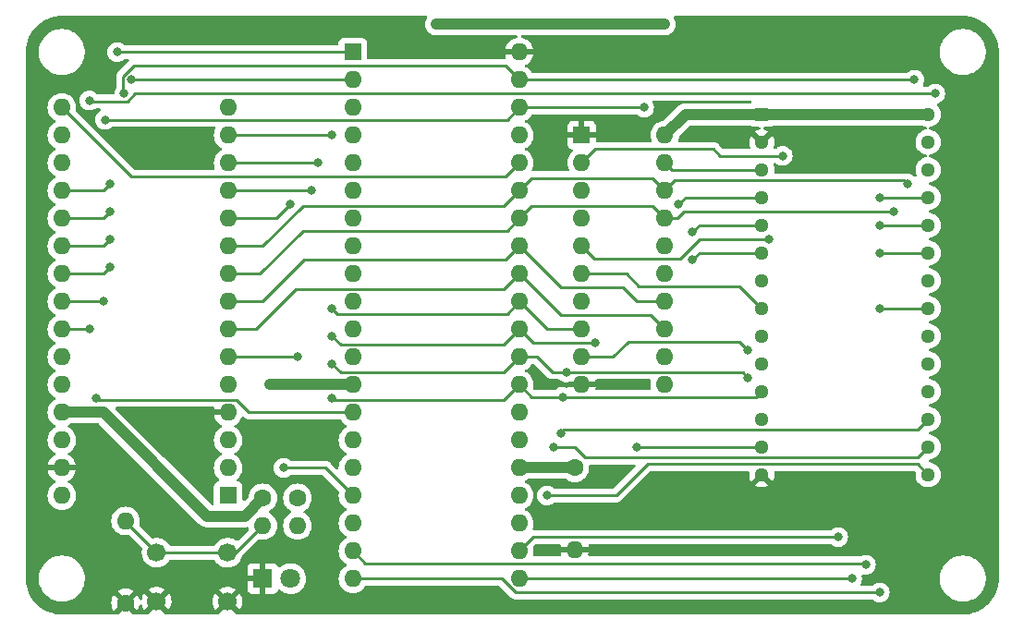
<source format=gtl>
%TF.GenerationSoftware,KiCad,Pcbnew,(6.0.0)*%
%TF.CreationDate,2023-01-29T20:34:43-05:00*%
%TF.ProjectId,dumper,64756d70-6572-42e6-9b69-6361645f7063,rev?*%
%TF.SameCoordinates,Original*%
%TF.FileFunction,Copper,L1,Top*%
%TF.FilePolarity,Positive*%
%FSLAX46Y46*%
G04 Gerber Fmt 4.6, Leading zero omitted, Abs format (unit mm)*
G04 Created by KiCad (PCBNEW (6.0.0)) date 2023-01-29 20:34:43*
%MOMM*%
%LPD*%
G01*
G04 APERTURE LIST*
%TA.AperFunction,ComponentPad*%
%ADD10C,1.700000*%
%TD*%
%TA.AperFunction,ComponentPad*%
%ADD11R,1.600000X1.600000*%
%TD*%
%TA.AperFunction,ComponentPad*%
%ADD12O,1.600000X1.600000*%
%TD*%
%TA.AperFunction,ComponentPad*%
%ADD13C,1.600000*%
%TD*%
%TA.AperFunction,ComponentPad*%
%ADD14R,1.295400X1.295400*%
%TD*%
%TA.AperFunction,ComponentPad*%
%ADD15C,1.295400*%
%TD*%
%TA.AperFunction,ComponentPad*%
%ADD16R,1.800000X1.800000*%
%TD*%
%TA.AperFunction,ComponentPad*%
%ADD17C,1.800000*%
%TD*%
%TA.AperFunction,ViaPad*%
%ADD18C,0.800000*%
%TD*%
%TA.AperFunction,Conductor*%
%ADD19C,0.250000*%
%TD*%
%TA.AperFunction,Conductor*%
%ADD20C,1.000000*%
%TD*%
G04 APERTURE END LIST*
D10*
%TO.P,SW1,1,1*%
%TO.N,GND*%
X93293000Y-148808000D03*
%TO.P,SW1,2,2*%
X86793000Y-148808000D03*
%TO.P,SW1,3,K*%
%TO.N,Net-(A1-Pad26)*%
X93293000Y-144308000D03*
%TO.P,SW1,4,A*%
X86793000Y-144308000D03*
%TD*%
D11*
%TO.P,U4,1,Pin_1*%
%TO.N,B5*%
X104770000Y-98430000D03*
D12*
%TO.P,U4,2,Pin_2*%
%TO.N,B7*%
X104770000Y-100970000D03*
%TO.P,U4,3,Pin_3*%
%TO.N,B0*%
X104770000Y-103510000D03*
%TO.P,U4,4,Pin_4*%
%TO.N,B1*%
X104770000Y-106050000D03*
%TO.P,U4,5,Pin_5*%
%TO.N,B2*%
X104770000Y-108590000D03*
%TO.P,U4,6,Pin_6*%
%TO.N,A0*%
X104770000Y-111130000D03*
%TO.P,U4,7,Pin_7*%
%TO.N,A1*%
X104770000Y-113670000D03*
%TO.P,U4,8,Pin_8*%
%TO.N,A2*%
X104770000Y-116210000D03*
%TO.P,U4,9,Pin_9*%
%TO.N,A3*%
X104770000Y-118750000D03*
%TO.P,U4,10,Pin_10*%
%TO.N,A4*%
X104770000Y-121290000D03*
%TO.P,U4,11,Pin_11*%
%TO.N,A7*%
X104770000Y-123830000D03*
%TO.P,U4,12,Pin_12*%
%TO.N,{slash}INT1*%
X104770000Y-126370000D03*
%TO.P,U4,13,Pin_13*%
X104770000Y-128910000D03*
%TO.P,U4,14,Pin_14*%
%TO.N,{slash}RESET*%
X104770000Y-131450000D03*
%TO.P,U4,15,Pin_15*%
%TO.N,A6*%
X104770000Y-133990000D03*
%TO.P,U4,16,Pin_16*%
%TO.N,A5*%
X104770000Y-136530000D03*
%TO.P,U4,17,Pin_17*%
%TO.N,XTAL2*%
X104770000Y-139070000D03*
%TO.P,U4,18,Pin_18*%
%TO.N,XTAL1*%
X104770000Y-141610000D03*
%TO.P,U4,19,Pin_19*%
%TO.N,D7*%
X104770000Y-144150000D03*
%TO.P,U4,20,Pin_20*%
%TO.N,D6*%
X104770000Y-146690000D03*
%TO.P,U4,21,Pin_21*%
%TO.N,D5*%
X120010000Y-146690000D03*
%TO.P,U4,22,Pin_22*%
%TO.N,D4*%
X120010000Y-144150000D03*
%TO.P,U4,23,Pin_23*%
%TO.N,D3*%
X120010000Y-141610000D03*
%TO.P,U4,24,Pin_24*%
%TO.N,D2*%
X120010000Y-139070000D03*
%TO.P,U4,25,Pin_25*%
%TO.N,{slash}INT1*%
X120010000Y-136530000D03*
%TO.P,U4,26,Pin_26*%
%TO.N,D1*%
X120010000Y-133990000D03*
%TO.P,U4,27,Pin_27*%
%TO.N,D0*%
X120010000Y-131450000D03*
%TO.P,U4,28,Pin_28*%
%TO.N,C0*%
X120010000Y-128910000D03*
%TO.P,U4,29,Pin_29*%
%TO.N,C1*%
X120010000Y-126370000D03*
%TO.P,U4,30,Pin_30*%
%TO.N,C2*%
X120010000Y-123830000D03*
%TO.P,U4,31,Pin_31*%
%TO.N,C3*%
X120010000Y-121290000D03*
%TO.P,U4,32,Pin_32*%
%TO.N,C4*%
X120010000Y-118750000D03*
%TO.P,U4,33,Pin_33*%
%TO.N,C5*%
X120010000Y-116210000D03*
%TO.P,U4,34,Pin_34*%
%TO.N,C6*%
X120010000Y-113670000D03*
%TO.P,U4,35,Pin_35*%
%TO.N,C7*%
X120010000Y-111130000D03*
%TO.P,U4,36,Pin_36*%
%TO.N,MC*%
X120010000Y-108590000D03*
%TO.P,U4,37,Pin_37*%
%TO.N,B3*%
X120010000Y-106050000D03*
%TO.P,U4,38,Pin_38*%
%TO.N,B4*%
X120010000Y-103510000D03*
%TO.P,U4,39,Pin_39*%
%TO.N,B6*%
X120010000Y-100970000D03*
%TO.P,U4,40,Pin_40*%
%TO.N,GND*%
X120010000Y-98430000D03*
%TD*%
D11*
%TO.P,A1,1,D1/TX*%
%TO.N,unconnected-(A1-Pad1)*%
X93345000Y-139065000D03*
D12*
%TO.P,A1,2,D0/RX*%
%TO.N,unconnected-(A1-Pad2)*%
X93345000Y-136525000D03*
%TO.P,A1,3,~{RESET}*%
%TO.N,unconnected-(A1-Pad3)*%
X93345000Y-133985000D03*
%TO.P,A1,4,GND*%
%TO.N,GND*%
X93345000Y-131445000D03*
%TO.P,A1,5,D2*%
%TO.N,XTAL2*%
X93345000Y-128905000D03*
%TO.P,A1,6,D3*%
%TO.N,Net-(A1-Pad6)*%
X93345000Y-126365000D03*
%TO.P,A1,7,D4*%
%TO.N,C4*%
X93345000Y-123825000D03*
%TO.P,A1,8,D5*%
%TO.N,C5*%
X93345000Y-121285000D03*
%TO.P,A1,9,D6*%
%TO.N,C6*%
X93345000Y-118745000D03*
%TO.P,A1,10,D7*%
%TO.N,C7*%
X93345000Y-116205000D03*
%TO.P,A1,11,D8*%
%TO.N,C0*%
X93345000Y-113665000D03*
%TO.P,A1,12,D9*%
%TO.N,C1*%
X93345000Y-111125000D03*
%TO.P,A1,13,D10*%
%TO.N,C2*%
X93345000Y-108585000D03*
%TO.P,A1,14,D11*%
%TO.N,C3*%
X93345000Y-106045000D03*
%TO.P,A1,15,D12*%
%TO.N,unconnected-(A1-Pad15)*%
X93345000Y-103505000D03*
%TO.P,A1,16,D13*%
%TO.N,MC*%
X78105000Y-103505000D03*
%TO.P,A1,17,3V3*%
%TO.N,unconnected-(A1-Pad17)*%
X78105000Y-106045000D03*
%TO.P,A1,18,AREF*%
%TO.N,unconnected-(A1-Pad18)*%
X78105000Y-108585000D03*
%TO.P,A1,19,A0*%
%TO.N,B4*%
X78105000Y-111125000D03*
%TO.P,A1,20,A1*%
%TO.N,B5*%
X78105000Y-113665000D03*
%TO.P,A1,21,A2*%
%TO.N,B6*%
X78105000Y-116205000D03*
%TO.P,A1,22,A3*%
%TO.N,B7*%
X78105000Y-118745000D03*
%TO.P,A1,23,A4*%
%TO.N,{slash}RESET*%
X78105000Y-121285000D03*
%TO.P,A1,24,A5*%
%TO.N,{slash}READ*%
X78105000Y-123825000D03*
%TO.P,A1,25,A6*%
%TO.N,unconnected-(A1-Pad25)*%
X78105000Y-126365000D03*
%TO.P,A1,26,A7*%
%TO.N,Net-(A1-Pad26)*%
X78105000Y-128905000D03*
%TO.P,A1,27,+5V*%
%TO.N,{slash}INT1*%
X78105000Y-131445000D03*
%TO.P,A1,28,~{RESET}*%
%TO.N,unconnected-(A1-Pad28)*%
X78105000Y-133985000D03*
%TO.P,A1,29,GND*%
%TO.N,GND*%
X78105000Y-136525000D03*
%TO.P,A1,30,VIN*%
%TO.N,unconnected-(A1-Pad30)*%
X78105000Y-139065000D03*
%TD*%
D13*
%TO.P,R1,1*%
%TO.N,Net-(A1-Pad6)*%
X99695000Y-139290000D03*
D12*
%TO.P,R1,2*%
%TO.N,Net-(D1-Pad2)*%
X99695000Y-141830000D03*
%TD*%
D14*
%TO.P,U2,1,NC_2*%
%TO.N,{slash}INT1*%
X142230000Y-104140000D03*
D15*
%TO.P,U2,2,A12*%
%TO.N,GND*%
X142230000Y-106680000D03*
%TO.P,U2,3,A7*%
%TO.N,Addr7*%
X142230000Y-109220000D03*
%TO.P,U2,4,A6*%
%TO.N,Addr6*%
X142230000Y-111760000D03*
%TO.P,U2,5,A5*%
%TO.N,Addr5*%
X142230000Y-114300000D03*
%TO.P,U2,6,A4*%
%TO.N,Addr4*%
X142230000Y-116840000D03*
%TO.P,U2,7,A3*%
%TO.N,Addr3*%
X142230000Y-119380000D03*
%TO.P,U2,8,A2*%
%TO.N,Addr2*%
X142230000Y-121920000D03*
%TO.P,U2,9,A1*%
%TO.N,Addr1*%
X142230000Y-124460000D03*
%TO.P,U2,10,A0*%
%TO.N,Addr0*%
X142230000Y-127000000D03*
%TO.P,U2,11,DQ0*%
%TO.N,C0*%
X142230000Y-129540000D03*
%TO.P,U2,12,DQ1*%
%TO.N,C1*%
X142230000Y-132080000D03*
%TO.P,U2,13,DQ2*%
%TO.N,C2*%
X142230000Y-134620000D03*
%TO.P,U2,14,GND*%
%TO.N,GND*%
X142230000Y-137160000D03*
%TO.P,U2,15,DQ3*%
%TO.N,C3*%
X157470000Y-137160000D03*
%TO.P,U2,16,DQ4*%
%TO.N,C4*%
X157470000Y-134620000D03*
%TO.P,U2,17,DQ5*%
%TO.N,C5*%
X157470000Y-132080000D03*
%TO.P,U2,18,DQ6*%
%TO.N,C6*%
X157470000Y-129540000D03*
%TO.P,U2,19,DQ7*%
%TO.N,C7*%
X157470000Y-127000000D03*
%TO.P,U2,20,\u002ACE*%
%TO.N,{slash}READ*%
X157470000Y-124460000D03*
%TO.P,U2,21,A10*%
%TO.N,D6*%
X157470000Y-121920000D03*
%TO.P,U2,22,\u002AOE*%
%TO.N,B6*%
X157470000Y-119380000D03*
%TO.P,U2,23,A11*%
%TO.N,D7*%
X157470000Y-116840000D03*
%TO.P,U2,24,A9*%
%TO.N,D5*%
X157470000Y-114300000D03*
%TO.P,U2,25,A8*%
%TO.N,D4*%
X157470000Y-111760000D03*
%TO.P,U2,26,NC*%
%TO.N,{slash}INT1*%
X157470000Y-109220000D03*
%TO.P,U2,27,\u002AWE*%
X157470000Y-106680000D03*
%TO.P,U2,28,VCC*%
X157470000Y-104140000D03*
%TD*%
D13*
%TO.P,C1,1*%
%TO.N,{slash}INT1*%
X125095000Y-136525000D03*
D12*
%TO.P,C1,2*%
%TO.N,GND*%
X125095000Y-144025000D03*
%TD*%
D11*
%TO.P,U3,1,OE*%
%TO.N,GND*%
X125730000Y-106045000D03*
D12*
%TO.P,U3,2,O0*%
%TO.N,Addr0*%
X125730000Y-108585000D03*
%TO.P,U3,3,D0*%
%TO.N,C0*%
X125730000Y-111125000D03*
%TO.P,U3,4,D1*%
%TO.N,C1*%
X125730000Y-113665000D03*
%TO.P,U3,5,O1*%
%TO.N,Addr1*%
X125730000Y-116205000D03*
%TO.P,U3,6,O2*%
%TO.N,Addr2*%
X125730000Y-118745000D03*
%TO.P,U3,7,D2*%
%TO.N,C2*%
X125730000Y-121285000D03*
%TO.P,U3,8,D3*%
%TO.N,C3*%
X125730000Y-123825000D03*
%TO.P,U3,9,O3*%
%TO.N,Addr3*%
X125730000Y-126365000D03*
%TO.P,U3,10,GND*%
%TO.N,GND*%
X125730000Y-128905000D03*
%TO.P,U3,11,LE*%
%TO.N,B4*%
X133350000Y-128905000D03*
%TO.P,U3,12,O4*%
%TO.N,Addr4*%
X133350000Y-126365000D03*
%TO.P,U3,13,D4*%
%TO.N,C4*%
X133350000Y-123825000D03*
%TO.P,U3,14,D5*%
%TO.N,C5*%
X133350000Y-121285000D03*
%TO.P,U3,15,O5*%
%TO.N,Addr5*%
X133350000Y-118745000D03*
%TO.P,U3,16,O6*%
%TO.N,Addr6*%
X133350000Y-116205000D03*
%TO.P,U3,17,D6*%
%TO.N,C6*%
X133350000Y-113665000D03*
%TO.P,U3,18,D7*%
%TO.N,C7*%
X133350000Y-111125000D03*
%TO.P,U3,19,O7*%
%TO.N,Addr7*%
X133350000Y-108585000D03*
%TO.P,U3,20,VCC*%
%TO.N,{slash}INT1*%
X133350000Y-106045000D03*
%TD*%
D16*
%TO.P,D1,1,K*%
%TO.N,GND*%
X96515000Y-146685000D03*
D17*
%TO.P,D1,2,A*%
%TO.N,Net-(D1-Pad2)*%
X99055000Y-146685000D03*
%TD*%
D13*
%TO.P,R2,1*%
%TO.N,{slash}INT1*%
X96520000Y-139290000D03*
D12*
%TO.P,R2,2*%
%TO.N,Net-(A1-Pad26)*%
X96520000Y-141830000D03*
%TD*%
D13*
%TO.P,C2,1*%
%TO.N,GND*%
X83947000Y-148911000D03*
D12*
%TO.P,C2,2*%
%TO.N,Net-(A1-Pad26)*%
X83947000Y-141411000D03*
%TD*%
D18*
%TO.N,GND*%
X130175000Y-128905000D03*
%TO.N,{slash}READ*%
X80645000Y-102870000D03*
X80645000Y-123825000D03*
X158115000Y-102235000D03*
%TO.N,Net-(A1-Pad6)*%
X99695000Y-126365000D03*
%TO.N,{slash}INT1*%
X133350000Y-95885000D03*
X112400000Y-95890000D03*
X97160000Y-128910000D03*
%TO.N,{slash}RESET*%
X81915000Y-121285000D03*
X81280000Y-130175000D03*
%TO.N,XTAL2*%
X98425000Y-136525000D03*
%TO.N,B5*%
X83185000Y-98425000D03*
X82550000Y-113030000D03*
%TO.N,D5*%
X150495000Y-146685000D03*
X153035000Y-114300000D03*
%TO.N,D6*%
X153035000Y-147955000D03*
X153035000Y-121920000D03*
%TO.N,B4*%
X131445000Y-103505000D03*
X82055489Y-104634511D03*
X82550000Y-110490000D03*
%TO.N,Addr0*%
X144145000Y-107950000D03*
%TO.N,Addr4*%
X135890000Y-117475000D03*
%TO.N,C0*%
X99060000Y-112395000D03*
X102870000Y-130175000D03*
X123970489Y-130029511D03*
%TO.N,C4*%
X123190000Y-134620000D03*
%TO.N,C1*%
X100965000Y-111125000D03*
X102870000Y-127000000D03*
X140970000Y-128270000D03*
X124314511Y-127780489D03*
%TO.N,C5*%
X123825000Y-133350000D03*
%TO.N,Addr1*%
X142875000Y-115570000D03*
%TO.N,Addr5*%
X135890000Y-114935000D03*
%TO.N,Addr6*%
X134620000Y-112395000D03*
%TO.N,C2*%
X101600000Y-108585000D03*
X102870000Y-124460000D03*
X127000000Y-125095000D03*
X130810000Y-134620000D03*
%TO.N,C6*%
X154305000Y-113030000D03*
%TO.N,C3*%
X102870000Y-121920000D03*
X122555000Y-139065000D03*
X102870000Y-106045000D03*
%TO.N,C7*%
X155575000Y-110490000D03*
%TO.N,Addr3*%
X140970000Y-125730000D03*
%TO.N,B7*%
X82550000Y-118110000D03*
X84460000Y-100970000D03*
%TO.N,D4*%
X149225000Y-142875000D03*
X153035000Y-111760000D03*
%TO.N,D7*%
X153035000Y-116840000D03*
X151765000Y-145415000D03*
%TO.N,B6*%
X156210000Y-100965000D03*
X83820000Y-102235000D03*
X82550000Y-115570000D03*
%TD*%
D19*
%TO.N,MC*%
X118745000Y-109855000D02*
X120010000Y-108590000D01*
X84455000Y-109855000D02*
X118745000Y-109855000D01*
X78105000Y-103505000D02*
X84455000Y-109855000D01*
%TO.N,{slash}READ*%
X80734511Y-102959511D02*
X80645000Y-102870000D01*
X84120103Y-102959511D02*
X80734511Y-102959511D01*
X84844614Y-102235000D02*
X84120103Y-102959511D01*
X158115000Y-102235000D02*
X84844614Y-102235000D01*
X80645000Y-123825000D02*
X78105000Y-123825000D01*
%TO.N,Net-(A1-Pad26)*%
X86793000Y-144308000D02*
X83947000Y-141462000D01*
X83947000Y-141462000D02*
X83947000Y-141411000D01*
X94042000Y-144308000D02*
X93293000Y-144308000D01*
X96520000Y-141830000D02*
X94042000Y-144308000D01*
X93293000Y-144308000D02*
X86793000Y-144308000D01*
%TO.N,Net-(A1-Pad6)*%
X93345000Y-126365000D02*
X99695000Y-126365000D01*
D20*
%TO.N,{slash}INT1*%
X112405000Y-95885000D02*
X133350000Y-95885000D01*
X104770000Y-128910000D02*
X97160000Y-128910000D01*
X125090000Y-136530000D02*
X125095000Y-136525000D01*
X81915000Y-131445000D02*
X78105000Y-131445000D01*
X96520000Y-139290000D02*
X94840000Y-140970000D01*
X135255000Y-104140000D02*
X142230000Y-104140000D01*
X133350000Y-106045000D02*
X135255000Y-104140000D01*
X91440000Y-140970000D02*
X81915000Y-131445000D01*
X120010000Y-136530000D02*
X125090000Y-136530000D01*
X112400000Y-95890000D02*
X112405000Y-95885000D01*
X94840000Y-140970000D02*
X91440000Y-140970000D01*
X157470000Y-104140000D02*
X142230000Y-104140000D01*
D19*
%TO.N,{slash}RESET*%
X81425489Y-130320489D02*
X81280000Y-130175000D01*
X104770000Y-131450000D02*
X95255000Y-131450000D01*
X78105000Y-121285000D02*
X81915000Y-121285000D01*
X94125489Y-130320489D02*
X81425489Y-130320489D01*
X95255000Y-131450000D02*
X94125489Y-130320489D01*
%TO.N,XTAL2*%
X104770000Y-139070000D02*
X102225000Y-136525000D01*
X102225000Y-136525000D02*
X98425000Y-136525000D01*
%TO.N,B5*%
X104770000Y-98430000D02*
X83190000Y-98430000D01*
X83190000Y-98430000D02*
X83185000Y-98425000D01*
X81915000Y-113665000D02*
X82550000Y-113030000D01*
X78105000Y-113665000D02*
X81915000Y-113665000D01*
%TO.N,D5*%
X157470000Y-114300000D02*
X153035000Y-114300000D01*
X149225000Y-146685000D02*
X150495000Y-146685000D01*
X149220000Y-146690000D02*
X149225000Y-146685000D01*
X120010000Y-146690000D02*
X149220000Y-146690000D01*
%TO.N,D6*%
X157470000Y-121920000D02*
X153035000Y-121920000D01*
X119684700Y-147955000D02*
X118419700Y-146690000D01*
X118419700Y-146690000D02*
X104770000Y-146690000D01*
X153035000Y-147955000D02*
X119684700Y-147955000D01*
%TO.N,B4*%
X120010000Y-103510000D02*
X118885489Y-104634511D01*
X120010000Y-103510000D02*
X131440000Y-103510000D01*
X118885489Y-104634511D02*
X82055489Y-104634511D01*
X81915000Y-111125000D02*
X82550000Y-110490000D01*
X78105000Y-111125000D02*
X81915000Y-111125000D01*
X131440000Y-103510000D02*
X131445000Y-103505000D01*
%TO.N,Addr0*%
X127000000Y-107315000D02*
X137795000Y-107315000D01*
X138430000Y-107950000D02*
X137795000Y-107315000D01*
X125730000Y-108585000D02*
X127000000Y-107315000D01*
X144145000Y-107950000D02*
X138430000Y-107950000D01*
%TO.N,Addr4*%
X136525000Y-116840000D02*
X135890000Y-117475000D01*
X142230000Y-116840000D02*
X136525000Y-116840000D01*
%TO.N,C0*%
X141740489Y-130029511D02*
X142230000Y-129540000D01*
X120010000Y-128910000D02*
X118594511Y-130325489D01*
X123970489Y-130029511D02*
X141740489Y-130029511D01*
X118594511Y-130325489D02*
X103020489Y-130325489D01*
X120010000Y-128910000D02*
X121129511Y-130029511D01*
X93345000Y-113665000D02*
X97790000Y-113665000D01*
X121129511Y-130029511D02*
X123970489Y-130029511D01*
X103020489Y-130325489D02*
X102870000Y-130175000D01*
X97790000Y-113665000D02*
X99060000Y-112395000D01*
%TO.N,C4*%
X132080000Y-122555000D02*
X123815000Y-122555000D01*
X156497789Y-135592211D02*
X126067211Y-135592211D01*
X123815000Y-122555000D02*
X120010000Y-118750000D01*
X95885000Y-123825000D02*
X93345000Y-123825000D01*
X118594511Y-120165489D02*
X99544511Y-120165489D01*
X120010000Y-118750000D02*
X118594511Y-120165489D01*
X157470000Y-134620000D02*
X156497789Y-135592211D01*
X125095000Y-134620000D02*
X123190000Y-134620000D01*
X99544511Y-120165489D02*
X95885000Y-123825000D01*
X126067211Y-135592211D02*
X125095000Y-134620000D01*
X133350000Y-123825000D02*
X132080000Y-122555000D01*
%TO.N,C1*%
X123044511Y-127780489D02*
X121634022Y-126370000D01*
X140480489Y-127780489D02*
X140970000Y-128270000D01*
X124314511Y-127780489D02*
X123044511Y-127780489D01*
X121634022Y-126370000D02*
X120010000Y-126370000D01*
X120010000Y-126370000D02*
X118594511Y-127785489D01*
X93345000Y-111125000D02*
X100965000Y-111125000D01*
X124314511Y-127780489D02*
X140480489Y-127780489D01*
X118594511Y-127785489D02*
X103655489Y-127785489D01*
X103655489Y-127785489D02*
X102870000Y-127000000D01*
%TO.N,C5*%
X118745000Y-117475000D02*
X100330000Y-117475000D01*
X157470000Y-132080000D02*
X156497789Y-133052211D01*
X96520000Y-121285000D02*
X93345000Y-121285000D01*
X129540000Y-120015000D02*
X123815000Y-120015000D01*
X123815000Y-120015000D02*
X120010000Y-116210000D01*
X156497789Y-133052211D02*
X124122789Y-133052211D01*
X124122789Y-133052211D02*
X123825000Y-133350000D01*
X130810000Y-121285000D02*
X129540000Y-120015000D01*
X120010000Y-116210000D02*
X118745000Y-117475000D01*
X133350000Y-121285000D02*
X130810000Y-121285000D01*
X100330000Y-117475000D02*
X96520000Y-121285000D01*
%TO.N,Addr1*%
X136525000Y-115570000D02*
X142875000Y-115570000D01*
X125730000Y-116205000D02*
X126854511Y-117329511D01*
X126854511Y-117329511D02*
X134765489Y-117329511D01*
X134765489Y-117329511D02*
X136525000Y-115570000D01*
%TO.N,Addr5*%
X136525000Y-114300000D02*
X135890000Y-114935000D01*
X137795000Y-114300000D02*
X142230000Y-114300000D01*
X137795000Y-114300000D02*
X136525000Y-114300000D01*
%TO.N,Addr2*%
X129830978Y-118745000D02*
X130955489Y-119869511D01*
X125730000Y-118745000D02*
X129830978Y-118745000D01*
X140179511Y-119869511D02*
X142230000Y-121920000D01*
X130955489Y-119869511D02*
X140179511Y-119869511D01*
%TO.N,Addr6*%
X142230000Y-111760000D02*
X135255000Y-111760000D01*
X135255000Y-111760000D02*
X134620000Y-112395000D01*
%TO.N,C2*%
X118594511Y-125245489D02*
X103655489Y-125245489D01*
X93345000Y-108585000D02*
X101600000Y-108585000D01*
X121275000Y-125095000D02*
X127000000Y-125095000D01*
X103655489Y-125245489D02*
X102870000Y-124460000D01*
X120010000Y-123830000D02*
X121275000Y-125095000D01*
X120010000Y-123830000D02*
X118594511Y-125245489D01*
X130810000Y-134620000D02*
X142230000Y-134620000D01*
%TO.N,C6*%
X135116370Y-113030000D02*
X154305000Y-113030000D01*
X132225489Y-112540489D02*
X133350000Y-113665000D01*
X133350000Y-113665000D02*
X134481370Y-113665000D01*
X120010000Y-113670000D02*
X121139511Y-112540489D01*
X93345000Y-118745000D02*
X96239022Y-118745000D01*
X121139511Y-112540489D02*
X132225489Y-112540489D01*
X134481370Y-113665000D02*
X135116370Y-113030000D01*
X120010000Y-113670000D02*
X118885489Y-114794511D01*
X118885489Y-114794511D02*
X100189511Y-114794511D01*
X96239022Y-118745000D02*
X100189511Y-114794511D01*
%TO.N,C3*%
X122545000Y-123825000D02*
X120010000Y-121290000D01*
X157470000Y-137160000D02*
X156497789Y-136187789D01*
X118885489Y-122414511D02*
X103364511Y-122414511D01*
X131782211Y-136187789D02*
X128905000Y-139065000D01*
X93345000Y-106045000D02*
X102870000Y-106045000D01*
X125730000Y-123825000D02*
X122545000Y-123825000D01*
X128905000Y-139065000D02*
X122555000Y-139065000D01*
X120010000Y-121290000D02*
X118885489Y-122414511D01*
X156497789Y-136187789D02*
X131782211Y-136187789D01*
X103364511Y-122414511D02*
X102870000Y-121920000D01*
%TO.N,C7*%
X132225489Y-110000489D02*
X133350000Y-111125000D01*
X120010000Y-111130000D02*
X121139511Y-110000489D01*
X134282789Y-110192211D02*
X155277211Y-110192211D01*
X133350000Y-111125000D02*
X134282789Y-110192211D01*
X155277211Y-110192211D02*
X155575000Y-110490000D01*
X121139511Y-110000489D02*
X132225489Y-110000489D01*
X96520000Y-116205000D02*
X93345000Y-116205000D01*
X118594511Y-112545489D02*
X100179511Y-112545489D01*
X120010000Y-111130000D02*
X118594511Y-112545489D01*
X100179511Y-112545489D02*
X96520000Y-116205000D01*
%TO.N,Addr3*%
X128614022Y-126365000D02*
X130029511Y-124949511D01*
X130029511Y-124949511D02*
X140189511Y-124949511D01*
X140189511Y-124949511D02*
X140970000Y-125730000D01*
X125730000Y-126365000D02*
X128614022Y-126365000D01*
%TO.N,Addr7*%
X133985000Y-109220000D02*
X133350000Y-108585000D01*
X142230000Y-109220000D02*
X133985000Y-109220000D01*
%TO.N,B7*%
X81915000Y-118745000D02*
X82550000Y-118110000D01*
X78105000Y-118745000D02*
X81915000Y-118745000D01*
X104770000Y-100970000D02*
X84460000Y-100970000D01*
%TO.N,D4*%
X149225000Y-142875000D02*
X121285000Y-142875000D01*
X120010000Y-144150000D02*
X121285000Y-142875000D01*
X157470000Y-111760000D02*
X153035000Y-111760000D01*
%TO.N,D7*%
X157470000Y-116840000D02*
X153035000Y-116840000D01*
X104770000Y-144150000D02*
X105894511Y-145274511D01*
X105894511Y-145274511D02*
X151624511Y-145274511D01*
X151624511Y-145274511D02*
X151765000Y-145415000D01*
%TO.N,B6*%
X84710386Y-99695000D02*
X83735489Y-100669897D01*
X156210000Y-100965000D02*
X156205000Y-100970000D01*
X156205000Y-100970000D02*
X120010000Y-100970000D01*
X81915000Y-116205000D02*
X82550000Y-115570000D01*
X78105000Y-116205000D02*
X81915000Y-116205000D01*
X118735000Y-99695000D02*
X84710386Y-99695000D01*
X83735489Y-102150489D02*
X83820000Y-102235000D01*
X83735489Y-100669897D02*
X83735489Y-102150489D01*
X120010000Y-100970000D02*
X118735000Y-99695000D01*
%TD*%
%TA.AperFunction,Conductor*%
%TO.N,GND*%
G36*
X111526836Y-95143002D02*
G01*
X111573329Y-95196658D01*
X111583433Y-95266932D01*
X111563420Y-95319091D01*
X111561806Y-95321503D01*
X111557897Y-95326261D01*
X111464438Y-95500563D01*
X111406613Y-95689698D01*
X111400736Y-95747551D01*
X111393373Y-95820044D01*
X111386626Y-95886462D01*
X111405239Y-96083362D01*
X111461741Y-96272896D01*
X111553982Y-96447846D01*
X111557858Y-96452632D01*
X111557859Y-96452634D01*
X111594795Y-96498246D01*
X111678447Y-96601547D01*
X111830396Y-96728146D01*
X112004041Y-96822822D01*
X112098404Y-96852393D01*
X112186886Y-96880122D01*
X112186889Y-96880123D01*
X112192768Y-96881965D01*
X112198891Y-96882630D01*
X112198895Y-96882631D01*
X112383263Y-96902659D01*
X112383267Y-96902659D01*
X112389388Y-96903324D01*
X112496205Y-96893979D01*
X112507186Y-96893500D01*
X119733506Y-96893500D01*
X119801627Y-96913502D01*
X119848120Y-96967158D01*
X119858224Y-97037432D01*
X119828730Y-97102012D01*
X119766117Y-97141207D01*
X119566239Y-97194764D01*
X119555947Y-97198510D01*
X119358489Y-97290586D01*
X119348993Y-97296069D01*
X119170533Y-97421028D01*
X119162125Y-97428084D01*
X119008084Y-97582125D01*
X119001028Y-97590533D01*
X118876069Y-97768993D01*
X118870586Y-97778489D01*
X118778510Y-97975947D01*
X118774764Y-97986239D01*
X118728606Y-98158503D01*
X118728942Y-98172599D01*
X118736884Y-98176000D01*
X121277967Y-98176000D01*
X121291498Y-98172027D01*
X121292727Y-98163478D01*
X121245236Y-97986239D01*
X121241490Y-97975947D01*
X121149414Y-97778489D01*
X121143931Y-97768993D01*
X121018972Y-97590533D01*
X121011916Y-97582125D01*
X120857875Y-97428084D01*
X120849467Y-97421028D01*
X120671007Y-97296069D01*
X120661511Y-97290586D01*
X120464053Y-97198510D01*
X120453761Y-97194764D01*
X120253883Y-97141207D01*
X120193260Y-97104255D01*
X120162239Y-97040395D01*
X120170667Y-96969900D01*
X120215870Y-96915153D01*
X120286494Y-96893500D01*
X133399769Y-96893500D01*
X133402825Y-96893200D01*
X133402832Y-96893200D01*
X133461340Y-96887463D01*
X133546833Y-96879080D01*
X133552734Y-96877298D01*
X133552736Y-96877298D01*
X133626053Y-96855162D01*
X133736169Y-96821916D01*
X133910796Y-96729066D01*
X134033717Y-96628814D01*
X134059287Y-96607960D01*
X134059290Y-96607957D01*
X134064062Y-96604065D01*
X134070108Y-96596757D01*
X134186201Y-96456425D01*
X134186203Y-96456421D01*
X134190130Y-96451675D01*
X134284198Y-96277701D01*
X134342682Y-96088768D01*
X134363355Y-95892075D01*
X134345430Y-95695112D01*
X134289590Y-95505381D01*
X134197960Y-95330110D01*
X134194096Y-95325305D01*
X134190727Y-95320156D01*
X134192520Y-95318982D01*
X134169128Y-95262327D01*
X134181813Y-95192473D01*
X134230250Y-95140565D01*
X134294421Y-95123000D01*
X160595672Y-95123000D01*
X160615057Y-95124500D01*
X160629858Y-95126805D01*
X160629861Y-95126805D01*
X160638730Y-95128186D01*
X160657411Y-95125743D01*
X160680342Y-95124852D01*
X160983557Y-95140743D01*
X160996665Y-95142120D01*
X161210419Y-95175975D01*
X161325002Y-95194123D01*
X161337902Y-95196865D01*
X161659000Y-95282903D01*
X161671536Y-95286977D01*
X161944358Y-95391703D01*
X161981876Y-95406105D01*
X161993924Y-95411469D01*
X162290120Y-95562388D01*
X162301536Y-95568979D01*
X162580334Y-95750033D01*
X162590992Y-95757776D01*
X162757478Y-95892593D01*
X162849344Y-95966984D01*
X162859145Y-95975810D01*
X163094190Y-96210855D01*
X163103015Y-96220655D01*
X163290091Y-96451675D01*
X163312221Y-96479004D01*
X163319967Y-96489666D01*
X163501018Y-96768459D01*
X163507612Y-96779880D01*
X163658531Y-97076076D01*
X163663895Y-97088124D01*
X163780429Y-97391703D01*
X163783021Y-97398456D01*
X163787097Y-97411000D01*
X163873135Y-97732098D01*
X163875877Y-97744998D01*
X163924730Y-98053444D01*
X163927879Y-98073329D01*
X163929257Y-98086443D01*
X163939823Y-98288049D01*
X163944764Y-98382330D01*
X163943436Y-98408312D01*
X163943195Y-98409856D01*
X163943195Y-98409860D01*
X163941814Y-98418730D01*
X163942978Y-98427632D01*
X163942978Y-98427635D01*
X163945936Y-98450251D01*
X163947000Y-98466589D01*
X163947000Y-146635672D01*
X163945500Y-146655056D01*
X163941814Y-146678730D01*
X163943493Y-146691565D01*
X163944257Y-146697410D01*
X163945148Y-146720342D01*
X163935072Y-146912607D01*
X163929257Y-147023554D01*
X163927880Y-147036665D01*
X163916638Y-147107642D01*
X163875877Y-147365002D01*
X163873135Y-147377902D01*
X163787097Y-147699000D01*
X163783023Y-147711536D01*
X163687807Y-147959584D01*
X163663895Y-148021876D01*
X163658531Y-148033924D01*
X163507612Y-148330120D01*
X163501021Y-148341536D01*
X163319967Y-148620334D01*
X163312224Y-148630992D01*
X163161129Y-148817580D01*
X163103016Y-148889344D01*
X163094190Y-148899145D01*
X162859145Y-149134190D01*
X162849345Y-149143015D01*
X162637866Y-149314267D01*
X162590996Y-149352221D01*
X162580334Y-149359967D01*
X162301536Y-149541021D01*
X162290120Y-149547612D01*
X161993924Y-149698531D01*
X161981875Y-149703895D01*
X161671536Y-149823023D01*
X161659000Y-149827097D01*
X161337902Y-149913135D01*
X161325002Y-149915877D01*
X161236285Y-149929928D01*
X160996665Y-149967880D01*
X160983557Y-149969257D01*
X160687666Y-149984764D01*
X160661688Y-149983436D01*
X160660144Y-149983195D01*
X160660140Y-149983195D01*
X160651270Y-149981814D01*
X160642368Y-149982978D01*
X160642365Y-149982978D01*
X160619749Y-149985936D01*
X160603411Y-149987000D01*
X94156124Y-149987000D01*
X94088003Y-149966998D01*
X94044849Y-149920110D01*
X94043658Y-149917868D01*
X93305812Y-149180022D01*
X93291868Y-149172408D01*
X93290035Y-149172539D01*
X93283420Y-149176790D01*
X92539736Y-149920474D01*
X92539238Y-149921386D01*
X92489036Y-149971588D01*
X92428651Y-149987000D01*
X87656124Y-149987000D01*
X87588003Y-149966998D01*
X87544849Y-149920110D01*
X87543658Y-149917868D01*
X86805812Y-149180022D01*
X86791868Y-149172408D01*
X86790035Y-149172539D01*
X86783420Y-149176790D01*
X86039736Y-149920474D01*
X86039238Y-149921386D01*
X85989036Y-149971588D01*
X85928651Y-149987000D01*
X84715980Y-149987000D01*
X84647859Y-149966998D01*
X84626885Y-149950095D01*
X83959812Y-149283022D01*
X83945868Y-149275408D01*
X83944035Y-149275539D01*
X83937420Y-149279790D01*
X83267115Y-149950095D01*
X83204803Y-149984121D01*
X83178020Y-149987000D01*
X78154328Y-149987000D01*
X78134943Y-149985500D01*
X78120142Y-149983195D01*
X78120139Y-149983195D01*
X78111270Y-149981814D01*
X78092589Y-149984257D01*
X78069658Y-149985148D01*
X77766443Y-149969257D01*
X77753335Y-149967880D01*
X77513715Y-149929928D01*
X77424998Y-149915877D01*
X77412098Y-149913135D01*
X77091000Y-149827097D01*
X77078464Y-149823023D01*
X76768125Y-149703895D01*
X76756076Y-149698531D01*
X76459880Y-149547612D01*
X76448464Y-149541021D01*
X76169666Y-149359967D01*
X76159004Y-149352221D01*
X76112135Y-149314267D01*
X75900655Y-149143015D01*
X75890855Y-149134190D01*
X75673140Y-148916475D01*
X82634483Y-148916475D01*
X82653472Y-149133519D01*
X82655375Y-149144312D01*
X82711764Y-149354761D01*
X82715510Y-149365053D01*
X82807586Y-149562511D01*
X82813069Y-149572006D01*
X82849509Y-149624048D01*
X82859988Y-149632424D01*
X82873434Y-149625356D01*
X83574978Y-148923812D01*
X83581356Y-148912132D01*
X84311408Y-148912132D01*
X84311539Y-148913965D01*
X84315790Y-148920580D01*
X85021287Y-149626077D01*
X85033062Y-149632507D01*
X85045077Y-149623211D01*
X85080931Y-149572006D01*
X85086414Y-149562511D01*
X85178490Y-149365053D01*
X85182236Y-149354761D01*
X85235647Y-149155426D01*
X85272599Y-149094803D01*
X85336459Y-149063782D01*
X85406954Y-149072210D01*
X85461701Y-149117413D01*
X85480271Y-149160335D01*
X85491565Y-149210448D01*
X85494645Y-149220275D01*
X85574770Y-149417603D01*
X85579413Y-149426794D01*
X85659460Y-149557420D01*
X85669916Y-149566880D01*
X85678694Y-149563096D01*
X86420978Y-148820812D01*
X86427356Y-148809132D01*
X87157408Y-148809132D01*
X87157539Y-148810965D01*
X87161790Y-148817580D01*
X87903474Y-149559264D01*
X87915484Y-149565823D01*
X87927223Y-149556855D01*
X87958004Y-149514019D01*
X87963315Y-149505180D01*
X88057670Y-149314267D01*
X88061469Y-149304672D01*
X88123376Y-149100915D01*
X88125555Y-149090834D01*
X88153590Y-148877887D01*
X88154109Y-148871212D01*
X88155572Y-148811364D01*
X88155378Y-148804646D01*
X88153341Y-148779863D01*
X91931050Y-148779863D01*
X91943309Y-148992477D01*
X91944745Y-149002697D01*
X91991565Y-149210446D01*
X91994645Y-149220275D01*
X92074770Y-149417603D01*
X92079413Y-149426794D01*
X92159460Y-149557420D01*
X92169916Y-149566880D01*
X92178694Y-149563096D01*
X92920978Y-148820812D01*
X92927356Y-148809132D01*
X93657408Y-148809132D01*
X93657539Y-148810965D01*
X93661790Y-148817580D01*
X94403474Y-149559264D01*
X94415484Y-149565823D01*
X94427223Y-149556855D01*
X94458004Y-149514019D01*
X94463315Y-149505180D01*
X94557670Y-149314267D01*
X94561469Y-149304672D01*
X94623376Y-149100915D01*
X94625555Y-149090834D01*
X94653590Y-148877887D01*
X94654109Y-148871212D01*
X94655572Y-148811364D01*
X94655378Y-148804646D01*
X94637781Y-148590604D01*
X94636096Y-148580424D01*
X94584214Y-148373875D01*
X94580894Y-148364124D01*
X94495972Y-148168814D01*
X94491105Y-148159739D01*
X94426063Y-148059197D01*
X94415377Y-148049995D01*
X94405812Y-148054398D01*
X93665022Y-148795188D01*
X93657408Y-148809132D01*
X92927356Y-148809132D01*
X92928592Y-148806868D01*
X92928461Y-148805035D01*
X92924210Y-148798420D01*
X92182849Y-148057059D01*
X92171313Y-148050759D01*
X92159031Y-148060382D01*
X92111089Y-148130662D01*
X92106004Y-148139613D01*
X92016338Y-148332783D01*
X92012775Y-148342470D01*
X91955864Y-148547681D01*
X91953933Y-148557800D01*
X91931302Y-148769574D01*
X91931050Y-148779863D01*
X88153341Y-148779863D01*
X88137781Y-148590604D01*
X88136096Y-148580424D01*
X88084214Y-148373875D01*
X88080894Y-148364124D01*
X87995972Y-148168814D01*
X87991105Y-148159739D01*
X87926063Y-148059197D01*
X87915377Y-148049995D01*
X87905812Y-148054398D01*
X87165022Y-148795188D01*
X87157408Y-148809132D01*
X86427356Y-148809132D01*
X86428592Y-148806868D01*
X86428461Y-148805035D01*
X86424210Y-148798420D01*
X85682849Y-148057059D01*
X85671313Y-148050759D01*
X85659031Y-148060382D01*
X85611089Y-148130662D01*
X85606004Y-148139613D01*
X85516338Y-148332783D01*
X85512775Y-148342470D01*
X85455865Y-148547677D01*
X85454123Y-148556809D01*
X85421711Y-148619975D01*
X85360293Y-148655590D01*
X85289371Y-148652346D01*
X85231460Y-148611274D01*
X85208648Y-148565810D01*
X85182235Y-148467236D01*
X85178490Y-148456947D01*
X85086414Y-148259489D01*
X85080931Y-148249994D01*
X85044491Y-148197952D01*
X85034012Y-148189576D01*
X85020566Y-148196644D01*
X84319022Y-148898188D01*
X84311408Y-148912132D01*
X83581356Y-148912132D01*
X83582592Y-148909868D01*
X83582461Y-148908035D01*
X83578210Y-148901420D01*
X82872713Y-148195923D01*
X82860938Y-148189493D01*
X82848923Y-148198789D01*
X82813069Y-148249994D01*
X82807586Y-148259489D01*
X82715510Y-148456947D01*
X82711764Y-148467239D01*
X82655375Y-148677688D01*
X82653472Y-148688481D01*
X82634483Y-148905525D01*
X82634483Y-148916475D01*
X75673140Y-148916475D01*
X75655810Y-148899145D01*
X75646984Y-148889344D01*
X75588871Y-148817580D01*
X75437776Y-148630992D01*
X75430033Y-148620334D01*
X75248979Y-148341536D01*
X75242388Y-148330120D01*
X75091469Y-148033924D01*
X75086105Y-148021876D01*
X75062193Y-147959584D01*
X74966977Y-147711536D01*
X74962903Y-147699000D01*
X74876865Y-147377902D01*
X74874123Y-147365002D01*
X74833362Y-147107642D01*
X74822120Y-147036665D01*
X74820743Y-147023554D01*
X74816546Y-146943475D01*
X74809955Y-146817703D01*
X75995743Y-146817703D01*
X75996302Y-146821947D01*
X75996302Y-146821951D01*
X76011712Y-146939000D01*
X76033268Y-147102734D01*
X76109129Y-147380036D01*
X76110813Y-147383984D01*
X76218517Y-147636490D01*
X76221923Y-147644476D01*
X76263009Y-147713126D01*
X76342138Y-147845340D01*
X76369561Y-147891161D01*
X76549313Y-148115528D01*
X76757851Y-148313423D01*
X76991317Y-148481186D01*
X76995112Y-148483195D01*
X76995113Y-148483196D01*
X77016869Y-148494715D01*
X77245392Y-148615712D01*
X77295000Y-148633866D01*
X77444243Y-148688481D01*
X77515373Y-148714511D01*
X77796264Y-148775755D01*
X77824841Y-148778004D01*
X78019282Y-148793307D01*
X78019291Y-148793307D01*
X78021739Y-148793500D01*
X78177271Y-148793500D01*
X78179407Y-148793354D01*
X78179418Y-148793354D01*
X78387548Y-148779165D01*
X78387554Y-148779164D01*
X78391825Y-148778873D01*
X78396020Y-148778004D01*
X78396022Y-148778004D01*
X78549994Y-148746118D01*
X78673342Y-148720574D01*
X78944343Y-148624607D01*
X79186244Y-148499753D01*
X79196005Y-148494715D01*
X79196006Y-148494715D01*
X79199812Y-148492750D01*
X79203313Y-148490289D01*
X79203317Y-148490287D01*
X79385825Y-148362018D01*
X79435023Y-148327441D01*
X79583383Y-148189576D01*
X79642479Y-148134661D01*
X79642481Y-148134658D01*
X79645622Y-148131740D01*
X79827713Y-147909268D01*
X79879973Y-147823988D01*
X83225576Y-147823988D01*
X83232644Y-147837434D01*
X83934188Y-148538978D01*
X83948132Y-148546592D01*
X83949965Y-148546461D01*
X83956580Y-148542210D01*
X84662077Y-147836713D01*
X84668507Y-147824938D01*
X84659211Y-147812923D01*
X84608006Y-147777069D01*
X84598511Y-147771586D01*
X84411598Y-147684427D01*
X86034223Y-147684427D01*
X86040968Y-147696758D01*
X86780188Y-148435978D01*
X86794132Y-148443592D01*
X86795965Y-148443461D01*
X86802580Y-148439210D01*
X87546389Y-147695401D01*
X87552382Y-147684427D01*
X92534223Y-147684427D01*
X92540968Y-147696758D01*
X93280188Y-148435978D01*
X93294132Y-148443592D01*
X93295965Y-148443461D01*
X93302580Y-148439210D01*
X94046389Y-147695401D01*
X94053410Y-147682544D01*
X94046611Y-147673213D01*
X94042554Y-147670518D01*
X93968556Y-147629669D01*
X95107001Y-147629669D01*
X95107371Y-147636490D01*
X95112895Y-147687352D01*
X95116521Y-147702604D01*
X95161676Y-147823054D01*
X95170214Y-147838649D01*
X95246715Y-147940724D01*
X95259276Y-147953285D01*
X95361351Y-148029786D01*
X95376946Y-148038324D01*
X95497394Y-148083478D01*
X95512649Y-148087105D01*
X95563514Y-148092631D01*
X95570328Y-148093000D01*
X96242885Y-148093000D01*
X96258124Y-148088525D01*
X96259329Y-148087135D01*
X96261000Y-148079452D01*
X96261000Y-148074884D01*
X96769000Y-148074884D01*
X96773475Y-148090123D01*
X96774865Y-148091328D01*
X96782548Y-148092999D01*
X97459669Y-148092999D01*
X97466490Y-148092629D01*
X97517352Y-148087105D01*
X97532604Y-148083479D01*
X97653054Y-148038324D01*
X97668649Y-148029786D01*
X97770724Y-147953285D01*
X97783285Y-147940724D01*
X97859786Y-147838649D01*
X97868324Y-147823054D01*
X97889773Y-147765840D01*
X97932415Y-147709075D01*
X97998977Y-147684376D01*
X98068325Y-147699584D01*
X98088240Y-147713126D01*
X98158715Y-147771635D01*
X98244349Y-147842730D01*
X98444322Y-147959584D01*
X98449147Y-147961426D01*
X98449148Y-147961427D01*
X98503335Y-147982119D01*
X98660694Y-148042209D01*
X98665760Y-148043240D01*
X98665761Y-148043240D01*
X98718846Y-148054040D01*
X98887656Y-148088385D01*
X99018324Y-148093176D01*
X99113949Y-148096683D01*
X99113953Y-148096683D01*
X99119113Y-148096872D01*
X99124233Y-148096216D01*
X99124235Y-148096216D01*
X99223668Y-148083478D01*
X99348847Y-148067442D01*
X99353795Y-148065957D01*
X99353802Y-148065956D01*
X99565747Y-148002369D01*
X99570690Y-148000886D01*
X99606092Y-147983543D01*
X99774049Y-147901262D01*
X99774052Y-147901260D01*
X99778684Y-147898991D01*
X99967243Y-147764494D01*
X100131303Y-147601005D01*
X100266458Y-147412917D01*
X100274439Y-147396770D01*
X100366784Y-147209922D01*
X100366785Y-147209920D01*
X100369078Y-147205280D01*
X100436408Y-146983671D01*
X100466640Y-146754041D01*
X100466722Y-146750691D01*
X100468245Y-146688365D01*
X100468245Y-146688361D01*
X100468327Y-146685000D01*
X100455955Y-146534512D01*
X100449773Y-146459318D01*
X100449772Y-146459312D01*
X100449349Y-146454167D01*
X100406899Y-146285166D01*
X100394184Y-146234544D01*
X100394183Y-146234540D01*
X100392925Y-146229533D01*
X100390866Y-146224797D01*
X100302630Y-146021868D01*
X100302628Y-146021865D01*
X100300570Y-146017131D01*
X100174764Y-145822665D01*
X100141908Y-145786556D01*
X100089969Y-145729476D01*
X100018887Y-145651358D01*
X100014836Y-145648159D01*
X100014832Y-145648155D01*
X99841177Y-145511011D01*
X99841172Y-145511008D01*
X99837123Y-145507810D01*
X99832607Y-145505317D01*
X99832604Y-145505315D01*
X99638879Y-145398373D01*
X99638875Y-145398371D01*
X99634355Y-145395876D01*
X99629486Y-145394152D01*
X99629482Y-145394150D01*
X99420903Y-145320288D01*
X99420899Y-145320287D01*
X99416028Y-145318562D01*
X99410935Y-145317655D01*
X99410932Y-145317654D01*
X99193095Y-145278851D01*
X99193089Y-145278850D01*
X99188006Y-145277945D01*
X99110644Y-145277000D01*
X98961581Y-145275179D01*
X98961579Y-145275179D01*
X98956411Y-145275116D01*
X98727464Y-145310150D01*
X98507314Y-145382106D01*
X98502726Y-145384494D01*
X98502722Y-145384496D01*
X98317007Y-145481173D01*
X98301872Y-145489052D01*
X98297739Y-145492155D01*
X98297736Y-145492157D01*
X98131421Y-145617030D01*
X98116655Y-145628117D01*
X98113083Y-145631855D01*
X98098787Y-145646815D01*
X98037263Y-145682245D01*
X97966351Y-145678788D01*
X97908564Y-145637543D01*
X97889711Y-145603994D01*
X97868324Y-145546946D01*
X97859786Y-145531351D01*
X97783285Y-145429276D01*
X97770724Y-145416715D01*
X97668649Y-145340214D01*
X97653054Y-145331676D01*
X97532606Y-145286522D01*
X97517351Y-145282895D01*
X97466486Y-145277369D01*
X97459672Y-145277000D01*
X96787115Y-145277000D01*
X96771876Y-145281475D01*
X96770671Y-145282865D01*
X96769000Y-145290548D01*
X96769000Y-148074884D01*
X96261000Y-148074884D01*
X96261000Y-146957115D01*
X96256525Y-146941876D01*
X96255135Y-146940671D01*
X96247452Y-146939000D01*
X95125116Y-146939000D01*
X95109877Y-146943475D01*
X95108672Y-146944865D01*
X95107001Y-146952548D01*
X95107001Y-147629669D01*
X93968556Y-147629669D01*
X93856117Y-147567599D01*
X93846705Y-147563369D01*
X93645959Y-147492280D01*
X93635989Y-147489646D01*
X93426327Y-147452301D01*
X93416073Y-147451331D01*
X93203116Y-147448728D01*
X93192832Y-147449448D01*
X92982321Y-147481661D01*
X92972293Y-147484050D01*
X92769868Y-147550212D01*
X92760359Y-147554209D01*
X92571466Y-147652540D01*
X92562734Y-147658039D01*
X92542677Y-147673099D01*
X92534223Y-147684427D01*
X87552382Y-147684427D01*
X87553410Y-147682544D01*
X87546611Y-147673213D01*
X87542554Y-147670518D01*
X87356117Y-147567599D01*
X87346705Y-147563369D01*
X87145959Y-147492280D01*
X87135989Y-147489646D01*
X86926327Y-147452301D01*
X86916073Y-147451331D01*
X86703116Y-147448728D01*
X86692832Y-147449448D01*
X86482321Y-147481661D01*
X86472293Y-147484050D01*
X86269868Y-147550212D01*
X86260359Y-147554209D01*
X86071466Y-147652540D01*
X86062734Y-147658039D01*
X86042677Y-147673099D01*
X86034223Y-147684427D01*
X84411598Y-147684427D01*
X84401053Y-147679510D01*
X84390761Y-147675764D01*
X84180312Y-147619375D01*
X84169519Y-147617472D01*
X83952475Y-147598483D01*
X83941525Y-147598483D01*
X83724481Y-147617472D01*
X83713688Y-147619375D01*
X83503239Y-147675764D01*
X83492947Y-147679510D01*
X83295489Y-147771586D01*
X83285994Y-147777069D01*
X83233952Y-147813509D01*
X83225576Y-147823988D01*
X79879973Y-147823988D01*
X79977927Y-147664142D01*
X80071345Y-147451331D01*
X80091757Y-147404830D01*
X80093483Y-147400898D01*
X80112853Y-147332901D01*
X80137082Y-147247842D01*
X80172244Y-147124406D01*
X80212751Y-146839784D01*
X80212845Y-146821951D01*
X80214235Y-146556583D01*
X80214235Y-146556576D01*
X80214257Y-146552297D01*
X80195903Y-146412885D01*
X95107000Y-146412885D01*
X95111475Y-146428124D01*
X95112865Y-146429329D01*
X95120548Y-146431000D01*
X96242885Y-146431000D01*
X96258124Y-146426525D01*
X96259329Y-146425135D01*
X96261000Y-146417452D01*
X96261000Y-145295116D01*
X96256525Y-145279877D01*
X96255135Y-145278672D01*
X96247452Y-145277001D01*
X95570331Y-145277001D01*
X95563510Y-145277371D01*
X95512648Y-145282895D01*
X95497396Y-145286521D01*
X95376946Y-145331676D01*
X95361351Y-145340214D01*
X95259276Y-145416715D01*
X95246715Y-145429276D01*
X95170214Y-145531351D01*
X95161676Y-145546946D01*
X95116522Y-145667394D01*
X95112895Y-145682649D01*
X95107369Y-145733514D01*
X95107000Y-145740328D01*
X95107000Y-146412885D01*
X80195903Y-146412885D01*
X80176732Y-146267266D01*
X80166410Y-146229533D01*
X80136572Y-146120467D01*
X80100871Y-145989964D01*
X80037675Y-145841803D01*
X79989763Y-145729476D01*
X79989761Y-145729472D01*
X79988077Y-145725524D01*
X79886400Y-145555634D01*
X79842643Y-145482521D01*
X79842640Y-145482517D01*
X79840439Y-145478839D01*
X79660687Y-145254472D01*
X79452149Y-145056577D01*
X79218683Y-144888814D01*
X79196843Y-144877250D01*
X79173654Y-144864972D01*
X78964608Y-144754288D01*
X78694627Y-144655489D01*
X78413736Y-144594245D01*
X78382685Y-144591801D01*
X78190718Y-144576693D01*
X78190709Y-144576693D01*
X78188261Y-144576500D01*
X78032729Y-144576500D01*
X78030593Y-144576646D01*
X78030582Y-144576646D01*
X77822452Y-144590835D01*
X77822446Y-144590836D01*
X77818175Y-144591127D01*
X77813980Y-144591996D01*
X77813978Y-144591996D01*
X77752121Y-144604806D01*
X77536658Y-144649426D01*
X77265657Y-144745393D01*
X77261848Y-144747359D01*
X77018136Y-144873148D01*
X77010188Y-144877250D01*
X77006687Y-144879711D01*
X77006683Y-144879713D01*
X76939372Y-144927020D01*
X76774977Y-145042559D01*
X76759892Y-145056577D01*
X76614710Y-145191489D01*
X76564378Y-145238260D01*
X76382287Y-145460732D01*
X76232073Y-145705858D01*
X76116517Y-145969102D01*
X76115342Y-145973229D01*
X76115341Y-145973230D01*
X76093045Y-146051500D01*
X76037756Y-146245594D01*
X75997249Y-146530216D01*
X75997227Y-146534505D01*
X75997226Y-146534512D01*
X75996094Y-146750691D01*
X75995743Y-146817703D01*
X74809955Y-146817703D01*
X74805236Y-146727666D01*
X74806564Y-146701688D01*
X74806805Y-146700144D01*
X74806805Y-146700140D01*
X74808186Y-146691270D01*
X74806928Y-146681646D01*
X74804064Y-146659749D01*
X74803000Y-146643411D01*
X74803000Y-139065000D01*
X76791502Y-139065000D01*
X76811457Y-139293087D01*
X76812881Y-139298400D01*
X76812881Y-139298402D01*
X76865934Y-139496395D01*
X76870716Y-139514243D01*
X76873039Y-139519224D01*
X76873039Y-139519225D01*
X76965151Y-139716762D01*
X76965154Y-139716767D01*
X76967477Y-139721749D01*
X77040902Y-139826611D01*
X77094826Y-139903621D01*
X77098802Y-139909300D01*
X77260700Y-140071198D01*
X77265208Y-140074355D01*
X77265211Y-140074357D01*
X77328798Y-140118881D01*
X77448251Y-140202523D01*
X77453233Y-140204846D01*
X77453238Y-140204849D01*
X77649139Y-140296198D01*
X77655757Y-140299284D01*
X77661065Y-140300706D01*
X77661067Y-140300707D01*
X77871598Y-140357119D01*
X77871600Y-140357119D01*
X77876913Y-140358543D01*
X78105000Y-140378498D01*
X78333087Y-140358543D01*
X78338400Y-140357119D01*
X78338402Y-140357119D01*
X78548933Y-140300707D01*
X78548935Y-140300706D01*
X78554243Y-140299284D01*
X78560861Y-140296198D01*
X78756762Y-140204849D01*
X78756767Y-140204846D01*
X78761749Y-140202523D01*
X78881202Y-140118881D01*
X78944789Y-140074357D01*
X78944792Y-140074355D01*
X78949300Y-140071198D01*
X79111198Y-139909300D01*
X79115175Y-139903621D01*
X79169098Y-139826611D01*
X79242523Y-139721749D01*
X79244846Y-139716767D01*
X79244849Y-139716762D01*
X79336961Y-139519225D01*
X79336961Y-139519224D01*
X79339284Y-139514243D01*
X79344067Y-139496395D01*
X79397119Y-139298402D01*
X79397119Y-139298400D01*
X79398543Y-139293087D01*
X79418498Y-139065000D01*
X79398543Y-138836913D01*
X79364052Y-138708192D01*
X79340707Y-138621067D01*
X79340706Y-138621065D01*
X79339284Y-138615757D01*
X79296100Y-138523148D01*
X79244849Y-138413238D01*
X79244846Y-138413233D01*
X79242523Y-138408251D01*
X79148437Y-138273882D01*
X79114357Y-138225211D01*
X79114355Y-138225208D01*
X79111198Y-138220700D01*
X78949300Y-138058802D01*
X78944792Y-138055645D01*
X78944789Y-138055643D01*
X78832448Y-137976981D01*
X78761749Y-137927477D01*
X78756767Y-137925154D01*
X78756762Y-137925151D01*
X78721951Y-137908919D01*
X78668666Y-137862002D01*
X78649205Y-137793725D01*
X78669747Y-137725765D01*
X78721951Y-137680529D01*
X78756511Y-137664414D01*
X78766007Y-137658931D01*
X78944467Y-137533972D01*
X78952875Y-137526916D01*
X79106916Y-137372875D01*
X79113972Y-137364467D01*
X79238931Y-137186007D01*
X79244414Y-137176511D01*
X79336490Y-136979053D01*
X79340236Y-136968761D01*
X79386394Y-136796497D01*
X79386058Y-136782401D01*
X79378116Y-136779000D01*
X76837033Y-136779000D01*
X76823502Y-136782973D01*
X76822273Y-136791522D01*
X76869764Y-136968761D01*
X76873510Y-136979053D01*
X76965586Y-137176511D01*
X76971069Y-137186007D01*
X77096028Y-137364467D01*
X77103084Y-137372875D01*
X77257125Y-137526916D01*
X77265533Y-137533972D01*
X77443993Y-137658931D01*
X77453489Y-137664414D01*
X77488049Y-137680529D01*
X77541334Y-137727446D01*
X77560795Y-137795723D01*
X77540253Y-137863683D01*
X77488049Y-137908919D01*
X77453238Y-137925151D01*
X77453233Y-137925154D01*
X77448251Y-137927477D01*
X77377552Y-137976981D01*
X77265211Y-138055643D01*
X77265208Y-138055645D01*
X77260700Y-138058802D01*
X77098802Y-138220700D01*
X77095645Y-138225208D01*
X77095643Y-138225211D01*
X77061563Y-138273882D01*
X76967477Y-138408251D01*
X76965154Y-138413233D01*
X76965151Y-138413238D01*
X76913900Y-138523148D01*
X76870716Y-138615757D01*
X76869294Y-138621065D01*
X76869293Y-138621067D01*
X76845948Y-138708192D01*
X76811457Y-138836913D01*
X76791502Y-139065000D01*
X74803000Y-139065000D01*
X74803000Y-133985000D01*
X76791502Y-133985000D01*
X76811457Y-134213087D01*
X76812881Y-134218400D01*
X76812881Y-134218402D01*
X76863791Y-134408397D01*
X76870716Y-134434243D01*
X76873039Y-134439224D01*
X76873039Y-134439225D01*
X76965151Y-134636762D01*
X76965154Y-134636767D01*
X76967477Y-134641749D01*
X77040902Y-134746611D01*
X77088531Y-134814631D01*
X77098802Y-134829300D01*
X77260700Y-134991198D01*
X77265208Y-134994355D01*
X77265211Y-134994357D01*
X77272352Y-134999357D01*
X77448251Y-135122523D01*
X77453233Y-135124846D01*
X77453238Y-135124849D01*
X77488049Y-135141081D01*
X77541334Y-135187998D01*
X77560795Y-135256275D01*
X77540253Y-135324235D01*
X77488049Y-135369471D01*
X77453489Y-135385586D01*
X77443993Y-135391069D01*
X77265533Y-135516028D01*
X77257125Y-135523084D01*
X77103084Y-135677125D01*
X77096028Y-135685533D01*
X76971069Y-135863993D01*
X76965586Y-135873489D01*
X76873510Y-136070947D01*
X76869764Y-136081239D01*
X76823606Y-136253503D01*
X76823942Y-136267599D01*
X76831884Y-136271000D01*
X79372967Y-136271000D01*
X79386498Y-136267027D01*
X79387727Y-136258478D01*
X79340236Y-136081239D01*
X79336490Y-136070947D01*
X79244414Y-135873489D01*
X79238931Y-135863993D01*
X79113972Y-135685533D01*
X79106916Y-135677125D01*
X78952875Y-135523084D01*
X78944467Y-135516028D01*
X78766007Y-135391069D01*
X78756511Y-135385586D01*
X78721951Y-135369471D01*
X78668666Y-135322554D01*
X78649205Y-135254277D01*
X78669747Y-135186317D01*
X78721951Y-135141081D01*
X78756762Y-135124849D01*
X78756767Y-135124846D01*
X78761749Y-135122523D01*
X78937648Y-134999357D01*
X78944789Y-134994357D01*
X78944792Y-134994355D01*
X78949300Y-134991198D01*
X79111198Y-134829300D01*
X79121470Y-134814631D01*
X79169098Y-134746611D01*
X79242523Y-134641749D01*
X79244846Y-134636767D01*
X79244849Y-134636762D01*
X79336961Y-134439225D01*
X79336961Y-134439224D01*
X79339284Y-134434243D01*
X79346210Y-134408397D01*
X79397119Y-134218402D01*
X79397119Y-134218400D01*
X79398543Y-134213087D01*
X79418498Y-133985000D01*
X79398543Y-133756913D01*
X79382970Y-133698795D01*
X79340707Y-133541067D01*
X79340706Y-133541065D01*
X79339284Y-133535757D01*
X79312028Y-133477306D01*
X79244849Y-133333238D01*
X79244846Y-133333233D01*
X79242523Y-133328251D01*
X79129358Y-133166635D01*
X79114357Y-133145211D01*
X79114355Y-133145208D01*
X79111198Y-133140700D01*
X78949300Y-132978802D01*
X78944792Y-132975645D01*
X78944789Y-132975643D01*
X78838272Y-132901059D01*
X78761749Y-132847477D01*
X78756767Y-132845154D01*
X78756762Y-132845151D01*
X78722543Y-132829195D01*
X78669258Y-132782278D01*
X78649797Y-132714001D01*
X78670339Y-132646041D01*
X78722543Y-132600805D01*
X78756762Y-132584849D01*
X78756767Y-132584846D01*
X78761749Y-132582523D01*
X78913469Y-132476287D01*
X78985740Y-132453500D01*
X81445075Y-132453500D01*
X81513196Y-132473502D01*
X81534170Y-132490405D01*
X90683145Y-141639379D01*
X90692247Y-141649522D01*
X90715968Y-141679025D01*
X90720696Y-141682992D01*
X90754421Y-141711291D01*
X90758069Y-141714472D01*
X90759881Y-141716115D01*
X90762075Y-141718309D01*
X90795349Y-141745642D01*
X90796147Y-141746304D01*
X90867474Y-141806154D01*
X90872144Y-141808722D01*
X90876261Y-141812103D01*
X90934145Y-141843140D01*
X90958086Y-141855977D01*
X90959245Y-141856606D01*
X91035381Y-141898462D01*
X91035389Y-141898465D01*
X91040787Y-141901433D01*
X91045869Y-141903045D01*
X91050563Y-141905562D01*
X91139531Y-141932762D01*
X91140559Y-141933082D01*
X91229306Y-141961235D01*
X91234602Y-141961829D01*
X91239698Y-141963387D01*
X91332257Y-141972790D01*
X91333393Y-141972911D01*
X91367008Y-141976681D01*
X91379730Y-141978108D01*
X91379734Y-141978108D01*
X91383227Y-141978500D01*
X91386754Y-141978500D01*
X91387739Y-141978555D01*
X91393419Y-141979002D01*
X91422825Y-141981989D01*
X91430337Y-141982752D01*
X91430339Y-141982752D01*
X91436462Y-141983374D01*
X91482108Y-141979059D01*
X91493967Y-141978500D01*
X94778157Y-141978500D01*
X94791764Y-141979237D01*
X94823262Y-141982659D01*
X94823267Y-141982659D01*
X94829388Y-141983324D01*
X94855638Y-141981027D01*
X94879388Y-141978950D01*
X94884214Y-141978621D01*
X94886686Y-141978500D01*
X94889769Y-141978500D01*
X94901738Y-141977326D01*
X94932506Y-141974310D01*
X94933819Y-141974188D01*
X94978084Y-141970315D01*
X95026413Y-141966087D01*
X95031532Y-141964600D01*
X95036833Y-141964080D01*
X95065739Y-141955353D01*
X95136729Y-141954812D01*
X95196746Y-141992739D01*
X95226078Y-142053754D01*
X95226457Y-142058087D01*
X95233369Y-142083882D01*
X95243460Y-142121541D01*
X95241770Y-142192518D01*
X95210848Y-142243247D01*
X94257423Y-143196672D01*
X94195111Y-143230698D01*
X94124296Y-143225633D01*
X94090236Y-143206459D01*
X94051422Y-143175806D01*
X94051413Y-143175800D01*
X94047359Y-143172598D01*
X94042835Y-143170100D01*
X94042831Y-143170098D01*
X93925133Y-143105126D01*
X93851789Y-143064638D01*
X93846920Y-143062914D01*
X93846916Y-143062912D01*
X93646087Y-142991795D01*
X93646083Y-142991794D01*
X93641212Y-142990069D01*
X93636119Y-142989162D01*
X93636116Y-142989161D01*
X93426373Y-142951800D01*
X93426367Y-142951799D01*
X93421284Y-142950894D01*
X93347452Y-142949992D01*
X93203081Y-142948228D01*
X93203079Y-142948228D01*
X93197911Y-142948165D01*
X92977091Y-142981955D01*
X92764756Y-143051357D01*
X92694919Y-143087712D01*
X92596104Y-143139152D01*
X92566607Y-143154507D01*
X92562474Y-143157610D01*
X92562471Y-143157612D01*
X92404906Y-143275915D01*
X92387965Y-143288635D01*
X92233629Y-143450138D01*
X92230715Y-143454410D01*
X92230714Y-143454411D01*
X92118095Y-143619504D01*
X92063184Y-143664507D01*
X92014007Y-143674500D01*
X88069805Y-143674500D01*
X88001684Y-143654498D01*
X87964013Y-143616940D01*
X87875822Y-143480617D01*
X87875820Y-143480614D01*
X87873014Y-143476277D01*
X87722670Y-143311051D01*
X87718619Y-143307852D01*
X87718615Y-143307848D01*
X87551414Y-143175800D01*
X87551410Y-143175798D01*
X87547359Y-143172598D01*
X87542831Y-143170098D01*
X87459363Y-143124022D01*
X87351789Y-143064638D01*
X87346920Y-143062914D01*
X87346916Y-143062912D01*
X87146087Y-142991795D01*
X87146083Y-142991794D01*
X87141212Y-142990069D01*
X87136119Y-142989162D01*
X87136116Y-142989161D01*
X86926373Y-142951800D01*
X86926367Y-142951799D01*
X86921284Y-142950894D01*
X86847452Y-142949992D01*
X86703081Y-142948228D01*
X86703079Y-142948228D01*
X86697911Y-142948165D01*
X86477091Y-142981955D01*
X86464532Y-142986060D01*
X86393568Y-142988210D01*
X86336294Y-142955389D01*
X85245375Y-141864470D01*
X85211349Y-141802158D01*
X85212763Y-141742764D01*
X85239119Y-141644402D01*
X85239119Y-141644400D01*
X85240543Y-141639087D01*
X85260498Y-141411000D01*
X85240543Y-141182913D01*
X85234606Y-141160757D01*
X85182707Y-140967067D01*
X85182706Y-140967065D01*
X85181284Y-140961757D01*
X85175216Y-140948743D01*
X85086849Y-140759238D01*
X85086846Y-140759233D01*
X85084523Y-140754251D01*
X84976965Y-140600643D01*
X84956357Y-140571211D01*
X84956355Y-140571208D01*
X84953198Y-140566700D01*
X84791300Y-140404802D01*
X84786792Y-140401645D01*
X84786789Y-140401643D01*
X84697327Y-140339001D01*
X84603749Y-140273477D01*
X84598767Y-140271154D01*
X84598762Y-140271151D01*
X84401225Y-140179039D01*
X84401224Y-140179039D01*
X84396243Y-140176716D01*
X84390935Y-140175294D01*
X84390933Y-140175293D01*
X84180402Y-140118881D01*
X84180400Y-140118881D01*
X84175087Y-140117457D01*
X83947000Y-140097502D01*
X83718913Y-140117457D01*
X83713600Y-140118881D01*
X83713598Y-140118881D01*
X83503067Y-140175293D01*
X83503065Y-140175294D01*
X83497757Y-140176716D01*
X83492776Y-140179039D01*
X83492775Y-140179039D01*
X83295238Y-140271151D01*
X83295233Y-140271154D01*
X83290251Y-140273477D01*
X83196673Y-140339001D01*
X83107211Y-140401643D01*
X83107208Y-140401645D01*
X83102700Y-140404802D01*
X82940802Y-140566700D01*
X82937645Y-140571208D01*
X82937643Y-140571211D01*
X82917035Y-140600643D01*
X82809477Y-140754251D01*
X82807154Y-140759233D01*
X82807151Y-140759238D01*
X82718784Y-140948743D01*
X82712716Y-140961757D01*
X82711294Y-140967065D01*
X82711293Y-140967067D01*
X82659394Y-141160757D01*
X82653457Y-141182913D01*
X82633502Y-141411000D01*
X82653457Y-141639087D01*
X82654881Y-141644400D01*
X82654881Y-141644402D01*
X82699675Y-141811572D01*
X82712716Y-141860243D01*
X82715039Y-141865224D01*
X82715039Y-141865225D01*
X82807151Y-142062762D01*
X82807154Y-142062767D01*
X82809477Y-142067749D01*
X82823491Y-142087763D01*
X82933119Y-142244327D01*
X82940802Y-142255300D01*
X83102700Y-142417198D01*
X83107208Y-142420355D01*
X83107211Y-142420357D01*
X83155687Y-142454300D01*
X83290251Y-142548523D01*
X83295233Y-142550846D01*
X83295238Y-142550849D01*
X83427024Y-142612301D01*
X83497757Y-142645284D01*
X83503065Y-142646706D01*
X83503067Y-142646707D01*
X83713598Y-142703119D01*
X83713600Y-142703119D01*
X83718913Y-142704543D01*
X83947000Y-142724498D01*
X84175087Y-142704543D01*
X84181796Y-142702745D01*
X84198321Y-142698318D01*
X84269298Y-142700008D01*
X84320026Y-142730930D01*
X85442777Y-143853682D01*
X85476803Y-143915994D01*
X85475100Y-143976446D01*
X85453989Y-144052570D01*
X85430251Y-144274695D01*
X85430548Y-144279848D01*
X85430548Y-144279851D01*
X85436212Y-144378087D01*
X85443110Y-144497715D01*
X85444247Y-144502761D01*
X85444248Y-144502767D01*
X85464794Y-144593933D01*
X85492222Y-144715639D01*
X85529218Y-144806749D01*
X85563559Y-144891321D01*
X85576266Y-144922616D01*
X85578965Y-144927020D01*
X85690291Y-145108688D01*
X85692987Y-145113088D01*
X85839250Y-145281938D01*
X86011126Y-145424632D01*
X86204000Y-145537338D01*
X86412692Y-145617030D01*
X86417760Y-145618061D01*
X86417763Y-145618062D01*
X86513516Y-145637543D01*
X86631597Y-145661567D01*
X86636772Y-145661757D01*
X86636774Y-145661757D01*
X86849673Y-145669564D01*
X86849677Y-145669564D01*
X86854837Y-145669753D01*
X86859957Y-145669097D01*
X86859959Y-145669097D01*
X87071288Y-145642025D01*
X87071289Y-145642025D01*
X87076416Y-145641368D01*
X87081366Y-145639883D01*
X87285429Y-145578661D01*
X87285434Y-145578659D01*
X87290384Y-145577174D01*
X87490994Y-145478896D01*
X87672860Y-145349173D01*
X87681851Y-145340214D01*
X87764539Y-145257814D01*
X87831096Y-145191489D01*
X87890594Y-145108689D01*
X87958435Y-145014277D01*
X87961453Y-145010077D01*
X87963746Y-145005437D01*
X87965446Y-145002608D01*
X88017674Y-144954518D01*
X88073451Y-144941500D01*
X92017274Y-144941500D01*
X92085395Y-144961502D01*
X92124707Y-145001665D01*
X92192987Y-145113088D01*
X92339250Y-145281938D01*
X92511126Y-145424632D01*
X92704000Y-145537338D01*
X92912692Y-145617030D01*
X92917760Y-145618061D01*
X92917763Y-145618062D01*
X93013516Y-145637543D01*
X93131597Y-145661567D01*
X93136772Y-145661757D01*
X93136774Y-145661757D01*
X93349673Y-145669564D01*
X93349677Y-145669564D01*
X93354837Y-145669753D01*
X93359957Y-145669097D01*
X93359959Y-145669097D01*
X93571288Y-145642025D01*
X93571289Y-145642025D01*
X93576416Y-145641368D01*
X93581366Y-145639883D01*
X93785429Y-145578661D01*
X93785434Y-145578659D01*
X93790384Y-145577174D01*
X93990994Y-145478896D01*
X94172860Y-145349173D01*
X94181851Y-145340214D01*
X94264539Y-145257814D01*
X94331096Y-145191489D01*
X94390594Y-145108689D01*
X94458435Y-145014277D01*
X94461453Y-145010077D01*
X94465145Y-145002608D01*
X94558136Y-144814453D01*
X94558137Y-144814451D01*
X94560430Y-144809811D01*
X94605527Y-144661380D01*
X94636990Y-144608914D01*
X96106752Y-143139152D01*
X96169064Y-143105126D01*
X96228459Y-143106541D01*
X96286591Y-143122118D01*
X96286602Y-143122120D01*
X96291913Y-143123543D01*
X96520000Y-143143498D01*
X96748087Y-143123543D01*
X96753400Y-143122119D01*
X96753402Y-143122119D01*
X96963933Y-143065707D01*
X96963935Y-143065706D01*
X96969243Y-143064284D01*
X96974225Y-143061961D01*
X97171762Y-142969849D01*
X97171767Y-142969846D01*
X97176749Y-142967523D01*
X97284195Y-142892288D01*
X97359789Y-142839357D01*
X97359792Y-142839355D01*
X97364300Y-142836198D01*
X97526198Y-142674300D01*
X97546516Y-142645284D01*
X97584098Y-142591611D01*
X97657523Y-142486749D01*
X97659846Y-142481767D01*
X97659849Y-142481762D01*
X97751961Y-142284225D01*
X97751961Y-142284224D01*
X97754284Y-142279243D01*
X97759656Y-142259197D01*
X97812119Y-142063402D01*
X97812120Y-142063399D01*
X97813543Y-142058087D01*
X97833498Y-141830000D01*
X98381502Y-141830000D01*
X98401457Y-142058087D01*
X98402880Y-142063399D01*
X98402881Y-142063402D01*
X98455345Y-142259197D01*
X98460716Y-142279243D01*
X98463039Y-142284224D01*
X98463039Y-142284225D01*
X98555151Y-142481762D01*
X98555154Y-142481767D01*
X98557477Y-142486749D01*
X98630902Y-142591611D01*
X98668485Y-142645284D01*
X98688802Y-142674300D01*
X98850700Y-142836198D01*
X98855208Y-142839355D01*
X98855211Y-142839357D01*
X98930805Y-142892288D01*
X99038251Y-142967523D01*
X99043233Y-142969846D01*
X99043238Y-142969849D01*
X99240775Y-143061961D01*
X99245757Y-143064284D01*
X99251065Y-143065706D01*
X99251067Y-143065707D01*
X99461598Y-143122119D01*
X99461600Y-143122119D01*
X99466913Y-143123543D01*
X99695000Y-143143498D01*
X99923087Y-143123543D01*
X99928400Y-143122119D01*
X99928402Y-143122119D01*
X100138933Y-143065707D01*
X100138935Y-143065706D01*
X100144243Y-143064284D01*
X100149225Y-143061961D01*
X100346762Y-142969849D01*
X100346767Y-142969846D01*
X100351749Y-142967523D01*
X100459195Y-142892288D01*
X100534789Y-142839357D01*
X100534792Y-142839355D01*
X100539300Y-142836198D01*
X100701198Y-142674300D01*
X100721516Y-142645284D01*
X100759098Y-142591611D01*
X100832523Y-142486749D01*
X100834846Y-142481767D01*
X100834849Y-142481762D01*
X100926961Y-142284225D01*
X100926961Y-142284224D01*
X100929284Y-142279243D01*
X100934656Y-142259197D01*
X100987119Y-142063402D01*
X100987120Y-142063399D01*
X100988543Y-142058087D01*
X101008498Y-141830000D01*
X100988543Y-141601913D01*
X100929284Y-141380757D01*
X100839584Y-141188393D01*
X100834849Y-141178238D01*
X100834846Y-141178233D01*
X100832523Y-141173251D01*
X100701198Y-140985700D01*
X100539300Y-140823802D01*
X100534792Y-140820645D01*
X100534789Y-140820643D01*
X100456322Y-140765700D01*
X100351749Y-140692477D01*
X100346767Y-140690154D01*
X100346762Y-140690151D01*
X100312543Y-140674195D01*
X100259258Y-140627278D01*
X100239797Y-140559001D01*
X100260339Y-140491041D01*
X100312543Y-140445805D01*
X100346762Y-140429849D01*
X100346767Y-140429846D01*
X100351749Y-140427523D01*
X100475318Y-140340999D01*
X100534789Y-140299357D01*
X100534792Y-140299355D01*
X100539300Y-140296198D01*
X100701198Y-140134300D01*
X100726965Y-140097502D01*
X100759098Y-140051611D01*
X100832523Y-139946749D01*
X100834846Y-139941767D01*
X100834849Y-139941762D01*
X100926961Y-139744225D01*
X100926961Y-139744224D01*
X100929284Y-139739243D01*
X100931690Y-139730266D01*
X100987119Y-139523402D01*
X100987119Y-139523400D01*
X100988543Y-139518087D01*
X101008498Y-139290000D01*
X100988543Y-139061913D01*
X100929284Y-138840757D01*
X100872538Y-138719064D01*
X100834849Y-138638238D01*
X100834846Y-138638233D01*
X100832523Y-138633251D01*
X100701198Y-138445700D01*
X100539300Y-138283802D01*
X100534792Y-138280645D01*
X100534789Y-138280643D01*
X100451269Y-138222162D01*
X100351749Y-138152477D01*
X100346767Y-138150154D01*
X100346762Y-138150151D01*
X100149225Y-138058039D01*
X100149224Y-138058039D01*
X100144243Y-138055716D01*
X100138935Y-138054294D01*
X100138933Y-138054293D01*
X99928402Y-137997881D01*
X99928400Y-137997881D01*
X99923087Y-137996457D01*
X99695000Y-137976502D01*
X99466913Y-137996457D01*
X99461600Y-137997881D01*
X99461598Y-137997881D01*
X99251067Y-138054293D01*
X99251065Y-138054294D01*
X99245757Y-138055716D01*
X99240776Y-138058039D01*
X99240775Y-138058039D01*
X99043238Y-138150151D01*
X99043233Y-138150154D01*
X99038251Y-138152477D01*
X98938731Y-138222162D01*
X98855211Y-138280643D01*
X98855208Y-138280645D01*
X98850700Y-138283802D01*
X98688802Y-138445700D01*
X98557477Y-138633251D01*
X98555154Y-138638233D01*
X98555151Y-138638238D01*
X98517462Y-138719064D01*
X98460716Y-138840757D01*
X98401457Y-139061913D01*
X98381502Y-139290000D01*
X98401457Y-139518087D01*
X98402881Y-139523400D01*
X98402881Y-139523402D01*
X98458311Y-139730266D01*
X98460716Y-139739243D01*
X98463039Y-139744224D01*
X98463039Y-139744225D01*
X98555151Y-139941762D01*
X98555154Y-139941767D01*
X98557477Y-139946749D01*
X98630902Y-140051611D01*
X98663036Y-140097502D01*
X98688802Y-140134300D01*
X98850700Y-140296198D01*
X98855208Y-140299355D01*
X98855211Y-140299357D01*
X98914682Y-140340999D01*
X99038251Y-140427523D01*
X99043233Y-140429846D01*
X99043238Y-140429849D01*
X99077457Y-140445805D01*
X99130742Y-140492722D01*
X99150203Y-140560999D01*
X99129661Y-140628959D01*
X99077457Y-140674195D01*
X99043238Y-140690151D01*
X99043233Y-140690154D01*
X99038251Y-140692477D01*
X98933678Y-140765700D01*
X98855211Y-140820643D01*
X98855208Y-140820645D01*
X98850700Y-140823802D01*
X98688802Y-140985700D01*
X98557477Y-141173251D01*
X98555154Y-141178233D01*
X98555151Y-141178238D01*
X98550416Y-141188393D01*
X98460716Y-141380757D01*
X98401457Y-141601913D01*
X98381502Y-141830000D01*
X97833498Y-141830000D01*
X97813543Y-141601913D01*
X97754284Y-141380757D01*
X97664584Y-141188393D01*
X97659849Y-141178238D01*
X97659846Y-141178233D01*
X97657523Y-141173251D01*
X97526198Y-140985700D01*
X97364300Y-140823802D01*
X97359792Y-140820645D01*
X97359789Y-140820643D01*
X97281322Y-140765700D01*
X97176749Y-140692477D01*
X97171767Y-140690154D01*
X97171762Y-140690151D01*
X97137543Y-140674195D01*
X97084258Y-140627278D01*
X97064797Y-140559001D01*
X97085339Y-140491041D01*
X97137543Y-140445805D01*
X97171762Y-140429849D01*
X97171767Y-140429846D01*
X97176749Y-140427523D01*
X97300318Y-140340999D01*
X97359789Y-140299357D01*
X97359792Y-140299355D01*
X97364300Y-140296198D01*
X97526198Y-140134300D01*
X97551965Y-140097502D01*
X97584098Y-140051611D01*
X97657523Y-139946749D01*
X97659846Y-139941767D01*
X97659849Y-139941762D01*
X97751961Y-139744225D01*
X97751961Y-139744224D01*
X97754284Y-139739243D01*
X97756690Y-139730266D01*
X97812119Y-139523402D01*
X97812119Y-139523400D01*
X97813543Y-139518087D01*
X97833498Y-139290000D01*
X97813543Y-139061913D01*
X97754284Y-138840757D01*
X97697538Y-138719064D01*
X97659849Y-138638238D01*
X97659846Y-138638233D01*
X97657523Y-138633251D01*
X97526198Y-138445700D01*
X97364300Y-138283802D01*
X97359792Y-138280645D01*
X97359789Y-138280643D01*
X97276269Y-138222162D01*
X97176749Y-138152477D01*
X97171767Y-138150154D01*
X97171762Y-138150151D01*
X96974225Y-138058039D01*
X96974224Y-138058039D01*
X96969243Y-138055716D01*
X96963935Y-138054294D01*
X96963933Y-138054293D01*
X96753402Y-137997881D01*
X96753400Y-137997881D01*
X96748087Y-137996457D01*
X96520000Y-137976502D01*
X96291913Y-137996457D01*
X96286600Y-137997881D01*
X96286598Y-137997881D01*
X96076067Y-138054293D01*
X96076065Y-138054294D01*
X96070757Y-138055716D01*
X96065776Y-138058039D01*
X96065775Y-138058039D01*
X95868238Y-138150151D01*
X95868233Y-138150154D01*
X95863251Y-138152477D01*
X95763731Y-138222162D01*
X95680211Y-138280643D01*
X95680208Y-138280645D01*
X95675700Y-138283802D01*
X95513802Y-138445700D01*
X95382477Y-138633251D01*
X95380154Y-138638233D01*
X95380151Y-138638238D01*
X95342462Y-138719064D01*
X95285716Y-138840757D01*
X95226457Y-139061913D01*
X95225708Y-139070475D01*
X95221308Y-139120770D01*
X95195445Y-139186888D01*
X95184882Y-139198884D01*
X94868595Y-139515171D01*
X94806283Y-139549197D01*
X94735468Y-139544132D01*
X94678632Y-139501585D01*
X94653821Y-139435065D01*
X94653500Y-139426076D01*
X94653500Y-138216866D01*
X94646745Y-138154684D01*
X94595615Y-138018295D01*
X94508261Y-137901739D01*
X94391705Y-137814385D01*
X94255316Y-137763255D01*
X94244526Y-137762083D01*
X94242394Y-137761197D01*
X94239778Y-137760575D01*
X94239879Y-137760152D01*
X94178965Y-137734845D01*
X94138537Y-137676483D01*
X94136078Y-137605529D01*
X94172371Y-137544510D01*
X94181035Y-137537507D01*
X94184790Y-137534356D01*
X94189300Y-137531198D01*
X94351198Y-137369300D01*
X94366641Y-137347246D01*
X94409098Y-137286611D01*
X94482523Y-137181749D01*
X94484846Y-137176767D01*
X94484849Y-137176762D01*
X94576961Y-136979225D01*
X94576961Y-136979224D01*
X94579284Y-136974243D01*
X94586210Y-136948397D01*
X94637119Y-136758402D01*
X94637119Y-136758400D01*
X94638543Y-136753087D01*
X94658498Y-136525000D01*
X94638543Y-136296913D01*
X94624020Y-136242714D01*
X94580707Y-136081067D01*
X94580706Y-136081065D01*
X94579284Y-136075757D01*
X94565192Y-136045536D01*
X94484849Y-135873238D01*
X94484846Y-135873233D01*
X94482523Y-135868251D01*
X94388437Y-135733882D01*
X94354357Y-135685211D01*
X94354355Y-135685208D01*
X94351198Y-135680700D01*
X94189300Y-135518802D01*
X94184792Y-135515645D01*
X94184789Y-135515643D01*
X94078272Y-135441059D01*
X94001749Y-135387477D01*
X93996767Y-135385154D01*
X93996762Y-135385151D01*
X93962543Y-135369195D01*
X93909258Y-135322278D01*
X93889797Y-135254001D01*
X93910339Y-135186041D01*
X93962543Y-135140805D01*
X93996762Y-135124849D01*
X93996767Y-135124846D01*
X94001749Y-135122523D01*
X94177648Y-134999357D01*
X94184789Y-134994357D01*
X94184792Y-134994355D01*
X94189300Y-134991198D01*
X94351198Y-134829300D01*
X94361470Y-134814631D01*
X94409098Y-134746611D01*
X94482523Y-134641749D01*
X94484846Y-134636767D01*
X94484849Y-134636762D01*
X94576961Y-134439225D01*
X94576961Y-134439224D01*
X94579284Y-134434243D01*
X94586210Y-134408397D01*
X94637119Y-134218402D01*
X94637119Y-134218400D01*
X94638543Y-134213087D01*
X94658498Y-133985000D01*
X94638543Y-133756913D01*
X94622970Y-133698795D01*
X94580707Y-133541067D01*
X94580706Y-133541065D01*
X94579284Y-133535757D01*
X94552028Y-133477306D01*
X94484849Y-133333238D01*
X94484846Y-133333233D01*
X94482523Y-133328251D01*
X94369358Y-133166635D01*
X94354357Y-133145211D01*
X94354355Y-133145208D01*
X94351198Y-133140700D01*
X94189300Y-132978802D01*
X94184792Y-132975645D01*
X94184789Y-132975643D01*
X94078272Y-132901059D01*
X94001749Y-132847477D01*
X93996767Y-132845154D01*
X93996762Y-132845151D01*
X93961951Y-132828919D01*
X93908666Y-132782002D01*
X93889205Y-132713725D01*
X93909747Y-132645765D01*
X93961951Y-132600529D01*
X93996511Y-132584414D01*
X94006007Y-132578931D01*
X94184467Y-132453972D01*
X94192875Y-132446916D01*
X94346916Y-132292875D01*
X94353972Y-132284467D01*
X94478931Y-132106007D01*
X94484414Y-132096511D01*
X94573359Y-131905767D01*
X94620276Y-131852482D01*
X94688554Y-131833021D01*
X94756514Y-131853563D01*
X94773806Y-131867166D01*
X94812650Y-131903642D01*
X94815493Y-131906398D01*
X94835230Y-131926135D01*
X94838427Y-131928615D01*
X94847447Y-131936318D01*
X94879679Y-131966586D01*
X94886625Y-131970405D01*
X94886628Y-131970407D01*
X94897434Y-131976348D01*
X94913953Y-131987199D01*
X94929959Y-131999614D01*
X94937228Y-132002759D01*
X94937232Y-132002762D01*
X94970537Y-132017174D01*
X94981187Y-132022391D01*
X95019940Y-132043695D01*
X95027615Y-132045666D01*
X95027616Y-132045666D01*
X95039562Y-132048733D01*
X95058267Y-132055137D01*
X95076855Y-132063181D01*
X95084678Y-132064420D01*
X95084688Y-132064423D01*
X95120524Y-132070099D01*
X95132144Y-132072505D01*
X95167289Y-132081528D01*
X95174970Y-132083500D01*
X95195224Y-132083500D01*
X95214934Y-132085051D01*
X95234943Y-132088220D01*
X95242835Y-132087474D01*
X95278961Y-132084059D01*
X95290819Y-132083500D01*
X103550606Y-132083500D01*
X103618727Y-132103502D01*
X103653819Y-132137229D01*
X103757142Y-132284789D01*
X103763802Y-132294300D01*
X103925700Y-132456198D01*
X103930208Y-132459355D01*
X103930211Y-132459357D01*
X104008389Y-132514098D01*
X104113251Y-132587523D01*
X104118233Y-132589846D01*
X104118238Y-132589849D01*
X104152457Y-132605805D01*
X104205742Y-132652722D01*
X104225203Y-132720999D01*
X104204661Y-132788959D01*
X104152457Y-132834195D01*
X104118238Y-132850151D01*
X104118233Y-132850154D01*
X104113251Y-132852477D01*
X104050207Y-132896621D01*
X103930211Y-132980643D01*
X103930208Y-132980645D01*
X103925700Y-132983802D01*
X103763802Y-133145700D01*
X103760645Y-133150208D01*
X103760643Y-133150211D01*
X103749143Y-133166635D01*
X103632477Y-133333251D01*
X103630154Y-133338233D01*
X103630151Y-133338238D01*
X103538039Y-133535775D01*
X103535716Y-133540757D01*
X103534294Y-133546065D01*
X103534293Y-133546067D01*
X103491516Y-133705713D01*
X103476457Y-133761913D01*
X103456502Y-133990000D01*
X103476457Y-134218087D01*
X103477881Y-134223400D01*
X103477881Y-134223402D01*
X103533259Y-134430072D01*
X103535716Y-134439243D01*
X103538039Y-134444224D01*
X103538039Y-134444225D01*
X103630151Y-134641762D01*
X103630154Y-134641767D01*
X103632477Y-134646749D01*
X103705902Y-134751611D01*
X103750030Y-134814631D01*
X103763802Y-134834300D01*
X103925700Y-134996198D01*
X103930208Y-134999355D01*
X103930211Y-134999357D01*
X104008389Y-135054098D01*
X104113251Y-135127523D01*
X104118233Y-135129846D01*
X104118238Y-135129849D01*
X104152457Y-135145805D01*
X104205742Y-135192722D01*
X104225203Y-135260999D01*
X104204661Y-135328959D01*
X104152457Y-135374195D01*
X104118238Y-135390151D01*
X104118233Y-135390154D01*
X104113251Y-135392477D01*
X104050207Y-135436621D01*
X103930211Y-135520643D01*
X103930208Y-135520645D01*
X103925700Y-135523802D01*
X103763802Y-135685700D01*
X103760645Y-135690208D01*
X103760643Y-135690211D01*
X103727347Y-135737763D01*
X103632477Y-135873251D01*
X103630154Y-135878233D01*
X103630151Y-135878238D01*
X103538039Y-136075775D01*
X103535716Y-136080757D01*
X103534294Y-136086065D01*
X103534293Y-136086067D01*
X103488095Y-136258478D01*
X103476457Y-136301913D01*
X103456502Y-136530000D01*
X103456981Y-136535475D01*
X103456981Y-136535485D01*
X103458026Y-136547428D01*
X103444038Y-136617033D01*
X103394639Y-136668026D01*
X103325514Y-136684217D01*
X103258608Y-136660465D01*
X103243411Y-136647506D01*
X102728652Y-136132747D01*
X102721112Y-136124461D01*
X102717000Y-136117982D01*
X102667348Y-136071356D01*
X102664507Y-136068602D01*
X102644770Y-136048865D01*
X102641573Y-136046385D01*
X102632551Y-136038680D01*
X102600321Y-136008414D01*
X102593375Y-136004595D01*
X102593372Y-136004593D01*
X102582566Y-135998652D01*
X102566047Y-135987801D01*
X102557669Y-135981303D01*
X102550041Y-135975386D01*
X102542772Y-135972241D01*
X102542768Y-135972238D01*
X102509463Y-135957826D01*
X102498813Y-135952609D01*
X102460060Y-135931305D01*
X102440437Y-135926267D01*
X102421734Y-135919863D01*
X102410420Y-135914967D01*
X102410419Y-135914967D01*
X102403145Y-135911819D01*
X102395322Y-135910580D01*
X102395312Y-135910577D01*
X102359476Y-135904901D01*
X102347856Y-135902495D01*
X102312711Y-135893472D01*
X102312710Y-135893472D01*
X102305030Y-135891500D01*
X102284776Y-135891500D01*
X102265065Y-135889949D01*
X102252886Y-135888020D01*
X102245057Y-135886780D01*
X102237165Y-135887526D01*
X102201039Y-135890941D01*
X102189181Y-135891500D01*
X99133200Y-135891500D01*
X99065079Y-135871498D01*
X99045853Y-135855157D01*
X99045580Y-135855460D01*
X99040668Y-135851037D01*
X99036253Y-135846134D01*
X98929727Y-135768738D01*
X98887094Y-135737763D01*
X98887093Y-135737762D01*
X98881752Y-135733882D01*
X98875724Y-135731198D01*
X98875722Y-135731197D01*
X98713319Y-135658891D01*
X98713318Y-135658891D01*
X98707288Y-135656206D01*
X98613888Y-135636353D01*
X98526944Y-135617872D01*
X98526939Y-135617872D01*
X98520487Y-135616500D01*
X98329513Y-135616500D01*
X98323061Y-135617872D01*
X98323056Y-135617872D01*
X98236112Y-135636353D01*
X98142712Y-135656206D01*
X98136682Y-135658891D01*
X98136681Y-135658891D01*
X97974278Y-135731197D01*
X97974276Y-135731198D01*
X97968248Y-135733882D01*
X97962907Y-135737762D01*
X97962906Y-135737763D01*
X97946204Y-135749898D01*
X97813747Y-135846134D01*
X97809326Y-135851044D01*
X97809325Y-135851045D01*
X97700203Y-135972238D01*
X97685960Y-135988056D01*
X97656732Y-136038680D01*
X97604883Y-136128486D01*
X97590473Y-136153444D01*
X97531458Y-136335072D01*
X97511496Y-136525000D01*
X97531458Y-136714928D01*
X97590473Y-136896556D01*
X97685960Y-137061944D01*
X97690378Y-137066851D01*
X97690379Y-137066852D01*
X97770923Y-137156305D01*
X97813747Y-137203866D01*
X97968248Y-137316118D01*
X97974276Y-137318802D01*
X97974278Y-137318803D01*
X98107680Y-137378197D01*
X98142712Y-137393794D01*
X98236113Y-137413647D01*
X98323056Y-137432128D01*
X98323061Y-137432128D01*
X98329513Y-137433500D01*
X98520487Y-137433500D01*
X98526939Y-137432128D01*
X98526944Y-137432128D01*
X98613887Y-137413647D01*
X98707288Y-137393794D01*
X98742320Y-137378197D01*
X98875722Y-137318803D01*
X98875724Y-137318802D01*
X98881752Y-137316118D01*
X99036253Y-137203866D01*
X99040668Y-137198963D01*
X99045580Y-137194540D01*
X99046705Y-137195789D01*
X99100014Y-137162949D01*
X99133200Y-137158500D01*
X101910406Y-137158500D01*
X101978527Y-137178502D01*
X101999501Y-137195405D01*
X103460848Y-138656752D01*
X103494874Y-138719064D01*
X103493459Y-138778459D01*
X103477882Y-138836591D01*
X103477881Y-138836598D01*
X103476457Y-138841913D01*
X103456502Y-139070000D01*
X103476457Y-139298087D01*
X103477881Y-139303400D01*
X103477881Y-139303402D01*
X103530985Y-139501585D01*
X103535716Y-139519243D01*
X103538039Y-139524224D01*
X103538039Y-139524225D01*
X103630151Y-139721762D01*
X103630154Y-139721767D01*
X103632477Y-139726749D01*
X103763802Y-139914300D01*
X103925700Y-140076198D01*
X103930208Y-140079355D01*
X103930211Y-140079357D01*
X103956125Y-140097502D01*
X104113251Y-140207523D01*
X104118233Y-140209846D01*
X104118238Y-140209849D01*
X104152457Y-140225805D01*
X104205742Y-140272722D01*
X104225203Y-140340999D01*
X104204661Y-140408959D01*
X104152457Y-140454195D01*
X104118238Y-140470151D01*
X104118233Y-140470154D01*
X104113251Y-140472477D01*
X104039263Y-140524284D01*
X103930211Y-140600643D01*
X103930208Y-140600645D01*
X103925700Y-140603802D01*
X103763802Y-140765700D01*
X103632477Y-140953251D01*
X103630154Y-140958233D01*
X103630151Y-140958238D01*
X103615242Y-140990211D01*
X103535716Y-141160757D01*
X103476457Y-141381913D01*
X103456502Y-141610000D01*
X103476457Y-141838087D01*
X103477881Y-141843400D01*
X103477881Y-141843402D01*
X103515230Y-141982787D01*
X103535716Y-142059243D01*
X103538039Y-142064224D01*
X103538039Y-142064225D01*
X103630151Y-142261762D01*
X103630154Y-142261767D01*
X103632477Y-142266749D01*
X103763802Y-142454300D01*
X103925700Y-142616198D01*
X103930208Y-142619355D01*
X103930211Y-142619357D01*
X103963921Y-142642961D01*
X104113251Y-142747523D01*
X104118233Y-142749846D01*
X104118238Y-142749849D01*
X104152457Y-142765805D01*
X104205742Y-142812722D01*
X104225203Y-142880999D01*
X104204661Y-142948959D01*
X104152457Y-142994195D01*
X104118238Y-143010151D01*
X104118233Y-143010154D01*
X104113251Y-143012477D01*
X104037231Y-143065707D01*
X103930211Y-143140643D01*
X103930208Y-143140645D01*
X103925700Y-143143802D01*
X103763802Y-143305700D01*
X103632477Y-143493251D01*
X103630154Y-143498233D01*
X103630151Y-143498238D01*
X103551868Y-143666118D01*
X103535716Y-143700757D01*
X103534294Y-143706065D01*
X103534293Y-143706067D01*
X103480817Y-143905641D01*
X103476457Y-143921913D01*
X103456502Y-144150000D01*
X103476457Y-144378087D01*
X103477880Y-144383399D01*
X103477881Y-144383402D01*
X103509375Y-144500936D01*
X103535716Y-144599243D01*
X103538039Y-144604224D01*
X103538039Y-144604225D01*
X103630151Y-144801762D01*
X103630154Y-144801767D01*
X103632477Y-144806749D01*
X103682407Y-144878056D01*
X103740837Y-144961502D01*
X103763802Y-144994300D01*
X103925700Y-145156198D01*
X103930208Y-145159355D01*
X103930211Y-145159357D01*
X103981310Y-145195137D01*
X104113251Y-145287523D01*
X104118233Y-145289846D01*
X104118238Y-145289849D01*
X104152457Y-145305805D01*
X104205742Y-145352722D01*
X104225203Y-145420999D01*
X104204661Y-145488959D01*
X104152457Y-145534195D01*
X104118238Y-145550151D01*
X104118233Y-145550154D01*
X104113251Y-145552477D01*
X104029378Y-145611206D01*
X103930211Y-145680643D01*
X103930208Y-145680645D01*
X103925700Y-145683802D01*
X103763802Y-145845700D01*
X103632477Y-146033251D01*
X103630154Y-146038233D01*
X103630151Y-146038238D01*
X103582519Y-146140386D01*
X103535716Y-146240757D01*
X103534294Y-146246065D01*
X103534293Y-146246067D01*
X103478530Y-146454176D01*
X103476457Y-146461913D01*
X103456502Y-146690000D01*
X103476457Y-146918087D01*
X103477881Y-146923400D01*
X103477881Y-146923402D01*
X103532847Y-147128534D01*
X103535716Y-147139243D01*
X103538039Y-147144224D01*
X103538039Y-147144225D01*
X103630151Y-147341762D01*
X103630154Y-147341767D01*
X103632477Y-147346749D01*
X103763802Y-147534300D01*
X103925700Y-147696198D01*
X103930208Y-147699355D01*
X103930211Y-147699357D01*
X104008389Y-147754098D01*
X104113251Y-147827523D01*
X104118233Y-147829846D01*
X104118238Y-147829849D01*
X104295670Y-147912586D01*
X104320757Y-147924284D01*
X104326065Y-147925706D01*
X104326067Y-147925707D01*
X104536598Y-147982119D01*
X104536600Y-147982119D01*
X104541913Y-147983543D01*
X104770000Y-148003498D01*
X104998087Y-147983543D01*
X105003400Y-147982119D01*
X105003402Y-147982119D01*
X105213933Y-147925707D01*
X105213935Y-147925706D01*
X105219243Y-147924284D01*
X105244330Y-147912586D01*
X105421762Y-147829849D01*
X105421767Y-147829846D01*
X105426749Y-147827523D01*
X105531611Y-147754098D01*
X105609789Y-147699357D01*
X105609792Y-147699355D01*
X105614300Y-147696198D01*
X105776198Y-147534300D01*
X105805621Y-147492280D01*
X105886181Y-147377229D01*
X105941638Y-147332901D01*
X105989394Y-147323500D01*
X118105106Y-147323500D01*
X118173227Y-147343502D01*
X118194201Y-147360405D01*
X119181043Y-148347247D01*
X119188587Y-148355537D01*
X119192700Y-148362018D01*
X119198477Y-148367443D01*
X119242367Y-148408658D01*
X119245209Y-148411413D01*
X119264930Y-148431134D01*
X119268125Y-148433612D01*
X119277147Y-148441318D01*
X119309379Y-148471586D01*
X119316328Y-148475406D01*
X119327132Y-148481346D01*
X119343656Y-148492199D01*
X119359659Y-148504613D01*
X119400243Y-148522176D01*
X119410873Y-148527383D01*
X119449640Y-148548695D01*
X119457317Y-148550666D01*
X119457322Y-148550668D01*
X119469258Y-148553732D01*
X119487966Y-148560137D01*
X119506555Y-148568181D01*
X119514383Y-148569421D01*
X119514390Y-148569423D01*
X119550224Y-148575099D01*
X119561844Y-148577505D01*
X119596989Y-148586528D01*
X119604670Y-148588500D01*
X119624924Y-148588500D01*
X119644634Y-148590051D01*
X119664643Y-148593220D01*
X119672535Y-148592474D01*
X119708661Y-148589059D01*
X119720519Y-148588500D01*
X152326800Y-148588500D01*
X152394921Y-148608502D01*
X152414147Y-148624843D01*
X152414420Y-148624540D01*
X152419332Y-148628963D01*
X152423747Y-148633866D01*
X152445329Y-148649546D01*
X152541122Y-148719144D01*
X152578248Y-148746118D01*
X152584276Y-148748802D01*
X152584278Y-148748803D01*
X152738755Y-148817580D01*
X152752712Y-148823794D01*
X152846112Y-148843647D01*
X152933056Y-148862128D01*
X152933061Y-148862128D01*
X152939513Y-148863500D01*
X153130487Y-148863500D01*
X153136939Y-148862128D01*
X153136944Y-148862128D01*
X153223888Y-148843647D01*
X153317288Y-148823794D01*
X153331245Y-148817580D01*
X153485722Y-148748803D01*
X153485724Y-148748802D01*
X153491752Y-148746118D01*
X153646253Y-148633866D01*
X153656360Y-148622641D01*
X153769621Y-148496852D01*
X153769622Y-148496851D01*
X153774040Y-148491944D01*
X153849053Y-148362018D01*
X153866223Y-148332279D01*
X153866224Y-148332278D01*
X153869527Y-148326556D01*
X153928542Y-148144928D01*
X153930042Y-148130662D01*
X153947814Y-147961565D01*
X153948504Y-147955000D01*
X153939354Y-147867939D01*
X153929232Y-147771635D01*
X153929232Y-147771633D01*
X153928542Y-147765072D01*
X153869527Y-147583444D01*
X153850341Y-147550212D01*
X153816893Y-147492280D01*
X153774040Y-147418056D01*
X153743362Y-147383984D01*
X153650675Y-147281045D01*
X153650674Y-147281044D01*
X153646253Y-147276134D01*
X153491752Y-147163882D01*
X153485724Y-147161198D01*
X153485722Y-147161197D01*
X153323319Y-147088891D01*
X153323318Y-147088891D01*
X153317288Y-147086206D01*
X153204721Y-147062279D01*
X153136944Y-147047872D01*
X153136939Y-147047872D01*
X153130487Y-147046500D01*
X152939513Y-147046500D01*
X152933061Y-147047872D01*
X152933056Y-147047872D01*
X152865279Y-147062279D01*
X152752712Y-147086206D01*
X152746682Y-147088891D01*
X152746681Y-147088891D01*
X152584278Y-147161197D01*
X152584276Y-147161198D01*
X152578248Y-147163882D01*
X152572907Y-147167762D01*
X152572906Y-147167763D01*
X152498333Y-147221944D01*
X152423747Y-147276134D01*
X152419332Y-147281037D01*
X152414420Y-147285460D01*
X152413295Y-147284211D01*
X152359986Y-147317051D01*
X152326800Y-147321500D01*
X151394800Y-147321500D01*
X151326679Y-147301498D01*
X151280186Y-147247842D01*
X151270082Y-147177568D01*
X151285681Y-147132500D01*
X151326223Y-147062279D01*
X151326224Y-147062278D01*
X151329527Y-147056556D01*
X151388542Y-146874928D01*
X151394557Y-146817703D01*
X158535743Y-146817703D01*
X158536302Y-146821947D01*
X158536302Y-146821951D01*
X158551712Y-146939000D01*
X158573268Y-147102734D01*
X158649129Y-147380036D01*
X158650813Y-147383984D01*
X158758517Y-147636490D01*
X158761923Y-147644476D01*
X158803009Y-147713126D01*
X158882138Y-147845340D01*
X158909561Y-147891161D01*
X159089313Y-148115528D01*
X159297851Y-148313423D01*
X159531317Y-148481186D01*
X159535112Y-148483195D01*
X159535113Y-148483196D01*
X159556869Y-148494715D01*
X159785392Y-148615712D01*
X159835000Y-148633866D01*
X159984243Y-148688481D01*
X160055373Y-148714511D01*
X160336264Y-148775755D01*
X160364841Y-148778004D01*
X160559282Y-148793307D01*
X160559291Y-148793307D01*
X160561739Y-148793500D01*
X160717271Y-148793500D01*
X160719407Y-148793354D01*
X160719418Y-148793354D01*
X160927548Y-148779165D01*
X160927554Y-148779164D01*
X160931825Y-148778873D01*
X160936020Y-148778004D01*
X160936022Y-148778004D01*
X161089994Y-148746118D01*
X161213342Y-148720574D01*
X161484343Y-148624607D01*
X161726244Y-148499753D01*
X161736005Y-148494715D01*
X161736006Y-148494715D01*
X161739812Y-148492750D01*
X161743313Y-148490289D01*
X161743317Y-148490287D01*
X161925825Y-148362018D01*
X161975023Y-148327441D01*
X162123383Y-148189576D01*
X162182479Y-148134661D01*
X162182481Y-148134658D01*
X162185622Y-148131740D01*
X162367713Y-147909268D01*
X162517927Y-147664142D01*
X162611345Y-147451331D01*
X162631757Y-147404830D01*
X162633483Y-147400898D01*
X162652853Y-147332901D01*
X162677082Y-147247842D01*
X162712244Y-147124406D01*
X162752751Y-146839784D01*
X162752845Y-146821951D01*
X162754235Y-146556583D01*
X162754235Y-146556576D01*
X162754257Y-146552297D01*
X162716732Y-146267266D01*
X162706410Y-146229533D01*
X162676572Y-146120467D01*
X162640871Y-145989964D01*
X162577675Y-145841803D01*
X162529763Y-145729476D01*
X162529761Y-145729472D01*
X162528077Y-145725524D01*
X162426400Y-145555634D01*
X162382643Y-145482521D01*
X162382640Y-145482517D01*
X162380439Y-145478839D01*
X162200687Y-145254472D01*
X161992149Y-145056577D01*
X161758683Y-144888814D01*
X161736843Y-144877250D01*
X161713654Y-144864972D01*
X161504608Y-144754288D01*
X161234627Y-144655489D01*
X160953736Y-144594245D01*
X160922685Y-144591801D01*
X160730718Y-144576693D01*
X160730709Y-144576693D01*
X160728261Y-144576500D01*
X160572729Y-144576500D01*
X160570593Y-144576646D01*
X160570582Y-144576646D01*
X160362452Y-144590835D01*
X160362446Y-144590836D01*
X160358175Y-144591127D01*
X160353980Y-144591996D01*
X160353978Y-144591996D01*
X160292121Y-144604806D01*
X160076658Y-144649426D01*
X159805657Y-144745393D01*
X159801848Y-144747359D01*
X159558136Y-144873148D01*
X159550188Y-144877250D01*
X159546687Y-144879711D01*
X159546683Y-144879713D01*
X159479372Y-144927020D01*
X159314977Y-145042559D01*
X159299892Y-145056577D01*
X159154710Y-145191489D01*
X159104378Y-145238260D01*
X158922287Y-145460732D01*
X158772073Y-145705858D01*
X158656517Y-145969102D01*
X158655342Y-145973229D01*
X158655341Y-145973230D01*
X158633045Y-146051500D01*
X158577756Y-146245594D01*
X158537249Y-146530216D01*
X158537227Y-146534505D01*
X158537226Y-146534512D01*
X158536094Y-146750691D01*
X158535743Y-146817703D01*
X151394557Y-146817703D01*
X151408504Y-146685000D01*
X151404018Y-146642319D01*
X151389232Y-146501635D01*
X151389232Y-146501633D01*
X151388542Y-146495072D01*
X151375254Y-146454176D01*
X151373226Y-146383209D01*
X151409889Y-146322411D01*
X151473601Y-146291085D01*
X151521284Y-146291993D01*
X151663056Y-146322128D01*
X151663061Y-146322128D01*
X151669513Y-146323500D01*
X151860487Y-146323500D01*
X151866939Y-146322128D01*
X151866944Y-146322128D01*
X151953887Y-146303647D01*
X152047288Y-146283794D01*
X152053319Y-146281109D01*
X152215722Y-146208803D01*
X152215724Y-146208802D01*
X152221752Y-146206118D01*
X152376253Y-146093866D01*
X152398667Y-146068973D01*
X152499621Y-145956852D01*
X152499622Y-145956851D01*
X152504040Y-145951944D01*
X152576171Y-145827009D01*
X152596223Y-145792279D01*
X152596224Y-145792278D01*
X152599527Y-145786556D01*
X152658542Y-145604928D01*
X152678504Y-145415000D01*
X152671958Y-145352722D01*
X152659232Y-145231635D01*
X152659232Y-145231633D01*
X152658542Y-145225072D01*
X152599527Y-145043444D01*
X152582688Y-145014277D01*
X152527003Y-144917829D01*
X152504040Y-144878056D01*
X152438132Y-144804857D01*
X152380675Y-144741045D01*
X152380674Y-144741044D01*
X152376253Y-144736134D01*
X152241650Y-144638339D01*
X152227094Y-144627763D01*
X152227093Y-144627762D01*
X152221752Y-144623882D01*
X152215724Y-144621198D01*
X152215722Y-144621197D01*
X152053319Y-144548891D01*
X152053318Y-144548891D01*
X152047288Y-144546206D01*
X151953888Y-144526353D01*
X151866944Y-144507872D01*
X151866939Y-144507872D01*
X151860487Y-144506500D01*
X151669513Y-144506500D01*
X151663061Y-144507872D01*
X151663056Y-144507872D01*
X151576112Y-144526353D01*
X151482712Y-144546206D01*
X151476682Y-144548891D01*
X151476681Y-144548891D01*
X151314279Y-144621197D01*
X151308248Y-144623882D01*
X151307152Y-144624678D01*
X151246198Y-144641011D01*
X126447488Y-144641011D01*
X126379367Y-144621009D01*
X126332874Y-144567353D01*
X126322770Y-144497079D01*
X126329089Y-144471910D01*
X126330237Y-144468756D01*
X126376394Y-144296497D01*
X126376058Y-144282401D01*
X126368116Y-144279000D01*
X123827033Y-144279000D01*
X123813502Y-144282973D01*
X123812273Y-144291522D01*
X123859763Y-144468756D01*
X123860911Y-144471910D01*
X123861005Y-144473393D01*
X123861187Y-144474071D01*
X123861051Y-144474107D01*
X123865418Y-144542764D01*
X123830903Y-144604806D01*
X123768324Y-144638339D01*
X123742512Y-144641011D01*
X121397299Y-144641011D01*
X121329178Y-144621009D01*
X121282685Y-144567353D01*
X121272581Y-144497079D01*
X121275592Y-144482399D01*
X121277814Y-144474107D01*
X121303543Y-144378087D01*
X121323498Y-144150000D01*
X121303543Y-143921913D01*
X121302119Y-143916598D01*
X121302118Y-143916591D01*
X121286541Y-143858459D01*
X121288230Y-143787483D01*
X121319152Y-143736752D01*
X121510499Y-143545405D01*
X121572811Y-143511379D01*
X121599594Y-143508500D01*
X123715048Y-143508500D01*
X123783169Y-143528502D01*
X123829662Y-143582158D01*
X123839766Y-143652432D01*
X123836755Y-143667111D01*
X123813606Y-143753503D01*
X123813942Y-143767599D01*
X123821884Y-143771000D01*
X126362967Y-143771000D01*
X126376498Y-143767027D01*
X126377727Y-143758478D01*
X126353245Y-143667111D01*
X126354935Y-143596135D01*
X126394729Y-143537339D01*
X126459993Y-143509391D01*
X126474952Y-143508500D01*
X148516800Y-143508500D01*
X148584921Y-143528502D01*
X148604147Y-143544843D01*
X148604420Y-143544540D01*
X148609332Y-143548963D01*
X148613747Y-143553866D01*
X148635329Y-143569546D01*
X148752255Y-143654498D01*
X148768248Y-143666118D01*
X148774276Y-143668802D01*
X148774278Y-143668803D01*
X148857975Y-143706067D01*
X148942712Y-143743794D01*
X149036112Y-143763647D01*
X149123056Y-143782128D01*
X149123061Y-143782128D01*
X149129513Y-143783500D01*
X149320487Y-143783500D01*
X149326939Y-143782128D01*
X149326944Y-143782128D01*
X149413888Y-143763647D01*
X149507288Y-143743794D01*
X149592025Y-143706067D01*
X149675722Y-143668803D01*
X149675724Y-143668802D01*
X149681752Y-143666118D01*
X149697746Y-143654498D01*
X149778075Y-143596135D01*
X149836253Y-143553866D01*
X149859091Y-143528502D01*
X149959621Y-143416852D01*
X149959622Y-143416851D01*
X149964040Y-143411944D01*
X150027630Y-143301803D01*
X150056223Y-143252279D01*
X150056224Y-143252278D01*
X150059527Y-143246556D01*
X150118542Y-143064928D01*
X150119969Y-143051357D01*
X150137814Y-142881565D01*
X150138504Y-142875000D01*
X150122686Y-142724498D01*
X150119232Y-142691635D01*
X150119232Y-142691633D01*
X150118542Y-142685072D01*
X150059527Y-142503444D01*
X149964040Y-142338056D01*
X149915571Y-142284225D01*
X149840675Y-142201045D01*
X149840674Y-142201044D01*
X149836253Y-142196134D01*
X149681752Y-142083882D01*
X149675724Y-142081198D01*
X149675722Y-142081197D01*
X149513319Y-142008891D01*
X149513318Y-142008891D01*
X149507288Y-142006206D01*
X149413887Y-141986353D01*
X149326944Y-141967872D01*
X149326939Y-141967872D01*
X149320487Y-141966500D01*
X149129513Y-141966500D01*
X149123061Y-141967872D01*
X149123056Y-141967872D01*
X149036113Y-141986353D01*
X148942712Y-142006206D01*
X148936682Y-142008891D01*
X148936681Y-142008891D01*
X148774278Y-142081197D01*
X148774276Y-142081198D01*
X148768248Y-142083882D01*
X148613747Y-142196134D01*
X148609332Y-142201037D01*
X148604420Y-142205460D01*
X148603295Y-142204211D01*
X148549986Y-142237051D01*
X148516800Y-142241500D01*
X121363767Y-142241500D01*
X121352579Y-142240972D01*
X121345091Y-142239298D01*
X121343061Y-142239362D01*
X121279561Y-142214008D01*
X121238326Y-142156213D01*
X121234884Y-142085300D01*
X121240409Y-142069518D01*
X121240078Y-142069398D01*
X121241961Y-142064225D01*
X121244284Y-142059243D01*
X121264771Y-141982787D01*
X121302119Y-141843402D01*
X121302119Y-141843400D01*
X121303543Y-141838087D01*
X121323498Y-141610000D01*
X121303543Y-141381913D01*
X121244284Y-141160757D01*
X121164758Y-140990211D01*
X121149849Y-140958238D01*
X121149846Y-140958233D01*
X121147523Y-140953251D01*
X121016198Y-140765700D01*
X120854300Y-140603802D01*
X120849792Y-140600645D01*
X120849789Y-140600643D01*
X120740737Y-140524284D01*
X120666749Y-140472477D01*
X120661767Y-140470154D01*
X120661762Y-140470151D01*
X120627543Y-140454195D01*
X120574258Y-140407278D01*
X120554797Y-140339001D01*
X120575339Y-140271041D01*
X120627543Y-140225805D01*
X120661762Y-140209849D01*
X120661767Y-140209846D01*
X120666749Y-140207523D01*
X120823875Y-140097502D01*
X120849789Y-140079357D01*
X120849792Y-140079355D01*
X120854300Y-140076198D01*
X121016198Y-139914300D01*
X121147523Y-139726749D01*
X121149846Y-139721767D01*
X121149849Y-139721762D01*
X121241961Y-139524225D01*
X121241961Y-139524224D01*
X121244284Y-139519243D01*
X121249016Y-139501585D01*
X121302119Y-139303402D01*
X121302119Y-139303400D01*
X121303543Y-139298087D01*
X121323498Y-139070000D01*
X121303543Y-138841913D01*
X121300779Y-138831598D01*
X121245707Y-138626067D01*
X121245706Y-138626065D01*
X121244284Y-138620757D01*
X121241961Y-138615775D01*
X121149849Y-138418238D01*
X121149846Y-138418233D01*
X121147523Y-138413251D01*
X121052653Y-138277763D01*
X121019357Y-138230211D01*
X121019355Y-138230208D01*
X121016198Y-138225700D01*
X120854300Y-138063802D01*
X120849792Y-138060645D01*
X120849789Y-138060643D01*
X120758122Y-137996457D01*
X120666749Y-137932477D01*
X120661767Y-137930154D01*
X120661762Y-137930151D01*
X120627543Y-137914195D01*
X120574258Y-137867278D01*
X120554797Y-137799001D01*
X120575339Y-137731041D01*
X120627543Y-137685805D01*
X120661762Y-137669849D01*
X120661767Y-137669846D01*
X120666749Y-137667523D01*
X120818469Y-137561287D01*
X120890740Y-137538500D01*
X124221400Y-137538500D01*
X124293671Y-137561287D01*
X124402255Y-137637318D01*
X124438251Y-137662523D01*
X124443233Y-137664846D01*
X124443238Y-137664849D01*
X124640775Y-137756961D01*
X124645757Y-137759284D01*
X124651065Y-137760706D01*
X124651067Y-137760707D01*
X124861598Y-137817119D01*
X124861600Y-137817119D01*
X124866913Y-137818543D01*
X125095000Y-137838498D01*
X125323087Y-137818543D01*
X125328400Y-137817119D01*
X125328402Y-137817119D01*
X125538933Y-137760707D01*
X125538935Y-137760706D01*
X125544243Y-137759284D01*
X125549225Y-137756961D01*
X125746762Y-137664849D01*
X125746767Y-137664846D01*
X125751749Y-137662523D01*
X125908622Y-137552679D01*
X125934789Y-137534357D01*
X125934792Y-137534355D01*
X125939300Y-137531198D01*
X126101198Y-137369300D01*
X126116641Y-137347246D01*
X126159098Y-137286611D01*
X126232523Y-137181749D01*
X126234846Y-137176767D01*
X126234849Y-137176762D01*
X126326961Y-136979225D01*
X126326961Y-136979224D01*
X126329284Y-136974243D01*
X126336210Y-136948397D01*
X126387119Y-136758402D01*
X126387119Y-136758400D01*
X126388543Y-136753087D01*
X126408498Y-136525000D01*
X126394298Y-136362693D01*
X126408287Y-136293088D01*
X126457687Y-136242095D01*
X126519819Y-136225711D01*
X130544195Y-136225711D01*
X130612316Y-136245713D01*
X130658809Y-136299369D01*
X130668913Y-136369643D01*
X130639419Y-136434223D01*
X130633291Y-136440805D01*
X129648868Y-137425227D01*
X128679500Y-138394595D01*
X128617188Y-138428621D01*
X128590405Y-138431500D01*
X123263200Y-138431500D01*
X123195079Y-138411498D01*
X123175853Y-138395157D01*
X123175580Y-138395460D01*
X123170668Y-138391037D01*
X123166253Y-138386134D01*
X123074625Y-138319562D01*
X123017094Y-138277763D01*
X123017093Y-138277762D01*
X123011752Y-138273882D01*
X123005724Y-138271198D01*
X123005722Y-138271197D01*
X122843319Y-138198891D01*
X122843318Y-138198891D01*
X122837288Y-138196206D01*
X122743887Y-138176353D01*
X122656944Y-138157872D01*
X122656939Y-138157872D01*
X122650487Y-138156500D01*
X122459513Y-138156500D01*
X122453061Y-138157872D01*
X122453056Y-138157872D01*
X122366113Y-138176353D01*
X122272712Y-138196206D01*
X122266682Y-138198891D01*
X122266681Y-138198891D01*
X122104278Y-138271197D01*
X122104276Y-138271198D01*
X122098248Y-138273882D01*
X122092907Y-138277762D01*
X122092906Y-138277763D01*
X122049300Y-138309445D01*
X121943747Y-138386134D01*
X121939326Y-138391044D01*
X121939325Y-138391045D01*
X121890114Y-138445700D01*
X121815960Y-138528056D01*
X121720473Y-138693444D01*
X121661458Y-138875072D01*
X121641496Y-139065000D01*
X121642186Y-139071565D01*
X121655568Y-139198884D01*
X121661458Y-139254928D01*
X121720473Y-139436556D01*
X121815960Y-139601944D01*
X121820378Y-139606851D01*
X121820379Y-139606852D01*
X121932394Y-139731257D01*
X121943747Y-139743866D01*
X122098248Y-139856118D01*
X122104276Y-139858802D01*
X122104278Y-139858803D01*
X122266681Y-139931109D01*
X122272712Y-139933794D01*
X122366112Y-139953647D01*
X122453056Y-139972128D01*
X122453061Y-139972128D01*
X122459513Y-139973500D01*
X122650487Y-139973500D01*
X122656939Y-139972128D01*
X122656944Y-139972128D01*
X122743888Y-139953647D01*
X122837288Y-139933794D01*
X122843319Y-139931109D01*
X123005722Y-139858803D01*
X123005724Y-139858802D01*
X123011752Y-139856118D01*
X123166253Y-139743866D01*
X123170668Y-139738963D01*
X123175580Y-139734540D01*
X123176705Y-139735789D01*
X123230014Y-139702949D01*
X123263200Y-139698500D01*
X128826233Y-139698500D01*
X128837416Y-139699027D01*
X128844909Y-139700702D01*
X128852835Y-139700453D01*
X128852836Y-139700453D01*
X128912986Y-139698562D01*
X128916945Y-139698500D01*
X128944856Y-139698500D01*
X128948791Y-139698003D01*
X128948856Y-139697995D01*
X128960693Y-139697062D01*
X128992951Y-139696048D01*
X128996970Y-139695922D01*
X129004889Y-139695673D01*
X129024343Y-139690021D01*
X129043700Y-139686013D01*
X129055930Y-139684468D01*
X129055931Y-139684468D01*
X129063797Y-139683474D01*
X129071168Y-139680555D01*
X129071170Y-139680555D01*
X129104912Y-139667196D01*
X129116142Y-139663351D01*
X129150983Y-139653229D01*
X129150984Y-139653229D01*
X129158593Y-139651018D01*
X129165412Y-139646985D01*
X129165417Y-139646983D01*
X129176028Y-139640707D01*
X129193776Y-139632012D01*
X129212617Y-139624552D01*
X129248387Y-139598564D01*
X129258307Y-139592048D01*
X129289535Y-139573580D01*
X129289538Y-139573578D01*
X129296362Y-139569542D01*
X129310683Y-139555221D01*
X129325717Y-139542380D01*
X129335694Y-139535131D01*
X129342107Y-139530472D01*
X129370298Y-139496395D01*
X129378288Y-139487616D01*
X130730219Y-138135686D01*
X141618674Y-138135686D01*
X141628556Y-138148175D01*
X141671381Y-138176790D01*
X141681491Y-138182280D01*
X141866038Y-138261567D01*
X141876970Y-138265119D01*
X142072866Y-138309445D01*
X142084280Y-138310948D01*
X142284976Y-138318833D01*
X142296458Y-138318231D01*
X142495227Y-138289412D01*
X142506423Y-138286724D01*
X142696615Y-138222162D01*
X142707112Y-138217488D01*
X142833079Y-138146944D01*
X142842941Y-138136869D01*
X142839986Y-138129197D01*
X142242811Y-137532021D01*
X142228868Y-137524408D01*
X142227034Y-137524539D01*
X142220420Y-137528790D01*
X141624867Y-138124344D01*
X141618674Y-138135686D01*
X130730219Y-138135686D01*
X132007711Y-136858194D01*
X132070023Y-136824168D01*
X132096806Y-136821289D01*
X140964447Y-136821289D01*
X141032568Y-136841291D01*
X141079061Y-136894947D01*
X141089574Y-136962099D01*
X141070426Y-137123883D01*
X141070125Y-137135384D01*
X141083261Y-137335798D01*
X141085062Y-137347168D01*
X141134500Y-137541833D01*
X141138341Y-137552679D01*
X141222429Y-137735080D01*
X141228180Y-137745041D01*
X141241562Y-137763976D01*
X141252152Y-137772365D01*
X141265451Y-137765338D01*
X142140905Y-136889885D01*
X142203217Y-136855860D01*
X142274033Y-136860925D01*
X142319095Y-136889885D01*
X143195286Y-137766075D01*
X143207661Y-137772832D01*
X143214241Y-137767906D01*
X143287488Y-137637112D01*
X143292162Y-137626615D01*
X143356724Y-137436423D01*
X143359412Y-137425227D01*
X143388527Y-137224418D01*
X143389157Y-137217035D01*
X143390554Y-137163704D01*
X143390311Y-137156305D01*
X143372165Y-136958818D01*
X143385850Y-136889153D01*
X143435026Y-136837946D01*
X143497636Y-136821289D01*
X156183195Y-136821289D01*
X156251316Y-136841291D01*
X156272290Y-136858194D01*
X156290843Y-136876747D01*
X156324869Y-136939059D01*
X156326875Y-136980651D01*
X156309245Y-137129605D01*
X156323143Y-137341644D01*
X156375449Y-137547601D01*
X156464412Y-137740576D01*
X156467745Y-137745292D01*
X156522043Y-137822122D01*
X156587052Y-137914109D01*
X156591194Y-137918144D01*
X156655779Y-137981059D01*
X156739263Y-138062385D01*
X156915946Y-138180441D01*
X156921249Y-138182719D01*
X156921252Y-138182721D01*
X157105877Y-138262042D01*
X157111184Y-138264322D01*
X157187720Y-138281640D01*
X157312802Y-138309944D01*
X157312808Y-138309945D01*
X157318439Y-138311219D01*
X157324210Y-138311446D01*
X157324212Y-138311446D01*
X157387118Y-138313918D01*
X157530770Y-138319562D01*
X157635918Y-138304316D01*
X157735352Y-138289899D01*
X157735357Y-138289898D01*
X157741066Y-138289070D01*
X157746530Y-138287215D01*
X157746535Y-138287214D01*
X157936815Y-138222622D01*
X157942283Y-138220766D01*
X158127684Y-138116937D01*
X158291059Y-137981059D01*
X158426937Y-137817684D01*
X158530766Y-137632283D01*
X158562601Y-137538500D01*
X158597214Y-137436535D01*
X158597215Y-137436530D01*
X158599070Y-137431066D01*
X158604276Y-137395166D01*
X158629029Y-137224444D01*
X158629562Y-137220770D01*
X158631153Y-137160000D01*
X158611709Y-136948397D01*
X158609076Y-136939059D01*
X158559536Y-136763402D01*
X158554030Y-136743880D01*
X158460046Y-136553299D01*
X158443817Y-136531565D01*
X158336358Y-136387661D01*
X158336357Y-136387660D01*
X158332905Y-136383037D01*
X158176865Y-136238795D01*
X158128541Y-136208305D01*
X158002036Y-136128486D01*
X158002031Y-136128484D01*
X157997152Y-136125405D01*
X157799785Y-136046664D01*
X157794120Y-136045537D01*
X157794116Y-136045536D01*
X157644698Y-136015815D01*
X157628882Y-136012669D01*
X157565972Y-135979761D01*
X157530840Y-135918066D01*
X157534640Y-135847172D01*
X157576166Y-135789586D01*
X157635382Y-135764394D01*
X157679324Y-135758022D01*
X157741066Y-135749070D01*
X157746530Y-135747215D01*
X157746535Y-135747214D01*
X157936815Y-135682622D01*
X157942283Y-135680766D01*
X158127684Y-135576937D01*
X158291059Y-135441059D01*
X158426937Y-135277684D01*
X158530766Y-135092283D01*
X158563016Y-134997279D01*
X158597214Y-134896535D01*
X158597215Y-134896530D01*
X158599070Y-134891066D01*
X158609925Y-134816206D01*
X158629029Y-134684444D01*
X158629562Y-134680770D01*
X158631153Y-134620000D01*
X158611709Y-134408397D01*
X158604917Y-134384312D01*
X158558284Y-134218964D01*
X158554030Y-134203880D01*
X158460046Y-134013299D01*
X158443003Y-133990475D01*
X158336358Y-133847661D01*
X158336357Y-133847660D01*
X158332905Y-133843037D01*
X158201488Y-133721556D01*
X158181105Y-133702714D01*
X158181102Y-133702712D01*
X158176865Y-133698795D01*
X158128541Y-133668305D01*
X158002036Y-133588486D01*
X158002031Y-133588484D01*
X157997152Y-133585405D01*
X157840590Y-133522944D01*
X157805154Y-133508806D01*
X157799785Y-133506664D01*
X157794120Y-133505537D01*
X157794116Y-133505536D01*
X157644683Y-133475812D01*
X157628882Y-133472669D01*
X157565972Y-133439761D01*
X157530840Y-133378066D01*
X157534640Y-133307172D01*
X157576166Y-133249586D01*
X157635382Y-133224394D01*
X157679324Y-133218022D01*
X157741066Y-133209070D01*
X157746530Y-133207215D01*
X157746535Y-133207214D01*
X157936815Y-133142622D01*
X157942283Y-133140766D01*
X158127684Y-133036937D01*
X158291059Y-132901059D01*
X158426937Y-132737684D01*
X158530766Y-132552283D01*
X158562310Y-132459357D01*
X158597214Y-132356535D01*
X158597215Y-132356530D01*
X158599070Y-132351066D01*
X158601677Y-132333090D01*
X158629029Y-132144444D01*
X158629562Y-132140770D01*
X158631153Y-132080000D01*
X158611709Y-131868397D01*
X158607526Y-131853563D01*
X158563935Y-131699000D01*
X158554030Y-131663880D01*
X158460046Y-131473299D01*
X158443003Y-131450475D01*
X158336358Y-131307661D01*
X158336357Y-131307660D01*
X158332905Y-131303037D01*
X158176865Y-131158795D01*
X158080385Y-131097921D01*
X158002036Y-131048486D01*
X158002031Y-131048484D01*
X157997152Y-131045405D01*
X157799785Y-130966664D01*
X157794120Y-130965537D01*
X157794116Y-130965536D01*
X157644678Y-130935811D01*
X157628882Y-130932669D01*
X157565972Y-130899761D01*
X157530840Y-130838066D01*
X157534640Y-130767172D01*
X157576166Y-130709586D01*
X157635382Y-130684394D01*
X157679324Y-130678022D01*
X157741066Y-130669070D01*
X157746530Y-130667215D01*
X157746535Y-130667214D01*
X157936815Y-130602622D01*
X157942283Y-130600766D01*
X158127684Y-130496937D01*
X158291059Y-130361059D01*
X158426937Y-130197684D01*
X158530766Y-130012283D01*
X158562601Y-129918500D01*
X158597214Y-129816535D01*
X158597215Y-129816530D01*
X158599070Y-129811066D01*
X158600176Y-129803444D01*
X158619961Y-129666987D01*
X158629562Y-129600770D01*
X158631153Y-129540000D01*
X158611709Y-129328397D01*
X158610005Y-129322353D01*
X158558236Y-129138794D01*
X158554030Y-129123880D01*
X158460046Y-128933299D01*
X158443003Y-128910475D01*
X158336358Y-128767661D01*
X158336357Y-128767660D01*
X158332905Y-128763037D01*
X158233987Y-128671598D01*
X158181105Y-128622714D01*
X158181102Y-128622712D01*
X158176865Y-128618795D01*
X158080385Y-128557921D01*
X158002036Y-128508486D01*
X158002031Y-128508484D01*
X157997152Y-128505405D01*
X157799785Y-128426664D01*
X157794120Y-128425537D01*
X157794116Y-128425536D01*
X157644678Y-128395811D01*
X157628882Y-128392669D01*
X157565972Y-128359761D01*
X157530840Y-128298066D01*
X157534640Y-128227172D01*
X157576166Y-128169586D01*
X157635382Y-128144394D01*
X157679324Y-128138022D01*
X157741066Y-128129070D01*
X157746530Y-128127215D01*
X157746535Y-128127214D01*
X157915581Y-128069830D01*
X157942283Y-128060766D01*
X158127684Y-127956937D01*
X158291059Y-127821059D01*
X158426937Y-127657684D01*
X158530766Y-127472283D01*
X158563016Y-127377279D01*
X158597214Y-127276535D01*
X158597215Y-127276530D01*
X158599070Y-127271066D01*
X158601525Y-127254141D01*
X158619961Y-127126987D01*
X158629562Y-127060770D01*
X158631153Y-127000000D01*
X158611709Y-126788397D01*
X158604917Y-126764312D01*
X158558236Y-126598794D01*
X158554030Y-126583880D01*
X158460046Y-126393299D01*
X158443817Y-126371565D01*
X158336358Y-126227661D01*
X158336357Y-126227660D01*
X158332905Y-126223037D01*
X158194689Y-126095271D01*
X158181105Y-126082714D01*
X158181102Y-126082712D01*
X158176865Y-126078795D01*
X158088310Y-126022921D01*
X158002036Y-125968486D01*
X158002031Y-125968484D01*
X157997152Y-125965405D01*
X157799785Y-125886664D01*
X157794120Y-125885537D01*
X157794116Y-125885536D01*
X157644678Y-125855811D01*
X157628882Y-125852669D01*
X157565972Y-125819761D01*
X157530840Y-125758066D01*
X157534640Y-125687172D01*
X157576166Y-125629586D01*
X157635382Y-125604394D01*
X157679324Y-125598022D01*
X157741066Y-125589070D01*
X157746530Y-125587215D01*
X157746535Y-125587214D01*
X157936815Y-125522622D01*
X157942283Y-125520766D01*
X158127684Y-125416937D01*
X158291059Y-125281059D01*
X158426937Y-125117684D01*
X158530766Y-124932283D01*
X158563541Y-124835730D01*
X158597214Y-124736535D01*
X158597215Y-124736530D01*
X158599070Y-124731066D01*
X158600176Y-124723444D01*
X158619236Y-124591987D01*
X158629562Y-124520770D01*
X158631153Y-124460000D01*
X158611709Y-124248397D01*
X158610005Y-124242353D01*
X158559536Y-124063402D01*
X158554030Y-124043880D01*
X158460046Y-123853299D01*
X158443817Y-123831565D01*
X158336358Y-123687661D01*
X158336357Y-123687660D01*
X158332905Y-123683037D01*
X158220135Y-123578793D01*
X158181105Y-123542714D01*
X158181102Y-123542712D01*
X158176865Y-123538795D01*
X158128541Y-123508305D01*
X158002036Y-123428486D01*
X158002031Y-123428484D01*
X157997152Y-123425405D01*
X157799785Y-123346664D01*
X157794120Y-123345537D01*
X157794116Y-123345536D01*
X157644678Y-123315811D01*
X157628882Y-123312669D01*
X157565972Y-123279761D01*
X157530840Y-123218066D01*
X157534640Y-123147172D01*
X157576166Y-123089586D01*
X157635382Y-123064394D01*
X157679324Y-123058022D01*
X157741066Y-123049070D01*
X157746530Y-123047215D01*
X157746535Y-123047214D01*
X157936815Y-122982622D01*
X157942283Y-122980766D01*
X158127684Y-122876937D01*
X158291059Y-122741059D01*
X158426937Y-122577684D01*
X158530766Y-122392283D01*
X158563016Y-122297279D01*
X158597214Y-122196535D01*
X158597215Y-122196530D01*
X158599070Y-122191066D01*
X158604276Y-122155166D01*
X158629029Y-121984444D01*
X158629562Y-121980770D01*
X158631153Y-121920000D01*
X158611709Y-121708397D01*
X158609076Y-121699059D01*
X158559535Y-121523399D01*
X158554030Y-121503880D01*
X158460046Y-121313299D01*
X158443817Y-121291565D01*
X158336358Y-121147661D01*
X158336357Y-121147660D01*
X158332905Y-121143037D01*
X158220135Y-121038793D01*
X158181105Y-121002714D01*
X158181102Y-121002712D01*
X158176865Y-120998795D01*
X158088310Y-120942921D01*
X158002036Y-120888486D01*
X158002031Y-120888484D01*
X157997152Y-120885405D01*
X157799785Y-120806664D01*
X157794120Y-120805537D01*
X157794116Y-120805536D01*
X157644678Y-120775811D01*
X157628882Y-120772669D01*
X157565972Y-120739761D01*
X157530840Y-120678066D01*
X157534640Y-120607172D01*
X157576166Y-120549586D01*
X157635382Y-120524394D01*
X157679324Y-120518022D01*
X157741066Y-120509070D01*
X157746530Y-120507215D01*
X157746535Y-120507214D01*
X157936815Y-120442622D01*
X157942283Y-120440766D01*
X158127684Y-120336937D01*
X158291059Y-120201059D01*
X158426937Y-120037684D01*
X158530766Y-119852283D01*
X158561413Y-119762001D01*
X158597214Y-119656535D01*
X158597215Y-119656530D01*
X158599070Y-119651066D01*
X158601340Y-119635416D01*
X158619236Y-119511987D01*
X158629562Y-119440770D01*
X158631153Y-119380000D01*
X158611709Y-119168397D01*
X158610005Y-119162353D01*
X158558236Y-118978794D01*
X158554030Y-118963880D01*
X158460046Y-118773299D01*
X158443003Y-118750475D01*
X158336358Y-118607661D01*
X158336357Y-118607660D01*
X158332905Y-118603037D01*
X158176865Y-118458795D01*
X158128541Y-118428305D01*
X158002036Y-118348486D01*
X158002031Y-118348484D01*
X157997152Y-118345405D01*
X157799785Y-118266664D01*
X157794120Y-118265537D01*
X157794116Y-118265536D01*
X157644678Y-118235811D01*
X157628882Y-118232669D01*
X157565972Y-118199761D01*
X157530840Y-118138066D01*
X157534640Y-118067172D01*
X157576166Y-118009586D01*
X157635382Y-117984394D01*
X157679324Y-117978022D01*
X157741066Y-117969070D01*
X157746530Y-117967215D01*
X157746535Y-117967214D01*
X157936815Y-117902622D01*
X157942283Y-117900766D01*
X158127684Y-117796937D01*
X158291059Y-117661059D01*
X158426937Y-117497684D01*
X158530766Y-117312283D01*
X158563016Y-117217279D01*
X158597214Y-117116535D01*
X158597215Y-117116530D01*
X158599070Y-117111066D01*
X158609925Y-117036206D01*
X158622721Y-116947953D01*
X158629562Y-116900770D01*
X158631153Y-116840000D01*
X158611709Y-116628397D01*
X158595750Y-116571808D01*
X158559536Y-116443402D01*
X158554030Y-116423880D01*
X158460046Y-116233299D01*
X158443003Y-116210475D01*
X158336358Y-116067661D01*
X158336357Y-116067660D01*
X158332905Y-116063037D01*
X158194689Y-115935271D01*
X158181105Y-115922714D01*
X158181102Y-115922712D01*
X158176865Y-115918795D01*
X158063319Y-115847153D01*
X158002036Y-115808486D01*
X158002031Y-115808484D01*
X157997152Y-115805405D01*
X157799785Y-115726664D01*
X157794120Y-115725537D01*
X157794116Y-115725536D01*
X157644678Y-115695811D01*
X157628882Y-115692669D01*
X157565972Y-115659761D01*
X157530840Y-115598066D01*
X157534640Y-115527172D01*
X157576166Y-115469586D01*
X157635382Y-115444394D01*
X157679324Y-115438022D01*
X157741066Y-115429070D01*
X157746530Y-115427215D01*
X157746535Y-115427214D01*
X157936815Y-115362622D01*
X157942283Y-115360766D01*
X158127684Y-115256937D01*
X158291059Y-115121059D01*
X158426937Y-114957684D01*
X158530766Y-114772283D01*
X158563016Y-114677279D01*
X158597214Y-114576535D01*
X158597215Y-114576530D01*
X158599070Y-114571066D01*
X158600176Y-114563444D01*
X158618360Y-114438028D01*
X158629562Y-114360770D01*
X158631153Y-114300000D01*
X158611709Y-114088397D01*
X158595750Y-114031808D01*
X158558236Y-113898794D01*
X158554030Y-113883880D01*
X158460046Y-113693299D01*
X158443003Y-113670475D01*
X158336358Y-113527661D01*
X158336357Y-113527660D01*
X158332905Y-113523037D01*
X158176865Y-113378795D01*
X158080385Y-113317921D01*
X158002036Y-113268486D01*
X158002031Y-113268484D01*
X157997152Y-113265405D01*
X157799785Y-113186664D01*
X157794120Y-113185537D01*
X157794116Y-113185536D01*
X157644678Y-113155811D01*
X157628882Y-113152669D01*
X157565972Y-113119761D01*
X157530840Y-113058066D01*
X157534640Y-112987172D01*
X157576166Y-112929586D01*
X157635382Y-112904394D01*
X157679324Y-112898022D01*
X157741066Y-112889070D01*
X157746530Y-112887215D01*
X157746535Y-112887214D01*
X157936815Y-112822622D01*
X157942283Y-112820766D01*
X158127684Y-112716937D01*
X158291059Y-112581059D01*
X158426937Y-112417684D01*
X158530766Y-112232283D01*
X158563016Y-112137279D01*
X158597214Y-112036535D01*
X158597215Y-112036530D01*
X158599070Y-112031066D01*
X158600176Y-112023444D01*
X158619961Y-111886987D01*
X158629562Y-111820770D01*
X158631153Y-111760000D01*
X158611709Y-111548397D01*
X158595750Y-111491808D01*
X158558236Y-111358794D01*
X158554030Y-111343880D01*
X158460046Y-111153299D01*
X158449360Y-111138988D01*
X158336358Y-110987661D01*
X158336357Y-110987660D01*
X158332905Y-110983037D01*
X158194689Y-110855271D01*
X158181105Y-110842714D01*
X158181102Y-110842712D01*
X158176865Y-110838795D01*
X158080385Y-110777921D01*
X158002036Y-110728486D01*
X158002031Y-110728484D01*
X157997152Y-110725405D01*
X157799785Y-110646664D01*
X157794120Y-110645537D01*
X157794116Y-110645536D01*
X157644678Y-110615811D01*
X157628882Y-110612669D01*
X157565972Y-110579761D01*
X157530840Y-110518066D01*
X157534640Y-110447172D01*
X157576166Y-110389586D01*
X157635382Y-110364394D01*
X157679324Y-110358022D01*
X157741066Y-110349070D01*
X157746530Y-110347215D01*
X157746535Y-110347214D01*
X157936815Y-110282622D01*
X157942283Y-110280766D01*
X158127684Y-110176937D01*
X158291059Y-110041059D01*
X158426937Y-109877684D01*
X158530766Y-109692283D01*
X158561413Y-109602001D01*
X158597214Y-109496535D01*
X158597215Y-109496530D01*
X158599070Y-109491066D01*
X158629562Y-109280770D01*
X158631153Y-109220000D01*
X158611709Y-109008397D01*
X158604917Y-108984312D01*
X158559536Y-108823402D01*
X158554030Y-108803880D01*
X158460046Y-108613299D01*
X158443817Y-108591565D01*
X158336358Y-108447661D01*
X158336357Y-108447660D01*
X158332905Y-108443037D01*
X158176865Y-108298795D01*
X158128541Y-108268305D01*
X158002036Y-108188486D01*
X158002031Y-108188484D01*
X157997152Y-108185405D01*
X157799785Y-108106664D01*
X157794120Y-108105537D01*
X157794116Y-108105536D01*
X157644678Y-108075811D01*
X157628882Y-108072669D01*
X157565972Y-108039761D01*
X157530840Y-107978066D01*
X157534640Y-107907172D01*
X157576166Y-107849586D01*
X157635382Y-107824394D01*
X157679324Y-107818022D01*
X157741066Y-107809070D01*
X157746530Y-107807215D01*
X157746535Y-107807214D01*
X157936815Y-107742622D01*
X157942283Y-107740766D01*
X158127684Y-107636937D01*
X158291059Y-107501059D01*
X158426937Y-107337684D01*
X158530766Y-107152283D01*
X158562310Y-107059357D01*
X158597214Y-106956535D01*
X158597215Y-106956530D01*
X158599070Y-106951066D01*
X158604276Y-106915166D01*
X158629029Y-106744444D01*
X158629562Y-106740770D01*
X158631153Y-106680000D01*
X158611709Y-106468397D01*
X158604917Y-106444312D01*
X158559536Y-106283402D01*
X158554030Y-106263880D01*
X158460046Y-106073299D01*
X158454352Y-106065673D01*
X158336358Y-105907661D01*
X158336357Y-105907660D01*
X158332905Y-105903037D01*
X158211704Y-105791000D01*
X158181105Y-105762714D01*
X158181102Y-105762712D01*
X158176865Y-105758795D01*
X158073440Y-105693539D01*
X158002036Y-105648486D01*
X158002031Y-105648484D01*
X157997152Y-105645405D01*
X157799785Y-105566664D01*
X157794120Y-105565537D01*
X157794116Y-105565536D01*
X157644678Y-105535811D01*
X157628882Y-105532669D01*
X157565972Y-105499761D01*
X157530840Y-105438066D01*
X157534640Y-105367172D01*
X157576166Y-105309586D01*
X157635382Y-105284394D01*
X157679324Y-105278022D01*
X157741066Y-105269070D01*
X157746530Y-105267215D01*
X157746535Y-105267214D01*
X157936815Y-105202622D01*
X157942283Y-105200766D01*
X158127684Y-105096937D01*
X158291059Y-104961059D01*
X158426937Y-104797684D01*
X158530766Y-104612283D01*
X158562310Y-104519357D01*
X158597214Y-104416535D01*
X158597215Y-104416530D01*
X158599070Y-104411066D01*
X158604276Y-104375166D01*
X158629029Y-104204444D01*
X158629562Y-104200770D01*
X158631153Y-104140000D01*
X158611709Y-103928397D01*
X158595750Y-103871808D01*
X158558236Y-103738794D01*
X158554030Y-103723880D01*
X158460046Y-103533299D01*
X158449416Y-103519063D01*
X158336358Y-103367661D01*
X158336357Y-103367660D01*
X158332905Y-103363037D01*
X158324345Y-103355124D01*
X158295614Y-103328565D01*
X158259170Y-103267636D01*
X158261451Y-103196676D01*
X158301734Y-103138214D01*
X158354947Y-103112794D01*
X158361044Y-103111498D01*
X158397288Y-103103794D01*
X158457442Y-103077012D01*
X158565722Y-103028803D01*
X158565724Y-103028802D01*
X158571752Y-103026118D01*
X158582359Y-103018412D01*
X158652230Y-102967647D01*
X158726253Y-102913866D01*
X158759839Y-102876565D01*
X158849621Y-102776852D01*
X158849622Y-102776851D01*
X158854040Y-102771944D01*
X158949527Y-102606556D01*
X159008542Y-102424928D01*
X159014249Y-102370634D01*
X159027814Y-102241565D01*
X159028504Y-102235000D01*
X159023485Y-102187251D01*
X159009232Y-102051635D01*
X159009232Y-102051633D01*
X159008542Y-102045072D01*
X158949527Y-101863444D01*
X158854040Y-101698056D01*
X158726253Y-101556134D01*
X158571752Y-101443882D01*
X158565724Y-101441198D01*
X158565722Y-101441197D01*
X158403319Y-101368891D01*
X158403318Y-101368891D01*
X158397288Y-101366206D01*
X158284721Y-101342279D01*
X158216944Y-101327872D01*
X158216939Y-101327872D01*
X158210487Y-101326500D01*
X158019513Y-101326500D01*
X158013061Y-101327872D01*
X158013056Y-101327872D01*
X157945279Y-101342279D01*
X157832712Y-101366206D01*
X157826682Y-101368891D01*
X157826681Y-101368891D01*
X157664278Y-101441197D01*
X157664276Y-101441198D01*
X157658248Y-101443882D01*
X157503747Y-101556134D01*
X157499332Y-101561037D01*
X157494420Y-101565460D01*
X157493295Y-101564211D01*
X157439986Y-101597051D01*
X157406800Y-101601500D01*
X157109800Y-101601500D01*
X157041679Y-101581498D01*
X156995186Y-101527842D01*
X156985082Y-101457568D01*
X157000681Y-101412500D01*
X157041223Y-101342279D01*
X157041224Y-101342278D01*
X157044527Y-101336556D01*
X157103542Y-101154928D01*
X157123504Y-100965000D01*
X157103542Y-100775072D01*
X157044527Y-100593444D01*
X156949040Y-100428056D01*
X156874127Y-100344856D01*
X156825675Y-100291045D01*
X156825674Y-100291044D01*
X156821253Y-100286134D01*
X156666752Y-100173882D01*
X156660724Y-100171198D01*
X156660722Y-100171197D01*
X156498319Y-100098891D01*
X156498318Y-100098891D01*
X156492288Y-100096206D01*
X156368548Y-100069904D01*
X156311944Y-100057872D01*
X156311939Y-100057872D01*
X156305487Y-100056500D01*
X156114513Y-100056500D01*
X156108061Y-100057872D01*
X156108056Y-100057872D01*
X156051452Y-100069904D01*
X155927712Y-100096206D01*
X155921682Y-100098891D01*
X155921681Y-100098891D01*
X155759278Y-100171197D01*
X155759276Y-100171198D01*
X155753248Y-100173882D01*
X155747907Y-100177762D01*
X155747906Y-100177763D01*
X155648306Y-100250127D01*
X155598747Y-100286134D01*
X155594333Y-100291036D01*
X155594331Y-100291038D01*
X155590933Y-100294812D01*
X155530487Y-100332050D01*
X155497298Y-100336500D01*
X121229394Y-100336500D01*
X121161273Y-100316498D01*
X121126181Y-100282771D01*
X121019357Y-100130211D01*
X121019355Y-100130208D01*
X121016198Y-100125700D01*
X120854300Y-99963802D01*
X120849792Y-99960645D01*
X120849789Y-99960643D01*
X120718082Y-99868421D01*
X120666749Y-99832477D01*
X120661767Y-99830154D01*
X120661762Y-99830151D01*
X120626951Y-99813919D01*
X120573666Y-99767002D01*
X120554205Y-99698725D01*
X120574747Y-99630765D01*
X120626951Y-99585529D01*
X120661511Y-99569414D01*
X120671007Y-99563931D01*
X120849467Y-99438972D01*
X120857875Y-99431916D01*
X121011916Y-99277875D01*
X121018972Y-99269467D01*
X121143931Y-99091007D01*
X121149414Y-99081511D01*
X121241490Y-98884053D01*
X121245236Y-98873761D01*
X121291394Y-98701497D01*
X121291058Y-98687401D01*
X121283116Y-98684000D01*
X118742033Y-98684000D01*
X118728502Y-98687973D01*
X118727273Y-98696522D01*
X118774764Y-98873761D01*
X118780393Y-98889226D01*
X118778818Y-98889799D01*
X118788328Y-98952454D01*
X118759342Y-99017264D01*
X118699918Y-99056114D01*
X118663474Y-99061500D01*
X106204500Y-99061500D01*
X106136379Y-99041498D01*
X106089886Y-98987842D01*
X106078500Y-98935500D01*
X106078500Y-98557703D01*
X158535743Y-98557703D01*
X158573268Y-98842734D01*
X158649129Y-99120036D01*
X158650813Y-99123984D01*
X158740180Y-99333500D01*
X158761923Y-99384476D01*
X158794538Y-99438972D01*
X158869325Y-99563931D01*
X158909561Y-99631161D01*
X159089313Y-99855528D01*
X159297851Y-100053423D01*
X159531317Y-100221186D01*
X159535112Y-100223195D01*
X159535113Y-100223196D01*
X159556869Y-100234715D01*
X159785392Y-100355712D01*
X159895744Y-100396095D01*
X159969670Y-100423148D01*
X160055373Y-100454511D01*
X160336264Y-100515755D01*
X160364841Y-100518004D01*
X160559282Y-100533307D01*
X160559291Y-100533307D01*
X160561739Y-100533500D01*
X160717271Y-100533500D01*
X160719407Y-100533354D01*
X160719418Y-100533354D01*
X160927548Y-100519165D01*
X160927554Y-100519164D01*
X160931825Y-100518873D01*
X160936020Y-100518004D01*
X160936022Y-100518004D01*
X161097918Y-100484477D01*
X161213342Y-100460574D01*
X161484343Y-100364607D01*
X161585626Y-100312331D01*
X161736005Y-100234715D01*
X161736006Y-100234715D01*
X161739812Y-100232750D01*
X161743313Y-100230289D01*
X161743317Y-100230287D01*
X161892129Y-100125700D01*
X161975023Y-100067441D01*
X162185622Y-99871740D01*
X162367713Y-99649268D01*
X162517927Y-99404142D01*
X162633483Y-99140898D01*
X162635036Y-99135448D01*
X162683061Y-98966852D01*
X162712244Y-98864406D01*
X162752751Y-98579784D01*
X162752845Y-98561951D01*
X162754235Y-98296583D01*
X162754235Y-98296576D01*
X162754257Y-98292297D01*
X162716732Y-98007266D01*
X162640871Y-97729964D01*
X162598743Y-97631197D01*
X162529763Y-97469476D01*
X162529761Y-97469472D01*
X162528077Y-97465524D01*
X162380439Y-97218839D01*
X162200687Y-96994472D01*
X162020728Y-96823697D01*
X161995258Y-96799527D01*
X161995255Y-96799525D01*
X161992149Y-96796577D01*
X161758683Y-96628814D01*
X161736843Y-96617250D01*
X161698138Y-96596757D01*
X161504608Y-96494288D01*
X161234627Y-96395489D01*
X160953736Y-96334245D01*
X160922685Y-96331801D01*
X160730718Y-96316693D01*
X160730709Y-96316693D01*
X160728261Y-96316500D01*
X160572729Y-96316500D01*
X160570593Y-96316646D01*
X160570582Y-96316646D01*
X160362452Y-96330835D01*
X160362446Y-96330836D01*
X160358175Y-96331127D01*
X160353980Y-96331996D01*
X160353978Y-96331996D01*
X160217417Y-96360276D01*
X160076658Y-96389426D01*
X159805657Y-96485393D01*
X159801848Y-96487359D01*
X159575734Y-96604065D01*
X159550188Y-96617250D01*
X159546687Y-96619711D01*
X159546683Y-96619713D01*
X159536594Y-96626804D01*
X159314977Y-96782559D01*
X159299892Y-96796577D01*
X159185019Y-96903324D01*
X159104378Y-96978260D01*
X158922287Y-97200732D01*
X158772073Y-97445858D01*
X158656517Y-97709102D01*
X158655342Y-97713229D01*
X158655341Y-97713230D01*
X158634864Y-97785114D01*
X158577756Y-97985594D01*
X158537249Y-98270216D01*
X158537227Y-98274505D01*
X158537226Y-98274512D01*
X158535765Y-98553417D01*
X158535743Y-98557703D01*
X106078500Y-98557703D01*
X106078500Y-97581866D01*
X106071745Y-97519684D01*
X106020615Y-97383295D01*
X105933261Y-97266739D01*
X105816705Y-97179385D01*
X105680316Y-97128255D01*
X105618134Y-97121500D01*
X103921866Y-97121500D01*
X103859684Y-97128255D01*
X103723295Y-97179385D01*
X103606739Y-97266739D01*
X103519385Y-97383295D01*
X103468255Y-97519684D01*
X103461500Y-97581866D01*
X103461500Y-97670500D01*
X103441498Y-97738621D01*
X103387842Y-97785114D01*
X103335500Y-97796500D01*
X83897702Y-97796500D01*
X83829581Y-97776498D01*
X83804067Y-97754812D01*
X83800669Y-97751038D01*
X83800667Y-97751036D01*
X83796253Y-97746134D01*
X83641752Y-97633882D01*
X83635724Y-97631198D01*
X83635722Y-97631197D01*
X83473319Y-97558891D01*
X83473318Y-97558891D01*
X83467288Y-97556206D01*
X83373888Y-97536353D01*
X83286944Y-97517872D01*
X83286939Y-97517872D01*
X83280487Y-97516500D01*
X83089513Y-97516500D01*
X83083061Y-97517872D01*
X83083056Y-97517872D01*
X82996112Y-97536353D01*
X82902712Y-97556206D01*
X82896682Y-97558891D01*
X82896681Y-97558891D01*
X82734278Y-97631197D01*
X82734276Y-97631198D01*
X82728248Y-97633882D01*
X82573747Y-97746134D01*
X82445960Y-97888056D01*
X82350473Y-98053444D01*
X82291458Y-98235072D01*
X82271496Y-98425000D01*
X82272186Y-98431565D01*
X82276681Y-98474328D01*
X82291458Y-98614928D01*
X82350473Y-98796556D01*
X82445960Y-98961944D01*
X82450378Y-98966851D01*
X82450379Y-98966852D01*
X82546831Y-99073973D01*
X82573747Y-99103866D01*
X82728248Y-99216118D01*
X82734276Y-99218802D01*
X82734278Y-99218803D01*
X82889658Y-99287982D01*
X82902712Y-99293794D01*
X82996112Y-99313647D01*
X83083056Y-99332128D01*
X83083061Y-99332128D01*
X83089513Y-99333500D01*
X83280487Y-99333500D01*
X83286939Y-99332128D01*
X83286944Y-99332128D01*
X83373888Y-99313647D01*
X83467288Y-99293794D01*
X83480342Y-99287982D01*
X83635722Y-99218803D01*
X83635724Y-99218802D01*
X83641752Y-99216118D01*
X83712212Y-99164926D01*
X83789213Y-99108981D01*
X83796253Y-99103866D01*
X83800667Y-99098964D01*
X83804112Y-99095862D01*
X83868120Y-99065146D01*
X83888420Y-99063500D01*
X84141791Y-99063500D01*
X84209912Y-99083502D01*
X84256405Y-99137158D01*
X84266509Y-99207432D01*
X84237015Y-99272012D01*
X84230886Y-99278596D01*
X83343231Y-100166250D01*
X83334952Y-100173784D01*
X83328471Y-100177897D01*
X83287820Y-100221186D01*
X83281846Y-100227548D01*
X83279091Y-100230390D01*
X83259354Y-100250127D01*
X83256874Y-100253324D01*
X83249171Y-100262344D01*
X83218903Y-100294576D01*
X83215084Y-100301522D01*
X83215082Y-100301525D01*
X83209141Y-100312331D01*
X83198290Y-100328850D01*
X83185875Y-100344856D01*
X83182730Y-100352125D01*
X83182727Y-100352129D01*
X83168315Y-100385434D01*
X83163098Y-100396084D01*
X83141794Y-100434837D01*
X83139823Y-100442512D01*
X83139823Y-100442513D01*
X83136756Y-100454459D01*
X83130352Y-100473163D01*
X83122308Y-100491752D01*
X83121069Y-100499575D01*
X83121066Y-100499585D01*
X83115390Y-100535421D01*
X83112984Y-100547041D01*
X83101989Y-100589867D01*
X83101989Y-100610121D01*
X83100438Y-100629831D01*
X83097269Y-100649840D01*
X83098015Y-100657732D01*
X83101430Y-100693858D01*
X83101989Y-100705716D01*
X83101989Y-101629347D01*
X83082228Y-101696648D01*
X83080960Y-101698056D01*
X82985473Y-101863444D01*
X82926458Y-102045072D01*
X82925769Y-102051631D01*
X82925768Y-102051634D01*
X82908789Y-102213182D01*
X82881776Y-102278838D01*
X82823554Y-102319468D01*
X82783479Y-102326011D01*
X81433796Y-102326011D01*
X81365675Y-102306009D01*
X81340160Y-102284322D01*
X81260668Y-102196037D01*
X81260666Y-102196036D01*
X81256253Y-102191134D01*
X81101752Y-102078882D01*
X81095724Y-102076198D01*
X81095722Y-102076197D01*
X80933319Y-102003891D01*
X80933318Y-102003891D01*
X80927288Y-102001206D01*
X80833887Y-101981353D01*
X80746944Y-101962872D01*
X80746939Y-101962872D01*
X80740487Y-101961500D01*
X80549513Y-101961500D01*
X80543061Y-101962872D01*
X80543056Y-101962872D01*
X80456112Y-101981353D01*
X80362712Y-102001206D01*
X80356682Y-102003891D01*
X80356681Y-102003891D01*
X80194278Y-102076197D01*
X80194276Y-102076198D01*
X80188248Y-102078882D01*
X80033747Y-102191134D01*
X79905960Y-102333056D01*
X79810473Y-102498444D01*
X79751458Y-102680072D01*
X79731496Y-102870000D01*
X79732186Y-102876565D01*
X79749541Y-103041685D01*
X79751458Y-103059928D01*
X79810473Y-103241556D01*
X79813776Y-103247278D01*
X79813777Y-103247279D01*
X79830886Y-103276913D01*
X79905960Y-103406944D01*
X79910378Y-103411851D01*
X79910379Y-103411852D01*
X80003682Y-103515475D01*
X80033747Y-103548866D01*
X80188248Y-103661118D01*
X80194276Y-103663802D01*
X80194278Y-103663803D01*
X80356681Y-103736109D01*
X80362712Y-103738794D01*
X80456112Y-103758647D01*
X80543056Y-103777128D01*
X80543061Y-103777128D01*
X80549513Y-103778500D01*
X80740487Y-103778500D01*
X80746939Y-103777128D01*
X80746944Y-103777128D01*
X80833887Y-103758647D01*
X80927288Y-103738794D01*
X80933319Y-103736109D01*
X81095722Y-103663803D01*
X81095724Y-103663802D01*
X81101752Y-103661118D01*
X81162372Y-103617075D01*
X81236433Y-103593011D01*
X81568320Y-103593011D01*
X81636441Y-103613013D01*
X81682934Y-103666669D01*
X81693038Y-103736943D01*
X81663544Y-103801523D01*
X81619569Y-103834118D01*
X81604767Y-103840708D01*
X81604765Y-103840709D01*
X81598737Y-103843393D01*
X81444236Y-103955645D01*
X81439815Y-103960555D01*
X81439814Y-103960556D01*
X81371681Y-104036226D01*
X81316449Y-104097567D01*
X81220962Y-104262955D01*
X81161947Y-104444583D01*
X81161257Y-104451144D01*
X81161257Y-104451146D01*
X81154420Y-104516198D01*
X81141985Y-104634511D01*
X81142675Y-104641076D01*
X81160505Y-104810716D01*
X81161947Y-104824439D01*
X81220962Y-105006067D01*
X81224265Y-105011789D01*
X81224266Y-105011790D01*
X81242748Y-105043802D01*
X81316449Y-105171455D01*
X81320867Y-105176362D01*
X81320868Y-105176363D01*
X81428770Y-105296200D01*
X81444236Y-105313377D01*
X81598737Y-105425629D01*
X81604765Y-105428313D01*
X81604767Y-105428314D01*
X81765241Y-105499761D01*
X81773201Y-105503305D01*
X81863158Y-105522426D01*
X81953545Y-105541639D01*
X81953550Y-105541639D01*
X81960002Y-105543011D01*
X82150976Y-105543011D01*
X82157428Y-105541639D01*
X82157433Y-105541639D01*
X82247820Y-105522426D01*
X82337777Y-105503305D01*
X82345737Y-105499761D01*
X82506211Y-105428314D01*
X82506213Y-105428313D01*
X82512241Y-105425629D01*
X82549942Y-105398238D01*
X82653916Y-105322696D01*
X82666742Y-105313377D01*
X82671157Y-105308474D01*
X82676069Y-105304051D01*
X82677194Y-105305300D01*
X82730503Y-105272460D01*
X82763689Y-105268011D01*
X92065765Y-105268011D01*
X92133886Y-105288013D01*
X92180379Y-105341669D01*
X92190483Y-105411943D01*
X92179960Y-105447260D01*
X92113041Y-105590770D01*
X92110716Y-105595757D01*
X92109294Y-105601065D01*
X92109293Y-105601067D01*
X92059972Y-105785135D01*
X92051457Y-105816913D01*
X92031502Y-106045000D01*
X92051457Y-106273087D01*
X92052881Y-106278400D01*
X92052881Y-106278402D01*
X92103791Y-106468397D01*
X92110716Y-106494243D01*
X92113039Y-106499224D01*
X92113039Y-106499225D01*
X92205151Y-106696762D01*
X92205154Y-106696767D01*
X92207477Y-106701749D01*
X92260729Y-106777801D01*
X92323360Y-106867246D01*
X92338802Y-106889300D01*
X92500700Y-107051198D01*
X92505208Y-107054355D01*
X92505211Y-107054357D01*
X92546195Y-107083054D01*
X92688251Y-107182523D01*
X92693233Y-107184846D01*
X92693238Y-107184849D01*
X92727457Y-107200805D01*
X92780742Y-107247722D01*
X92800203Y-107315999D01*
X92779661Y-107383959D01*
X92727457Y-107429195D01*
X92693238Y-107445151D01*
X92693233Y-107445154D01*
X92688251Y-107447477D01*
X92606457Y-107504750D01*
X92505211Y-107575643D01*
X92505208Y-107575645D01*
X92500700Y-107578802D01*
X92338802Y-107740700D01*
X92335645Y-107745208D01*
X92335643Y-107745211D01*
X92301563Y-107793882D01*
X92207477Y-107928251D01*
X92205154Y-107933233D01*
X92205151Y-107933238D01*
X92128130Y-108098412D01*
X92110716Y-108135757D01*
X92109294Y-108141065D01*
X92109293Y-108141067D01*
X92053034Y-108351026D01*
X92051457Y-108356913D01*
X92031502Y-108585000D01*
X92051457Y-108813087D01*
X92052881Y-108818400D01*
X92052881Y-108818402D01*
X92103791Y-109008397D01*
X92110716Y-109034243D01*
X92113039Y-109039225D01*
X92113041Y-109039230D01*
X92114448Y-109042247D01*
X92114669Y-109043704D01*
X92114922Y-109044398D01*
X92114782Y-109044449D01*
X92125111Y-109112438D01*
X92096133Y-109177252D01*
X92036715Y-109216110D01*
X92000255Y-109221500D01*
X84769594Y-109221500D01*
X84701473Y-109201498D01*
X84680499Y-109184595D01*
X79414152Y-103918248D01*
X79380126Y-103855936D01*
X79381541Y-103796541D01*
X79397118Y-103738409D01*
X79397120Y-103738398D01*
X79398543Y-103733087D01*
X79418498Y-103505000D01*
X79398543Y-103276913D01*
X79378884Y-103203546D01*
X79340707Y-103061067D01*
X79340706Y-103061065D01*
X79339284Y-103055757D01*
X79325463Y-103026118D01*
X79244849Y-102853238D01*
X79244846Y-102853233D01*
X79242523Y-102848251D01*
X79129358Y-102686635D01*
X79114357Y-102665211D01*
X79114355Y-102665208D01*
X79111198Y-102660700D01*
X78949300Y-102498802D01*
X78944792Y-102495645D01*
X78944789Y-102495643D01*
X78834424Y-102418365D01*
X78761749Y-102367477D01*
X78756767Y-102365154D01*
X78756762Y-102365151D01*
X78559225Y-102273039D01*
X78559224Y-102273039D01*
X78554243Y-102270716D01*
X78548935Y-102269294D01*
X78548933Y-102269293D01*
X78338402Y-102212881D01*
X78338400Y-102212881D01*
X78333087Y-102211457D01*
X78105000Y-102191502D01*
X77876913Y-102211457D01*
X77871600Y-102212881D01*
X77871598Y-102212881D01*
X77661067Y-102269293D01*
X77661065Y-102269294D01*
X77655757Y-102270716D01*
X77650776Y-102273039D01*
X77650775Y-102273039D01*
X77453238Y-102365151D01*
X77453233Y-102365154D01*
X77448251Y-102367477D01*
X77375576Y-102418365D01*
X77265211Y-102495643D01*
X77265208Y-102495645D01*
X77260700Y-102498802D01*
X77098802Y-102660700D01*
X77095645Y-102665208D01*
X77095643Y-102665211D01*
X77080642Y-102686635D01*
X76967477Y-102848251D01*
X76965154Y-102853233D01*
X76965151Y-102853238D01*
X76884537Y-103026118D01*
X76870716Y-103055757D01*
X76869294Y-103061065D01*
X76869293Y-103061067D01*
X76831116Y-103203546D01*
X76811457Y-103276913D01*
X76791502Y-103505000D01*
X76811457Y-103733087D01*
X76812881Y-103738400D01*
X76812881Y-103738402D01*
X76863791Y-103928397D01*
X76870716Y-103954243D01*
X76873039Y-103959224D01*
X76873039Y-103959225D01*
X76965151Y-104156762D01*
X76965154Y-104156767D01*
X76967477Y-104161749D01*
X77034335Y-104257232D01*
X77063444Y-104298803D01*
X77098802Y-104349300D01*
X77260700Y-104511198D01*
X77265208Y-104514355D01*
X77265211Y-104514357D01*
X77272352Y-104519357D01*
X77448251Y-104642523D01*
X77453233Y-104644846D01*
X77453238Y-104644849D01*
X77487457Y-104660805D01*
X77540742Y-104707722D01*
X77560203Y-104775999D01*
X77539661Y-104843959D01*
X77487457Y-104889195D01*
X77453238Y-104905151D01*
X77453233Y-104905154D01*
X77448251Y-104907477D01*
X77371728Y-104961059D01*
X77265211Y-105035643D01*
X77265208Y-105035645D01*
X77260700Y-105038802D01*
X77098802Y-105200700D01*
X77095645Y-105205208D01*
X77095643Y-105205211D01*
X77069854Y-105242042D01*
X76967477Y-105388251D01*
X76965154Y-105393233D01*
X76965151Y-105393238D01*
X76888360Y-105557918D01*
X76870716Y-105595757D01*
X76869294Y-105601065D01*
X76869293Y-105601067D01*
X76819972Y-105785135D01*
X76811457Y-105816913D01*
X76791502Y-106045000D01*
X76811457Y-106273087D01*
X76812881Y-106278400D01*
X76812881Y-106278402D01*
X76863791Y-106468397D01*
X76870716Y-106494243D01*
X76873039Y-106499224D01*
X76873039Y-106499225D01*
X76965151Y-106696762D01*
X76965154Y-106696767D01*
X76967477Y-106701749D01*
X77020729Y-106777801D01*
X77083360Y-106867246D01*
X77098802Y-106889300D01*
X77260700Y-107051198D01*
X77265208Y-107054355D01*
X77265211Y-107054357D01*
X77306195Y-107083054D01*
X77448251Y-107182523D01*
X77453233Y-107184846D01*
X77453238Y-107184849D01*
X77487457Y-107200805D01*
X77540742Y-107247722D01*
X77560203Y-107315999D01*
X77539661Y-107383959D01*
X77487457Y-107429195D01*
X77453238Y-107445151D01*
X77453233Y-107445154D01*
X77448251Y-107447477D01*
X77366457Y-107504750D01*
X77265211Y-107575643D01*
X77265208Y-107575645D01*
X77260700Y-107578802D01*
X77098802Y-107740700D01*
X77095645Y-107745208D01*
X77095643Y-107745211D01*
X77061563Y-107793882D01*
X76967477Y-107928251D01*
X76965154Y-107933233D01*
X76965151Y-107933238D01*
X76888130Y-108098412D01*
X76870716Y-108135757D01*
X76869294Y-108141065D01*
X76869293Y-108141067D01*
X76813034Y-108351026D01*
X76811457Y-108356913D01*
X76791502Y-108585000D01*
X76811457Y-108813087D01*
X76812881Y-108818400D01*
X76812881Y-108818402D01*
X76863791Y-109008397D01*
X76870716Y-109034243D01*
X76873039Y-109039224D01*
X76873039Y-109039225D01*
X76965151Y-109236762D01*
X76965154Y-109236767D01*
X76967477Y-109241749D01*
X77040902Y-109346611D01*
X77088531Y-109414631D01*
X77098802Y-109429300D01*
X77260700Y-109591198D01*
X77265208Y-109594355D01*
X77265211Y-109594357D01*
X77307390Y-109623891D01*
X77448251Y-109722523D01*
X77453233Y-109724846D01*
X77453238Y-109724849D01*
X77487457Y-109740805D01*
X77540742Y-109787722D01*
X77560203Y-109855999D01*
X77539661Y-109923959D01*
X77487457Y-109969195D01*
X77453238Y-109985151D01*
X77453233Y-109985154D01*
X77448251Y-109987477D01*
X77371728Y-110041059D01*
X77265211Y-110115643D01*
X77265208Y-110115645D01*
X77260700Y-110118802D01*
X77098802Y-110280700D01*
X77095645Y-110285208D01*
X77095643Y-110285211D01*
X77061755Y-110333608D01*
X76967477Y-110468251D01*
X76965154Y-110473233D01*
X76965151Y-110473238D01*
X76876745Y-110662828D01*
X76870716Y-110675757D01*
X76869294Y-110681065D01*
X76869293Y-110681067D01*
X76825980Y-110842714D01*
X76811457Y-110896913D01*
X76791502Y-111125000D01*
X76811457Y-111353087D01*
X76812881Y-111358400D01*
X76812881Y-111358402D01*
X76865934Y-111556395D01*
X76870716Y-111574243D01*
X76873039Y-111579224D01*
X76873039Y-111579225D01*
X76965151Y-111776762D01*
X76965154Y-111776767D01*
X76967477Y-111781749D01*
X77027692Y-111867744D01*
X77091920Y-111959471D01*
X77098802Y-111969300D01*
X77260700Y-112131198D01*
X77265208Y-112134355D01*
X77265211Y-112134357D01*
X77307390Y-112163891D01*
X77448251Y-112262523D01*
X77453233Y-112264846D01*
X77453238Y-112264849D01*
X77487457Y-112280805D01*
X77540742Y-112327722D01*
X77560203Y-112395999D01*
X77539661Y-112463959D01*
X77487457Y-112509195D01*
X77453238Y-112525151D01*
X77453233Y-112525154D01*
X77448251Y-112527477D01*
X77371728Y-112581059D01*
X77265211Y-112655643D01*
X77265208Y-112655645D01*
X77260700Y-112658802D01*
X77098802Y-112820700D01*
X77095645Y-112825208D01*
X77095643Y-112825211D01*
X77080643Y-112846634D01*
X76967477Y-113008251D01*
X76965154Y-113013233D01*
X76965151Y-113013238D01*
X76878534Y-113198991D01*
X76870716Y-113215757D01*
X76869294Y-113221065D01*
X76869293Y-113221067D01*
X76827120Y-113378459D01*
X76811457Y-113436913D01*
X76791502Y-113665000D01*
X76811457Y-113893087D01*
X76812881Y-113898400D01*
X76812881Y-113898402D01*
X76865934Y-114096395D01*
X76870716Y-114114243D01*
X76873039Y-114119224D01*
X76873039Y-114119225D01*
X76965151Y-114316762D01*
X76965154Y-114316767D01*
X76967477Y-114321749D01*
X76999641Y-114367684D01*
X77085238Y-114489928D01*
X77098802Y-114509300D01*
X77260700Y-114671198D01*
X77265208Y-114674355D01*
X77265211Y-114674357D01*
X77307390Y-114703891D01*
X77448251Y-114802523D01*
X77453233Y-114804846D01*
X77453238Y-114804849D01*
X77487457Y-114820805D01*
X77540742Y-114867722D01*
X77560203Y-114935999D01*
X77539661Y-115003959D01*
X77487457Y-115049195D01*
X77453238Y-115065151D01*
X77453233Y-115065154D01*
X77448251Y-115067477D01*
X77375576Y-115118365D01*
X77265211Y-115195643D01*
X77265208Y-115195645D01*
X77260700Y-115198802D01*
X77098802Y-115360700D01*
X77095645Y-115365208D01*
X77095643Y-115365211D01*
X77080643Y-115386634D01*
X76967477Y-115548251D01*
X76965154Y-115553233D01*
X76965151Y-115553238D01*
X76888130Y-115718412D01*
X76870716Y-115755757D01*
X76869294Y-115761065D01*
X76869293Y-115761067D01*
X76827030Y-115918795D01*
X76811457Y-115976913D01*
X76791502Y-116205000D01*
X76811457Y-116433087D01*
X76812880Y-116438399D01*
X76812881Y-116438402D01*
X76865934Y-116636395D01*
X76870716Y-116654243D01*
X76873039Y-116659224D01*
X76873039Y-116659225D01*
X76965151Y-116856762D01*
X76965154Y-116856767D01*
X76967477Y-116861749D01*
X76999857Y-116907992D01*
X77085238Y-117029928D01*
X77098802Y-117049300D01*
X77260700Y-117211198D01*
X77265208Y-117214355D01*
X77265211Y-117214357D01*
X77307390Y-117243891D01*
X77448251Y-117342523D01*
X77453233Y-117344846D01*
X77453238Y-117344849D01*
X77487457Y-117360805D01*
X77540742Y-117407722D01*
X77560203Y-117475999D01*
X77539661Y-117543959D01*
X77487457Y-117589195D01*
X77453238Y-117605151D01*
X77453233Y-117605154D01*
X77448251Y-117607477D01*
X77375574Y-117658366D01*
X77265211Y-117735643D01*
X77265208Y-117735645D01*
X77260700Y-117738802D01*
X77098802Y-117900700D01*
X77095645Y-117905208D01*
X77095643Y-117905211D01*
X77058699Y-117957973D01*
X76967477Y-118088251D01*
X76965154Y-118093233D01*
X76965151Y-118093238D01*
X76885404Y-118264258D01*
X76870716Y-118295757D01*
X76869294Y-118301065D01*
X76869293Y-118301067D01*
X76827030Y-118458795D01*
X76811457Y-118516913D01*
X76791502Y-118745000D01*
X76811457Y-118973087D01*
X76812880Y-118978399D01*
X76812881Y-118978402D01*
X76865934Y-119176395D01*
X76870716Y-119194243D01*
X76873039Y-119199224D01*
X76873039Y-119199225D01*
X76965151Y-119396762D01*
X76965154Y-119396767D01*
X76967477Y-119401749D01*
X77006212Y-119457068D01*
X77091920Y-119579471D01*
X77098802Y-119589300D01*
X77260700Y-119751198D01*
X77265208Y-119754355D01*
X77265211Y-119754357D01*
X77291618Y-119772847D01*
X77448251Y-119882523D01*
X77453233Y-119884846D01*
X77453238Y-119884849D01*
X77487457Y-119900805D01*
X77540742Y-119947722D01*
X77560203Y-120015999D01*
X77539661Y-120083959D01*
X77487457Y-120129195D01*
X77453238Y-120145151D01*
X77453233Y-120145154D01*
X77448251Y-120147477D01*
X77371728Y-120201059D01*
X77265211Y-120275643D01*
X77265208Y-120275645D01*
X77260700Y-120278802D01*
X77098802Y-120440700D01*
X77095645Y-120445208D01*
X77095643Y-120445211D01*
X77061563Y-120493882D01*
X76967477Y-120628251D01*
X76965154Y-120633233D01*
X76965151Y-120633238D01*
X76875475Y-120825551D01*
X76870716Y-120835757D01*
X76869294Y-120841065D01*
X76869293Y-120841067D01*
X76827030Y-120998795D01*
X76811457Y-121056913D01*
X76791502Y-121285000D01*
X76811457Y-121513087D01*
X76812881Y-121518400D01*
X76812881Y-121518402D01*
X76864710Y-121711827D01*
X76870716Y-121734243D01*
X76873039Y-121739224D01*
X76873039Y-121739225D01*
X76965151Y-121936762D01*
X76965154Y-121936767D01*
X76967477Y-121941749D01*
X76998919Y-121986652D01*
X77085238Y-122109928D01*
X77098802Y-122129300D01*
X77260700Y-122291198D01*
X77265208Y-122294355D01*
X77265211Y-122294357D01*
X77291618Y-122312847D01*
X77448251Y-122422523D01*
X77453233Y-122424846D01*
X77453238Y-122424849D01*
X77487457Y-122440805D01*
X77540742Y-122487722D01*
X77560203Y-122555999D01*
X77539661Y-122623959D01*
X77487457Y-122669195D01*
X77453238Y-122685151D01*
X77453233Y-122685154D01*
X77448251Y-122687477D01*
X77371728Y-122741059D01*
X77265211Y-122815643D01*
X77265208Y-122815645D01*
X77260700Y-122818802D01*
X77098802Y-122980700D01*
X77095645Y-122985208D01*
X77095643Y-122985211D01*
X77061563Y-123033882D01*
X76967477Y-123168251D01*
X76965154Y-123173233D01*
X76965151Y-123173238D01*
X76888130Y-123338412D01*
X76870716Y-123375757D01*
X76869294Y-123381065D01*
X76869293Y-123381067D01*
X76827030Y-123538795D01*
X76811457Y-123596913D01*
X76791502Y-123825000D01*
X76811457Y-124053087D01*
X76812880Y-124058399D01*
X76812881Y-124058402D01*
X76865934Y-124256395D01*
X76870716Y-124274243D01*
X76873039Y-124279224D01*
X76873039Y-124279225D01*
X76965151Y-124476762D01*
X76965154Y-124476767D01*
X76967477Y-124481749D01*
X76999089Y-124526895D01*
X77085238Y-124649928D01*
X77098802Y-124669300D01*
X77260700Y-124831198D01*
X77265208Y-124834355D01*
X77265211Y-124834357D01*
X77291618Y-124852847D01*
X77448251Y-124962523D01*
X77453233Y-124964846D01*
X77453238Y-124964849D01*
X77487457Y-124980805D01*
X77540742Y-125027722D01*
X77560203Y-125095999D01*
X77539661Y-125163959D01*
X77487457Y-125209195D01*
X77453238Y-125225151D01*
X77453233Y-125225154D01*
X77448251Y-125227477D01*
X77375576Y-125278365D01*
X77265211Y-125355643D01*
X77265208Y-125355645D01*
X77260700Y-125358802D01*
X77098802Y-125520700D01*
X77095645Y-125525208D01*
X77095643Y-125525211D01*
X77061563Y-125573882D01*
X76967477Y-125708251D01*
X76965154Y-125713233D01*
X76965151Y-125713238D01*
X76887197Y-125880413D01*
X76870716Y-125915757D01*
X76869294Y-125921065D01*
X76869293Y-125921067D01*
X76827030Y-126078795D01*
X76811457Y-126136913D01*
X76791502Y-126365000D01*
X76811457Y-126593087D01*
X76812881Y-126598400D01*
X76812881Y-126598402D01*
X76865934Y-126796395D01*
X76870716Y-126814243D01*
X76873039Y-126819224D01*
X76873039Y-126819225D01*
X76965151Y-127016762D01*
X76965154Y-127016767D01*
X76967477Y-127021749D01*
X77029061Y-127109700D01*
X77085238Y-127189928D01*
X77098802Y-127209300D01*
X77260700Y-127371198D01*
X77265208Y-127374355D01*
X77265211Y-127374357D01*
X77291618Y-127392847D01*
X77448251Y-127502523D01*
X77453233Y-127504846D01*
X77453238Y-127504849D01*
X77487457Y-127520805D01*
X77540742Y-127567722D01*
X77560203Y-127635999D01*
X77539661Y-127703959D01*
X77487457Y-127749195D01*
X77453238Y-127765151D01*
X77453233Y-127765154D01*
X77448251Y-127767477D01*
X77371728Y-127821059D01*
X77265211Y-127895643D01*
X77265208Y-127895645D01*
X77260700Y-127898802D01*
X77098802Y-128060700D01*
X76967477Y-128248251D01*
X76965154Y-128253233D01*
X76965151Y-128253238D01*
X76878534Y-128438991D01*
X76870716Y-128455757D01*
X76869294Y-128461065D01*
X76869293Y-128461067D01*
X76827030Y-128618795D01*
X76811457Y-128676913D01*
X76791502Y-128905000D01*
X76811457Y-129133087D01*
X76812880Y-129138399D01*
X76812881Y-129138402D01*
X76868713Y-129346766D01*
X76870716Y-129354243D01*
X76873039Y-129359224D01*
X76873039Y-129359225D01*
X76965151Y-129556762D01*
X76965154Y-129556767D01*
X76967477Y-129561749D01*
X77024912Y-129643774D01*
X77083360Y-129727246D01*
X77098802Y-129749300D01*
X77260700Y-129911198D01*
X77265208Y-129914355D01*
X77265211Y-129914357D01*
X77291618Y-129932847D01*
X77448251Y-130042523D01*
X77453233Y-130044846D01*
X77453238Y-130044849D01*
X77487457Y-130060805D01*
X77540742Y-130107722D01*
X77560203Y-130175999D01*
X77539661Y-130243959D01*
X77487457Y-130289195D01*
X77453238Y-130305151D01*
X77453233Y-130305154D01*
X77448251Y-130307477D01*
X77375576Y-130358365D01*
X77265211Y-130435643D01*
X77265208Y-130435645D01*
X77260700Y-130438802D01*
X77098802Y-130600700D01*
X76967477Y-130788251D01*
X76965154Y-130793233D01*
X76965151Y-130793238D01*
X76878534Y-130978991D01*
X76870716Y-130995757D01*
X76869294Y-131001065D01*
X76869293Y-131001067D01*
X76827030Y-131158795D01*
X76811457Y-131216913D01*
X76791502Y-131445000D01*
X76811457Y-131673087D01*
X76812881Y-131678400D01*
X76812881Y-131678402D01*
X76863791Y-131868397D01*
X76870716Y-131894243D01*
X76873039Y-131899224D01*
X76873039Y-131899225D01*
X76965151Y-132096762D01*
X76965154Y-132096767D01*
X76967477Y-132101749D01*
X77040902Y-132206611D01*
X77088531Y-132274631D01*
X77098802Y-132289300D01*
X77260700Y-132451198D01*
X77265208Y-132454355D01*
X77265211Y-132454357D01*
X77307390Y-132483891D01*
X77448251Y-132582523D01*
X77453233Y-132584846D01*
X77453238Y-132584849D01*
X77487457Y-132600805D01*
X77540742Y-132647722D01*
X77560203Y-132715999D01*
X77539661Y-132783959D01*
X77487457Y-132829195D01*
X77453238Y-132845151D01*
X77453233Y-132845154D01*
X77448251Y-132847477D01*
X77371728Y-132901059D01*
X77265211Y-132975643D01*
X77265208Y-132975645D01*
X77260700Y-132978802D01*
X77098802Y-133140700D01*
X77095645Y-133145208D01*
X77095643Y-133145211D01*
X77080642Y-133166635D01*
X76967477Y-133328251D01*
X76965154Y-133333233D01*
X76965151Y-133333238D01*
X76897972Y-133477306D01*
X76870716Y-133535757D01*
X76869294Y-133541065D01*
X76869293Y-133541067D01*
X76827030Y-133698795D01*
X76811457Y-133756913D01*
X76791502Y-133985000D01*
X74803000Y-133985000D01*
X74803000Y-98557703D01*
X75995743Y-98557703D01*
X76033268Y-98842734D01*
X76109129Y-99120036D01*
X76110813Y-99123984D01*
X76200180Y-99333500D01*
X76221923Y-99384476D01*
X76254538Y-99438972D01*
X76329325Y-99563931D01*
X76369561Y-99631161D01*
X76549313Y-99855528D01*
X76757851Y-100053423D01*
X76991317Y-100221186D01*
X76995112Y-100223195D01*
X76995113Y-100223196D01*
X77016869Y-100234715D01*
X77245392Y-100355712D01*
X77355744Y-100396095D01*
X77429670Y-100423148D01*
X77515373Y-100454511D01*
X77796264Y-100515755D01*
X77824841Y-100518004D01*
X78019282Y-100533307D01*
X78019291Y-100533307D01*
X78021739Y-100533500D01*
X78177271Y-100533500D01*
X78179407Y-100533354D01*
X78179418Y-100533354D01*
X78387548Y-100519165D01*
X78387554Y-100519164D01*
X78391825Y-100518873D01*
X78396020Y-100518004D01*
X78396022Y-100518004D01*
X78557918Y-100484477D01*
X78673342Y-100460574D01*
X78944343Y-100364607D01*
X79045626Y-100312331D01*
X79196005Y-100234715D01*
X79196006Y-100234715D01*
X79199812Y-100232750D01*
X79203313Y-100230289D01*
X79203317Y-100230287D01*
X79352129Y-100125700D01*
X79435023Y-100067441D01*
X79645622Y-99871740D01*
X79827713Y-99649268D01*
X79977927Y-99404142D01*
X80093483Y-99140898D01*
X80095036Y-99135448D01*
X80143061Y-98966852D01*
X80172244Y-98864406D01*
X80212751Y-98579784D01*
X80212845Y-98561951D01*
X80214235Y-98296583D01*
X80214235Y-98296576D01*
X80214257Y-98292297D01*
X80176732Y-98007266D01*
X80100871Y-97729964D01*
X80058743Y-97631197D01*
X79989763Y-97469476D01*
X79989761Y-97469472D01*
X79988077Y-97465524D01*
X79840439Y-97218839D01*
X79660687Y-96994472D01*
X79480728Y-96823697D01*
X79455258Y-96799527D01*
X79455255Y-96799525D01*
X79452149Y-96796577D01*
X79218683Y-96628814D01*
X79196843Y-96617250D01*
X79158138Y-96596757D01*
X78964608Y-96494288D01*
X78694627Y-96395489D01*
X78413736Y-96334245D01*
X78382685Y-96331801D01*
X78190718Y-96316693D01*
X78190709Y-96316693D01*
X78188261Y-96316500D01*
X78032729Y-96316500D01*
X78030593Y-96316646D01*
X78030582Y-96316646D01*
X77822452Y-96330835D01*
X77822446Y-96330836D01*
X77818175Y-96331127D01*
X77813980Y-96331996D01*
X77813978Y-96331996D01*
X77677417Y-96360276D01*
X77536658Y-96389426D01*
X77265657Y-96485393D01*
X77261848Y-96487359D01*
X77035734Y-96604065D01*
X77010188Y-96617250D01*
X77006687Y-96619711D01*
X77006683Y-96619713D01*
X76996594Y-96626804D01*
X76774977Y-96782559D01*
X76759892Y-96796577D01*
X76645019Y-96903324D01*
X76564378Y-96978260D01*
X76382287Y-97200732D01*
X76232073Y-97445858D01*
X76116517Y-97709102D01*
X76115342Y-97713229D01*
X76115341Y-97713230D01*
X76094864Y-97785114D01*
X76037756Y-97985594D01*
X75997249Y-98270216D01*
X75997227Y-98274505D01*
X75997226Y-98274512D01*
X75995765Y-98553417D01*
X75995743Y-98557703D01*
X74803000Y-98557703D01*
X74803000Y-98474328D01*
X74804500Y-98454943D01*
X74806805Y-98440142D01*
X74806805Y-98440139D01*
X74808186Y-98431270D01*
X74805743Y-98412589D01*
X74804852Y-98389657D01*
X74820743Y-98086446D01*
X74822121Y-98073329D01*
X74825271Y-98053444D01*
X74874123Y-97744998D01*
X74876865Y-97732098D01*
X74962903Y-97411000D01*
X74966979Y-97398456D01*
X74969572Y-97391703D01*
X75086105Y-97088124D01*
X75091469Y-97076076D01*
X75242388Y-96779880D01*
X75248982Y-96768459D01*
X75430033Y-96489666D01*
X75437779Y-96479004D01*
X75459910Y-96451675D01*
X75646985Y-96220655D01*
X75655810Y-96210855D01*
X75890855Y-95975810D01*
X75900656Y-95966984D01*
X75992522Y-95892593D01*
X76159008Y-95757776D01*
X76169666Y-95750033D01*
X76448464Y-95568979D01*
X76459880Y-95562388D01*
X76756076Y-95411469D01*
X76768124Y-95406105D01*
X76805642Y-95391703D01*
X77078464Y-95286977D01*
X77091000Y-95282903D01*
X77412098Y-95196865D01*
X77424998Y-95194123D01*
X77539581Y-95175975D01*
X77753335Y-95142120D01*
X77766443Y-95140743D01*
X78062334Y-95125236D01*
X78088312Y-95126564D01*
X78089856Y-95126805D01*
X78089860Y-95126805D01*
X78098730Y-95128186D01*
X78107632Y-95127022D01*
X78107635Y-95127022D01*
X78130251Y-95124064D01*
X78146589Y-95123000D01*
X111458715Y-95123000D01*
X111526836Y-95143002D01*
G37*
%TD.AperFunction*%
%TA.AperFunction,Conductor*%
G36*
X92026339Y-130973991D02*
G01*
X92072832Y-131027647D01*
X92082936Y-131097921D01*
X92079925Y-131112600D01*
X92063606Y-131173503D01*
X92063942Y-131187599D01*
X92071884Y-131191000D01*
X93473000Y-131191000D01*
X93541121Y-131211002D01*
X93587614Y-131264658D01*
X93599000Y-131317000D01*
X93599000Y-131573000D01*
X93578998Y-131641121D01*
X93525342Y-131687614D01*
X93473000Y-131699000D01*
X92077033Y-131699000D01*
X92063502Y-131702973D01*
X92062273Y-131711522D01*
X92109764Y-131888761D01*
X92113510Y-131899053D01*
X92205586Y-132096511D01*
X92211069Y-132106007D01*
X92336028Y-132284467D01*
X92343084Y-132292875D01*
X92497125Y-132446916D01*
X92505533Y-132453972D01*
X92683993Y-132578931D01*
X92693489Y-132584414D01*
X92728049Y-132600529D01*
X92781334Y-132647446D01*
X92800795Y-132715723D01*
X92780253Y-132783683D01*
X92728049Y-132828919D01*
X92693238Y-132845151D01*
X92693233Y-132845154D01*
X92688251Y-132847477D01*
X92611728Y-132901059D01*
X92505211Y-132975643D01*
X92505208Y-132975645D01*
X92500700Y-132978802D01*
X92338802Y-133140700D01*
X92335645Y-133145208D01*
X92335643Y-133145211D01*
X92320642Y-133166635D01*
X92207477Y-133328251D01*
X92205154Y-133333233D01*
X92205151Y-133333238D01*
X92137972Y-133477306D01*
X92110716Y-133535757D01*
X92109294Y-133541065D01*
X92109293Y-133541067D01*
X92067030Y-133698795D01*
X92051457Y-133756913D01*
X92031502Y-133985000D01*
X92051457Y-134213087D01*
X92052881Y-134218400D01*
X92052881Y-134218402D01*
X92103791Y-134408397D01*
X92110716Y-134434243D01*
X92113039Y-134439224D01*
X92113039Y-134439225D01*
X92205151Y-134636762D01*
X92205154Y-134636767D01*
X92207477Y-134641749D01*
X92280902Y-134746611D01*
X92328531Y-134814631D01*
X92338802Y-134829300D01*
X92500700Y-134991198D01*
X92505208Y-134994355D01*
X92505211Y-134994357D01*
X92512352Y-134999357D01*
X92688251Y-135122523D01*
X92693233Y-135124846D01*
X92693238Y-135124849D01*
X92727457Y-135140805D01*
X92780742Y-135187722D01*
X92800203Y-135255999D01*
X92779661Y-135323959D01*
X92727457Y-135369195D01*
X92693238Y-135385151D01*
X92693233Y-135385154D01*
X92688251Y-135387477D01*
X92611728Y-135441059D01*
X92505211Y-135515643D01*
X92505208Y-135515645D01*
X92500700Y-135518802D01*
X92338802Y-135680700D01*
X92335645Y-135685208D01*
X92335643Y-135685211D01*
X92301563Y-135733882D01*
X92207477Y-135868251D01*
X92205154Y-135873233D01*
X92205151Y-135873238D01*
X92124808Y-136045536D01*
X92110716Y-136075757D01*
X92109294Y-136081065D01*
X92109293Y-136081067D01*
X92065980Y-136242714D01*
X92051457Y-136296913D01*
X92031502Y-136525000D01*
X92051457Y-136753087D01*
X92052881Y-136758400D01*
X92052881Y-136758402D01*
X92103791Y-136948397D01*
X92110716Y-136974243D01*
X92113039Y-136979224D01*
X92113039Y-136979225D01*
X92205151Y-137176762D01*
X92205154Y-137176767D01*
X92207477Y-137181749D01*
X92280902Y-137286611D01*
X92323360Y-137347246D01*
X92338802Y-137369300D01*
X92500700Y-137531198D01*
X92505211Y-137534357D01*
X92509424Y-137537892D01*
X92508473Y-137539026D01*
X92548471Y-137589071D01*
X92555776Y-137659690D01*
X92523742Y-137723049D01*
X92462538Y-137759030D01*
X92445483Y-137762082D01*
X92434684Y-137763255D01*
X92298295Y-137814385D01*
X92181739Y-137901739D01*
X92094385Y-138018295D01*
X92043255Y-138154684D01*
X92036500Y-138216866D01*
X92036500Y-139835500D01*
X92016498Y-139903621D01*
X91962842Y-139950114D01*
X91910500Y-139961500D01*
X91909925Y-139961500D01*
X91841804Y-139941498D01*
X91820830Y-139924595D01*
X87469481Y-135573246D01*
X83065318Y-131169084D01*
X83031292Y-131106772D01*
X83036357Y-131035957D01*
X83078904Y-130979121D01*
X83145424Y-130954310D01*
X83154413Y-130953989D01*
X91958218Y-130953989D01*
X92026339Y-130973991D01*
G37*
%TD.AperFunction*%
%TA.AperFunction,Conductor*%
G36*
X121387549Y-127023502D02*
G01*
X121408523Y-127040405D01*
X122540854Y-128172736D01*
X122548398Y-128181026D01*
X122552511Y-128187507D01*
X122558288Y-128192932D01*
X122602178Y-128234147D01*
X122605020Y-128236902D01*
X122624742Y-128256624D01*
X122627866Y-128259047D01*
X122627870Y-128259051D01*
X122627935Y-128259101D01*
X122636956Y-128266806D01*
X122669190Y-128297075D01*
X122676138Y-128300894D01*
X122676140Y-128300896D01*
X122686943Y-128306835D01*
X122703470Y-128317691D01*
X122713209Y-128325246D01*
X122713211Y-128325247D01*
X122719471Y-128330103D01*
X122760051Y-128347663D01*
X122770699Y-128352880D01*
X122783216Y-128359761D01*
X122809451Y-128374184D01*
X122817127Y-128376155D01*
X122817130Y-128376156D01*
X122829073Y-128379222D01*
X122847778Y-128385626D01*
X122866366Y-128393670D01*
X122874189Y-128394909D01*
X122874199Y-128394912D01*
X122910035Y-128400588D01*
X122921655Y-128402994D01*
X122956800Y-128412017D01*
X122964481Y-128413989D01*
X122984735Y-128413989D01*
X123004445Y-128415540D01*
X123024454Y-128418709D01*
X123032346Y-128417963D01*
X123068472Y-128414548D01*
X123080330Y-128413989D01*
X123606311Y-128413989D01*
X123674432Y-128433991D01*
X123693658Y-128450332D01*
X123693931Y-128450029D01*
X123698843Y-128454452D01*
X123703258Y-128459355D01*
X123708597Y-128463234D01*
X123775554Y-128511881D01*
X123857759Y-128571607D01*
X123863787Y-128574291D01*
X123863789Y-128574292D01*
X124026192Y-128646598D01*
X124032223Y-128649283D01*
X124125624Y-128669136D01*
X124212567Y-128687617D01*
X124212572Y-128687617D01*
X124219024Y-128688989D01*
X124409998Y-128688989D01*
X124416450Y-128687617D01*
X124416455Y-128687617D01*
X124575769Y-128653753D01*
X124601966Y-128651000D01*
X126997967Y-128651000D01*
X127011498Y-128647027D01*
X127012727Y-128638478D01*
X126995075Y-128572600D01*
X126996765Y-128501623D01*
X127036559Y-128442828D01*
X127101824Y-128414880D01*
X127116782Y-128413989D01*
X131962701Y-128413989D01*
X132030822Y-128433991D01*
X132077315Y-128487647D01*
X132087419Y-128557921D01*
X132084410Y-128572593D01*
X132056457Y-128676913D01*
X132036502Y-128905000D01*
X132056457Y-129133087D01*
X132084408Y-129237399D01*
X132082718Y-129308376D01*
X132042924Y-129367172D01*
X131977660Y-129395120D01*
X131962701Y-129396011D01*
X127116782Y-129396011D01*
X127048661Y-129376009D01*
X127002168Y-129322353D01*
X126992064Y-129252079D01*
X126995075Y-129237400D01*
X127011394Y-129176497D01*
X127011058Y-129162401D01*
X127003116Y-129159000D01*
X124462033Y-129159000D01*
X124433798Y-129167291D01*
X124395937Y-129191622D01*
X124324940Y-129191622D01*
X124309191Y-129185833D01*
X124258812Y-129163403D01*
X124258804Y-129163400D01*
X124252777Y-129160717D01*
X124146312Y-129138087D01*
X124072433Y-129122383D01*
X124072428Y-129122383D01*
X124065976Y-129121011D01*
X123875002Y-129121011D01*
X123868550Y-129122383D01*
X123868545Y-129122383D01*
X123794666Y-129138087D01*
X123688201Y-129160717D01*
X123682171Y-129163402D01*
X123682170Y-129163402D01*
X123519767Y-129235708D01*
X123519765Y-129235709D01*
X123513737Y-129238393D01*
X123508396Y-129242273D01*
X123508395Y-129242274D01*
X123435713Y-129295081D01*
X123359236Y-129350645D01*
X123354821Y-129355548D01*
X123349909Y-129359971D01*
X123348784Y-129358722D01*
X123295475Y-129391562D01*
X123262289Y-129396011D01*
X121444105Y-129396011D01*
X121375984Y-129376009D01*
X121355010Y-129359106D01*
X121319152Y-129323248D01*
X121285126Y-129260936D01*
X121286541Y-129201541D01*
X121302118Y-129143409D01*
X121302120Y-129143398D01*
X121303543Y-129138087D01*
X121323498Y-128910000D01*
X121303543Y-128681913D01*
X121300779Y-128671598D01*
X121245707Y-128466067D01*
X121245706Y-128466065D01*
X121244284Y-128460757D01*
X121241961Y-128455775D01*
X121149849Y-128258238D01*
X121149846Y-128258233D01*
X121147523Y-128253251D01*
X121044134Y-128105597D01*
X121019357Y-128070211D01*
X121019355Y-128070208D01*
X121016198Y-128065700D01*
X120854300Y-127903802D01*
X120849792Y-127900645D01*
X120849789Y-127900643D01*
X120729793Y-127816621D01*
X120666749Y-127772477D01*
X120661767Y-127770154D01*
X120661762Y-127770151D01*
X120627543Y-127754195D01*
X120574258Y-127707278D01*
X120554797Y-127639001D01*
X120575339Y-127571041D01*
X120627543Y-127525805D01*
X120661762Y-127509849D01*
X120661767Y-127509846D01*
X120666749Y-127507523D01*
X120838015Y-127387601D01*
X120849789Y-127379357D01*
X120849792Y-127379355D01*
X120854300Y-127376198D01*
X121016198Y-127214300D01*
X121019699Y-127209300D01*
X121126181Y-127057229D01*
X121181638Y-127012901D01*
X121229394Y-127003500D01*
X121319428Y-127003500D01*
X121387549Y-127023502D01*
G37*
%TD.AperFunction*%
%TA.AperFunction,Conductor*%
G36*
X141241901Y-105168502D02*
G01*
X141249343Y-105173672D01*
X141335595Y-105238315D01*
X141471984Y-105289445D01*
X141534166Y-105296200D01*
X141981108Y-105296200D01*
X142049229Y-105316202D01*
X142095722Y-105369858D01*
X142105826Y-105440132D01*
X142076332Y-105504712D01*
X142016606Y-105543096D01*
X142002446Y-105546380D01*
X141935298Y-105557918D01*
X141924178Y-105560898D01*
X141735743Y-105630415D01*
X141725365Y-105635365D01*
X141627583Y-105693539D01*
X141617985Y-105703872D01*
X141621471Y-105712260D01*
X142217189Y-106307979D01*
X142231132Y-106315592D01*
X142232966Y-106315461D01*
X142239580Y-106311210D01*
X142834869Y-105715920D01*
X142841626Y-105703545D01*
X142835596Y-105695489D01*
X142761809Y-105648933D01*
X142751561Y-105643712D01*
X142565007Y-105569285D01*
X142553979Y-105566018D01*
X142452229Y-105545779D01*
X142389319Y-105512872D01*
X142354187Y-105451177D01*
X142357987Y-105380282D01*
X142399513Y-105322696D01*
X142465579Y-105296701D01*
X142476810Y-105296200D01*
X142925834Y-105296200D01*
X142988016Y-105289445D01*
X143124405Y-105238315D01*
X143210655Y-105173674D01*
X143277161Y-105148826D01*
X143286220Y-105148500D01*
X156863061Y-105148500D01*
X156915368Y-105161787D01*
X156915946Y-105160441D01*
X157012219Y-105201803D01*
X157111184Y-105244322D01*
X157203993Y-105265322D01*
X157307473Y-105288738D01*
X157369500Y-105323281D01*
X157403004Y-105385874D01*
X157397350Y-105456646D01*
X157354331Y-105513125D01*
X157301004Y-105535810D01*
X157169471Y-105558412D01*
X156970111Y-105631960D01*
X156965150Y-105634912D01*
X156965149Y-105634912D01*
X156792459Y-105737651D01*
X156792456Y-105737653D01*
X156787491Y-105740607D01*
X156783151Y-105744413D01*
X156783147Y-105744416D01*
X156694232Y-105822393D01*
X156627729Y-105880715D01*
X156624154Y-105885250D01*
X156624153Y-105885251D01*
X156502534Y-106039525D01*
X156496175Y-106047591D01*
X156493487Y-106052700D01*
X156399924Y-106230534D01*
X156399922Y-106230539D01*
X156397235Y-106235646D01*
X156334221Y-106438583D01*
X156309245Y-106649605D01*
X156323143Y-106861644D01*
X156375449Y-107067601D01*
X156464412Y-107260576D01*
X156467745Y-107265292D01*
X156545080Y-107374719D01*
X156587052Y-107434109D01*
X156591194Y-107438144D01*
X156605907Y-107452477D01*
X156739263Y-107582385D01*
X156915946Y-107700441D01*
X156921249Y-107702719D01*
X156921252Y-107702721D01*
X157070016Y-107766635D01*
X157111184Y-107784322D01*
X157170585Y-107797763D01*
X157307473Y-107828738D01*
X157369500Y-107863281D01*
X157403004Y-107925874D01*
X157397350Y-107996646D01*
X157354331Y-108053125D01*
X157301004Y-108075810D01*
X157169471Y-108098412D01*
X156970111Y-108171960D01*
X156965150Y-108174912D01*
X156965149Y-108174912D01*
X156792459Y-108277651D01*
X156792456Y-108277653D01*
X156787491Y-108280607D01*
X156783151Y-108284413D01*
X156783147Y-108284416D01*
X156664128Y-108388794D01*
X156627729Y-108420715D01*
X156624154Y-108425250D01*
X156624153Y-108425251D01*
X156502534Y-108579525D01*
X156496175Y-108587591D01*
X156493487Y-108592700D01*
X156399924Y-108770534D01*
X156399922Y-108770539D01*
X156397235Y-108775646D01*
X156385758Y-108812607D01*
X156339284Y-108962279D01*
X156334221Y-108978583D01*
X156309245Y-109189605D01*
X156323143Y-109401644D01*
X156375449Y-109607601D01*
X156418451Y-109700880D01*
X156428806Y-109771115D01*
X156399544Y-109835800D01*
X156339955Y-109874397D01*
X156268959Y-109874651D01*
X156210390Y-109837941D01*
X156208462Y-109835800D01*
X156186253Y-109811134D01*
X156031752Y-109698882D01*
X156025724Y-109696198D01*
X156025722Y-109696197D01*
X155863319Y-109623891D01*
X155863318Y-109623891D01*
X155857288Y-109621206D01*
X155763888Y-109601353D01*
X155676944Y-109582872D01*
X155676939Y-109582872D01*
X155670487Y-109581500D01*
X155479513Y-109581500D01*
X155479513Y-109579817D01*
X155455569Y-109577679D01*
X155455355Y-109579029D01*
X155411687Y-109572112D01*
X155400067Y-109569706D01*
X155364922Y-109560683D01*
X155364921Y-109560683D01*
X155357241Y-109558711D01*
X155336987Y-109558711D01*
X155317276Y-109557160D01*
X155305097Y-109555231D01*
X155297268Y-109553991D01*
X155289376Y-109554737D01*
X155253250Y-109558152D01*
X155241392Y-109558711D01*
X143494849Y-109558711D01*
X143426728Y-109538709D01*
X143380235Y-109485053D01*
X143370153Y-109414631D01*
X143383476Y-109322744D01*
X143389562Y-109280770D01*
X143391153Y-109220000D01*
X143371709Y-109008397D01*
X143364917Y-108984312D01*
X143319536Y-108823402D01*
X143314030Y-108803880D01*
X143294969Y-108765228D01*
X143282779Y-108695286D01*
X143310338Y-108629856D01*
X143368896Y-108589713D01*
X143407975Y-108583500D01*
X143436800Y-108583500D01*
X143504921Y-108603502D01*
X143524147Y-108619843D01*
X143524420Y-108619540D01*
X143529332Y-108623963D01*
X143533747Y-108628866D01*
X143688248Y-108741118D01*
X143694276Y-108743802D01*
X143694278Y-108743803D01*
X143856681Y-108816109D01*
X143862712Y-108818794D01*
X143956113Y-108838647D01*
X144043056Y-108857128D01*
X144043061Y-108857128D01*
X144049513Y-108858500D01*
X144240487Y-108858500D01*
X144246939Y-108857128D01*
X144246944Y-108857128D01*
X144333887Y-108838647D01*
X144427288Y-108818794D01*
X144433319Y-108816109D01*
X144595722Y-108743803D01*
X144595724Y-108743802D01*
X144601752Y-108741118D01*
X144756253Y-108628866D01*
X144789839Y-108591565D01*
X144879621Y-108491852D01*
X144879622Y-108491851D01*
X144884040Y-108486944D01*
X144959114Y-108356913D01*
X144976223Y-108327279D01*
X144976224Y-108327278D01*
X144979527Y-108321556D01*
X145038542Y-108139928D01*
X145042906Y-108098412D01*
X145057814Y-107956565D01*
X145058504Y-107950000D01*
X145054874Y-107915460D01*
X145039232Y-107766635D01*
X145039232Y-107766633D01*
X145038542Y-107760072D01*
X144979527Y-107578444D01*
X144884040Y-107413056D01*
X144860830Y-107387278D01*
X144760675Y-107276045D01*
X144760674Y-107276044D01*
X144756253Y-107271134D01*
X144601752Y-107158882D01*
X144595724Y-107156198D01*
X144595722Y-107156197D01*
X144433319Y-107083891D01*
X144433318Y-107083891D01*
X144427288Y-107081206D01*
X144324497Y-107059357D01*
X144246944Y-107042872D01*
X144246939Y-107042872D01*
X144240487Y-107041500D01*
X144049513Y-107041500D01*
X144043061Y-107042872D01*
X144043056Y-107042872D01*
X143965503Y-107059357D01*
X143862712Y-107081206D01*
X143856682Y-107083891D01*
X143856681Y-107083891D01*
X143694278Y-107156197D01*
X143694276Y-107156198D01*
X143688248Y-107158882D01*
X143682907Y-107162762D01*
X143682906Y-107162763D01*
X143630546Y-107200805D01*
X143533747Y-107271134D01*
X143529332Y-107276037D01*
X143524420Y-107280460D01*
X143523295Y-107279211D01*
X143469986Y-107312051D01*
X143436800Y-107316500D01*
X143410326Y-107316500D01*
X143342205Y-107296498D01*
X143295712Y-107242842D01*
X143285608Y-107172568D01*
X143291013Y-107149998D01*
X143356724Y-106956423D01*
X143359412Y-106945227D01*
X143388527Y-106744418D01*
X143389157Y-106737035D01*
X143390554Y-106683704D01*
X143390311Y-106676305D01*
X143371745Y-106474242D01*
X143369648Y-106462928D01*
X143315129Y-106269619D01*
X143311007Y-106258880D01*
X143222172Y-106078740D01*
X143218867Y-106073347D01*
X143208952Y-106065907D01*
X143196534Y-106072677D01*
X142319095Y-106950116D01*
X142256783Y-106984141D01*
X142185967Y-106979076D01*
X142140905Y-106950116D01*
X141263220Y-106072431D01*
X141250842Y-106065673D01*
X141244877Y-106070138D01*
X141160387Y-106230728D01*
X141155986Y-106241352D01*
X141096425Y-106433170D01*
X141094033Y-106444424D01*
X141070426Y-106643883D01*
X141070125Y-106655384D01*
X141083261Y-106855798D01*
X141085062Y-106867168D01*
X141134500Y-107061833D01*
X141138341Y-107072680D01*
X141168338Y-107137749D01*
X141178693Y-107207986D01*
X141149430Y-107272672D01*
X141089842Y-107311269D01*
X141053912Y-107316500D01*
X138744595Y-107316500D01*
X138676474Y-107296498D01*
X138655499Y-107279595D01*
X138298647Y-106922742D01*
X138291113Y-106914463D01*
X138287000Y-106907982D01*
X138237348Y-106861356D01*
X138234507Y-106858602D01*
X138214770Y-106838865D01*
X138211573Y-106836385D01*
X138202551Y-106828680D01*
X138170321Y-106798414D01*
X138163375Y-106794595D01*
X138163372Y-106794593D01*
X138152566Y-106788652D01*
X138136047Y-106777801D01*
X138135583Y-106777441D01*
X138120041Y-106765386D01*
X138112772Y-106762241D01*
X138112768Y-106762238D01*
X138079463Y-106747826D01*
X138068813Y-106742609D01*
X138030060Y-106721305D01*
X138010437Y-106716267D01*
X137991734Y-106709863D01*
X137980420Y-106704967D01*
X137980419Y-106704967D01*
X137973145Y-106701819D01*
X137965322Y-106700580D01*
X137965312Y-106700577D01*
X137929476Y-106694901D01*
X137917856Y-106692495D01*
X137882711Y-106683472D01*
X137882710Y-106683472D01*
X137875030Y-106681500D01*
X137854776Y-106681500D01*
X137835065Y-106679949D01*
X137822886Y-106678020D01*
X137815057Y-106676780D01*
X137807165Y-106677526D01*
X137771039Y-106680941D01*
X137759181Y-106681500D01*
X134694745Y-106681500D01*
X134626624Y-106661498D01*
X134580131Y-106607842D01*
X134570027Y-106537568D01*
X134580552Y-106502247D01*
X134581959Y-106499230D01*
X134581961Y-106499225D01*
X134584284Y-106494243D01*
X134591210Y-106468397D01*
X134603947Y-106420859D01*
X134643543Y-106273087D01*
X134648692Y-106214229D01*
X134674555Y-106148112D01*
X134685118Y-106136116D01*
X135635829Y-105185405D01*
X135698141Y-105151379D01*
X135724924Y-105148500D01*
X141173780Y-105148500D01*
X141241901Y-105168502D01*
G37*
%TD.AperFunction*%
%TA.AperFunction,Conductor*%
G36*
X141256578Y-102888502D02*
G01*
X141303071Y-102942158D01*
X141313175Y-103012432D01*
X141283681Y-103077012D01*
X141264027Y-103095322D01*
X141249344Y-103106327D01*
X141182840Y-103131174D01*
X141173780Y-103131500D01*
X135316843Y-103131500D01*
X135303236Y-103130763D01*
X135271738Y-103127341D01*
X135271733Y-103127341D01*
X135265612Y-103126676D01*
X135239362Y-103128973D01*
X135215612Y-103131050D01*
X135210786Y-103131379D01*
X135208314Y-103131500D01*
X135205231Y-103131500D01*
X135193262Y-103132674D01*
X135162494Y-103135690D01*
X135161181Y-103135812D01*
X135116916Y-103139685D01*
X135068587Y-103143913D01*
X135063468Y-103145400D01*
X135058167Y-103145920D01*
X134969166Y-103172791D01*
X134968033Y-103173126D01*
X134884586Y-103197370D01*
X134884582Y-103197372D01*
X134878664Y-103199091D01*
X134873932Y-103201544D01*
X134868831Y-103203084D01*
X134863388Y-103205978D01*
X134786740Y-103246731D01*
X134785574Y-103247343D01*
X134708547Y-103287271D01*
X134703074Y-103290108D01*
X134698911Y-103293431D01*
X134694204Y-103295934D01*
X134689429Y-103299828D01*
X134689428Y-103299829D01*
X134622102Y-103354739D01*
X134621075Y-103355567D01*
X134584792Y-103384531D01*
X134584787Y-103384536D01*
X134582028Y-103386738D01*
X134579527Y-103389239D01*
X134578809Y-103389881D01*
X134574461Y-103393594D01*
X134540938Y-103420935D01*
X134537015Y-103425677D01*
X134537013Y-103425679D01*
X134511703Y-103456273D01*
X134503713Y-103465053D01*
X133258884Y-104709882D01*
X133196572Y-104743908D01*
X133180773Y-104746308D01*
X133121913Y-104751457D01*
X133015390Y-104780000D01*
X132906067Y-104809293D01*
X132906065Y-104809294D01*
X132900757Y-104810716D01*
X132895776Y-104813039D01*
X132895775Y-104813039D01*
X132698238Y-104905151D01*
X132698233Y-104905154D01*
X132693251Y-104907477D01*
X132616728Y-104961059D01*
X132510211Y-105035643D01*
X132510208Y-105035645D01*
X132505700Y-105038802D01*
X132343802Y-105200700D01*
X132340645Y-105205208D01*
X132340643Y-105205211D01*
X132314854Y-105242042D01*
X132212477Y-105388251D01*
X132210154Y-105393233D01*
X132210151Y-105393238D01*
X132133360Y-105557918D01*
X132115716Y-105595757D01*
X132114294Y-105601065D01*
X132114293Y-105601067D01*
X132064972Y-105785135D01*
X132056457Y-105816913D01*
X132036502Y-106045000D01*
X132056457Y-106273087D01*
X132057881Y-106278400D01*
X132057881Y-106278402D01*
X132108791Y-106468397D01*
X132115716Y-106494243D01*
X132118039Y-106499225D01*
X132118041Y-106499230D01*
X132119448Y-106502247D01*
X132119669Y-106503704D01*
X132119922Y-106504398D01*
X132119782Y-106504449D01*
X132130111Y-106572438D01*
X132101133Y-106637252D01*
X132041715Y-106676110D01*
X132005255Y-106681500D01*
X127164000Y-106681500D01*
X127095879Y-106661498D01*
X127049386Y-106607842D01*
X127038000Y-106555500D01*
X127038000Y-106317115D01*
X127033525Y-106301876D01*
X127032135Y-106300671D01*
X127024452Y-106299000D01*
X124440116Y-106299000D01*
X124424877Y-106303475D01*
X124423672Y-106304865D01*
X124422001Y-106312548D01*
X124422001Y-106889669D01*
X124422371Y-106896490D01*
X124427895Y-106947352D01*
X124431521Y-106962604D01*
X124476676Y-107083054D01*
X124485214Y-107098649D01*
X124561715Y-107200724D01*
X124574276Y-107213285D01*
X124676351Y-107289786D01*
X124691946Y-107298324D01*
X124812394Y-107343478D01*
X124827643Y-107347104D01*
X124831096Y-107347479D01*
X124833606Y-107348522D01*
X124835331Y-107348932D01*
X124835265Y-107349211D01*
X124896659Y-107374719D01*
X124937088Y-107433080D01*
X124939546Y-107504034D01*
X124903253Y-107565054D01*
X124891760Y-107574344D01*
X124890214Y-107575641D01*
X124885700Y-107578802D01*
X124723802Y-107740700D01*
X124720645Y-107745208D01*
X124720643Y-107745211D01*
X124686563Y-107793882D01*
X124592477Y-107928251D01*
X124590154Y-107933233D01*
X124590151Y-107933238D01*
X124513130Y-108098412D01*
X124495716Y-108135757D01*
X124494294Y-108141065D01*
X124494293Y-108141067D01*
X124438034Y-108351026D01*
X124436457Y-108356913D01*
X124416502Y-108585000D01*
X124436457Y-108813087D01*
X124437881Y-108818400D01*
X124437881Y-108818402D01*
X124488791Y-109008397D01*
X124495716Y-109034243D01*
X124498039Y-109039224D01*
X124498039Y-109039225D01*
X124499448Y-109042247D01*
X124562399Y-109177245D01*
X124567292Y-109187739D01*
X124577953Y-109257931D01*
X124548973Y-109322744D01*
X124489553Y-109361600D01*
X124453097Y-109366989D01*
X121289235Y-109366989D01*
X121221114Y-109346987D01*
X121174621Y-109293331D01*
X121164517Y-109223057D01*
X121175040Y-109187740D01*
X121241959Y-109044230D01*
X121241961Y-109044225D01*
X121244284Y-109039243D01*
X121286541Y-108881541D01*
X121302119Y-108823402D01*
X121302120Y-108823398D01*
X121303543Y-108818087D01*
X121323498Y-108590000D01*
X121303543Y-108361913D01*
X121299948Y-108348495D01*
X121245707Y-108146067D01*
X121245706Y-108146065D01*
X121244284Y-108140757D01*
X121241961Y-108135775D01*
X121149849Y-107938238D01*
X121149846Y-107938233D01*
X121147523Y-107933251D01*
X121052653Y-107797763D01*
X121019357Y-107750211D01*
X121019355Y-107750208D01*
X121016198Y-107745700D01*
X120854300Y-107583802D01*
X120849792Y-107580645D01*
X120849789Y-107580643D01*
X120729793Y-107496621D01*
X120666749Y-107452477D01*
X120661767Y-107450154D01*
X120661762Y-107450151D01*
X120627543Y-107434195D01*
X120574258Y-107387278D01*
X120554797Y-107319001D01*
X120575339Y-107251041D01*
X120627543Y-107205805D01*
X120661762Y-107189849D01*
X120661767Y-107189846D01*
X120666749Y-107187523D01*
X120793674Y-107098649D01*
X120849789Y-107059357D01*
X120849792Y-107059355D01*
X120854300Y-107056198D01*
X121016198Y-106894300D01*
X121020493Y-106888167D01*
X121097772Y-106777801D01*
X121147523Y-106706749D01*
X121149846Y-106701767D01*
X121149849Y-106701762D01*
X121241961Y-106504225D01*
X121241961Y-106504224D01*
X121244284Y-106499243D01*
X121261989Y-106433170D01*
X121302119Y-106283402D01*
X121302119Y-106283400D01*
X121303543Y-106278087D01*
X121323498Y-106050000D01*
X121303543Y-105821913D01*
X121290406Y-105772885D01*
X124422000Y-105772885D01*
X124426475Y-105788124D01*
X124427865Y-105789329D01*
X124435548Y-105791000D01*
X125457885Y-105791000D01*
X125473124Y-105786525D01*
X125474329Y-105785135D01*
X125476000Y-105777452D01*
X125476000Y-105772885D01*
X125984000Y-105772885D01*
X125988475Y-105788124D01*
X125989865Y-105789329D01*
X125997548Y-105791000D01*
X127019884Y-105791000D01*
X127035123Y-105786525D01*
X127036328Y-105785135D01*
X127037999Y-105777452D01*
X127037999Y-105200331D01*
X127037629Y-105193510D01*
X127032105Y-105142648D01*
X127028479Y-105127396D01*
X126983324Y-105006946D01*
X126974786Y-104991351D01*
X126898285Y-104889276D01*
X126885724Y-104876715D01*
X126783649Y-104800214D01*
X126768054Y-104791676D01*
X126647606Y-104746522D01*
X126632351Y-104742895D01*
X126581486Y-104737369D01*
X126574672Y-104737000D01*
X126002115Y-104737000D01*
X125986876Y-104741475D01*
X125985671Y-104742865D01*
X125984000Y-104750548D01*
X125984000Y-105772885D01*
X125476000Y-105772885D01*
X125476000Y-104755116D01*
X125471525Y-104739877D01*
X125470135Y-104738672D01*
X125462452Y-104737001D01*
X124885331Y-104737001D01*
X124878510Y-104737371D01*
X124827648Y-104742895D01*
X124812396Y-104746521D01*
X124691946Y-104791676D01*
X124676351Y-104800214D01*
X124574276Y-104876715D01*
X124561715Y-104889276D01*
X124485214Y-104991351D01*
X124476676Y-105006946D01*
X124431522Y-105127394D01*
X124427895Y-105142649D01*
X124422369Y-105193514D01*
X124422000Y-105200328D01*
X124422000Y-105772885D01*
X121290406Y-105772885D01*
X121287681Y-105762714D01*
X121245707Y-105606067D01*
X121245706Y-105606065D01*
X121244284Y-105600757D01*
X121241961Y-105595775D01*
X121149849Y-105398238D01*
X121149846Y-105398233D01*
X121147523Y-105393251D01*
X121044134Y-105245597D01*
X121019357Y-105210211D01*
X121019355Y-105210208D01*
X121016198Y-105205700D01*
X120854300Y-105043802D01*
X120849792Y-105040645D01*
X120849789Y-105040643D01*
X120729793Y-104956621D01*
X120666749Y-104912477D01*
X120661767Y-104910154D01*
X120661762Y-104910151D01*
X120627543Y-104894195D01*
X120574258Y-104847278D01*
X120554797Y-104779001D01*
X120575339Y-104711041D01*
X120627543Y-104665805D01*
X120661762Y-104649849D01*
X120661767Y-104649846D01*
X120666749Y-104647523D01*
X120771611Y-104574098D01*
X120849789Y-104519357D01*
X120849792Y-104519355D01*
X120854300Y-104516198D01*
X121016198Y-104354300D01*
X121121129Y-104204444D01*
X121126181Y-104197229D01*
X121181638Y-104152901D01*
X121229394Y-104143500D01*
X130741580Y-104143500D01*
X130809701Y-104163502D01*
X130825888Y-104175862D01*
X130829333Y-104178964D01*
X130833747Y-104183866D01*
X130988248Y-104296118D01*
X130994276Y-104298802D01*
X130994278Y-104298803D01*
X131127680Y-104358197D01*
X131162712Y-104373794D01*
X131256113Y-104393647D01*
X131343056Y-104412128D01*
X131343061Y-104412128D01*
X131349513Y-104413500D01*
X131540487Y-104413500D01*
X131546939Y-104412128D01*
X131546944Y-104412128D01*
X131633887Y-104393647D01*
X131727288Y-104373794D01*
X131762320Y-104358197D01*
X131895722Y-104298803D01*
X131895724Y-104298802D01*
X131901752Y-104296118D01*
X132056253Y-104183866D01*
X132099077Y-104136305D01*
X132179621Y-104046852D01*
X132179622Y-104046851D01*
X132184040Y-104041944D01*
X132279527Y-103876556D01*
X132338542Y-103694928D01*
X132341814Y-103663803D01*
X132357814Y-103511565D01*
X132358504Y-103505000D01*
X132346795Y-103393594D01*
X132339232Y-103321635D01*
X132339232Y-103321633D01*
X132338542Y-103315072D01*
X132279527Y-103133444D01*
X132276223Y-103127721D01*
X132235681Y-103057500D01*
X132218943Y-102988504D01*
X132242164Y-102921413D01*
X132297971Y-102877526D01*
X132344800Y-102868500D01*
X141188457Y-102868500D01*
X141256578Y-102888502D01*
G37*
%TD.AperFunction*%
%TD*%
M02*

</source>
